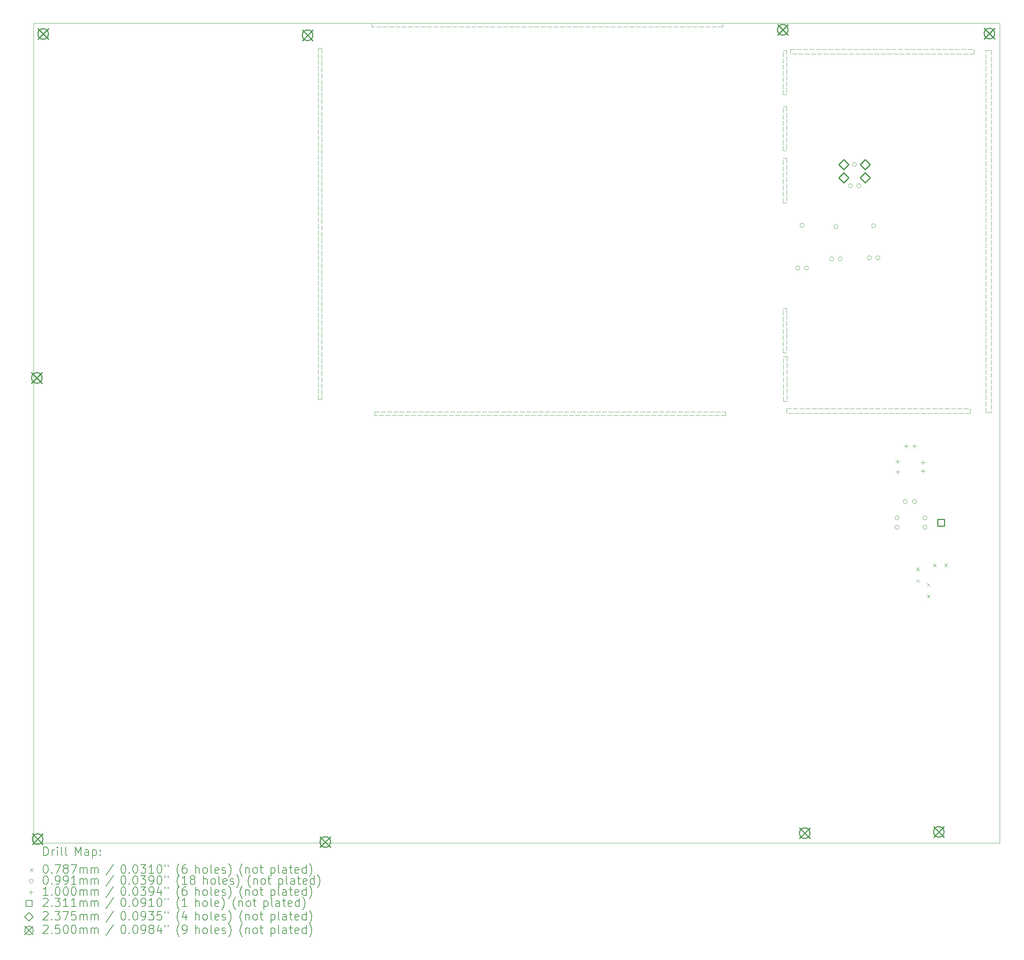
<source format=gbr>
%TF.GenerationSoftware,KiCad,Pcbnew,(7.0.0)*%
%TF.CreationDate,2023-03-18T13:27:11-04:00*%
%TF.ProjectId,FPGAs-Ard_RPi_BB,46504741-732d-4417-9264-5f5250695f42,rev?*%
%TF.SameCoordinates,Original*%
%TF.FileFunction,Drillmap*%
%TF.FilePolarity,Positive*%
%FSLAX45Y45*%
G04 Gerber Fmt 4.5, Leading zero omitted, Abs format (unit mm)*
G04 Created by KiCad (PCBNEW (7.0.0)) date 2023-03-18 13:27:11*
%MOMM*%
%LPD*%
G01*
G04 APERTURE LIST*
%ADD10C,0.100000*%
%ADD11C,0.200000*%
%ADD12C,0.078740*%
%ADD13C,0.099060*%
%ADD14C,0.099999*%
%ADD15C,0.231140*%
%ADD16C,0.237490*%
%ADD17C,0.250000*%
G04 APERTURE END LIST*
D10*
X35465000Y-2225000D02*
X35550000Y-2225000D01*
X35550000Y-2225000D02*
X35550000Y-2335000D01*
X35550000Y-2375000D02*
X35550000Y-2485000D01*
X35550000Y-2525000D02*
X35550000Y-2635000D01*
X35550000Y-2675000D02*
X35550000Y-2785000D01*
X35550000Y-2825000D02*
X35550000Y-2935000D01*
X35550000Y-2975000D02*
X35550000Y-3085000D01*
X35550000Y-3125000D02*
X35550000Y-3235000D01*
X35550000Y-3275000D02*
X35550000Y-3280000D01*
X35550000Y-3280000D02*
X35465000Y-3280000D01*
X35465000Y-3280000D02*
X35465000Y-3170000D01*
X35465000Y-3130000D02*
X35465000Y-3020000D01*
X35465000Y-2980000D02*
X35465000Y-2870000D01*
X35465000Y-2830000D02*
X35465000Y-2720000D01*
X35465000Y-2680000D02*
X35465000Y-2570000D01*
X35465000Y-2530000D02*
X35465000Y-2420000D01*
X35465000Y-2380000D02*
X35465000Y-2270000D01*
X35465000Y-2230000D02*
X35465000Y-2225000D01*
X24440000Y-2185000D02*
X24525000Y-2185000D01*
X24525000Y-2185000D02*
X24525000Y-2295000D01*
X24525000Y-2335000D02*
X24525000Y-2445000D01*
X24525000Y-2485000D02*
X24525000Y-2595000D01*
X24525000Y-2635000D02*
X24525000Y-2745000D01*
X24525000Y-2785000D02*
X24525000Y-2895000D01*
X24525000Y-2935000D02*
X24525000Y-3045000D01*
X24525000Y-3085000D02*
X24525000Y-3195000D01*
X24525000Y-3235000D02*
X24525000Y-3345000D01*
X24525000Y-3385000D02*
X24525000Y-3495000D01*
X24525000Y-3535000D02*
X24525000Y-3645000D01*
X24525000Y-3685000D02*
X24525000Y-3795000D01*
X24525000Y-3835000D02*
X24525000Y-3945000D01*
X24525000Y-3985000D02*
X24525000Y-4095000D01*
X24525000Y-4135000D02*
X24525000Y-4245000D01*
X24525000Y-4285000D02*
X24525000Y-4395000D01*
X24525000Y-4435000D02*
X24525000Y-4545000D01*
X24525000Y-4585000D02*
X24525000Y-4695000D01*
X24525000Y-4735000D02*
X24525000Y-4845000D01*
X24525000Y-4885000D02*
X24525000Y-4995000D01*
X24525000Y-5035000D02*
X24525000Y-5145000D01*
X24525000Y-5185000D02*
X24525000Y-5295000D01*
X24525000Y-5335000D02*
X24525000Y-5445000D01*
X24525000Y-5485000D02*
X24525000Y-5595000D01*
X24525000Y-5635000D02*
X24525000Y-5745000D01*
X24525000Y-5785000D02*
X24525000Y-5895000D01*
X24525000Y-5935000D02*
X24525000Y-6045000D01*
X24525000Y-6085000D02*
X24525000Y-6195000D01*
X24525000Y-6235000D02*
X24525000Y-6345000D01*
X24525000Y-6385000D02*
X24525000Y-6495000D01*
X24525000Y-6535000D02*
X24525000Y-6645000D01*
X24525000Y-6685000D02*
X24525000Y-6795000D01*
X24525000Y-6835000D02*
X24525000Y-6945000D01*
X24525000Y-6985000D02*
X24525000Y-7095000D01*
X24525000Y-7135000D02*
X24525000Y-7245000D01*
X24525000Y-7285000D02*
X24525000Y-7395000D01*
X24525000Y-7435000D02*
X24525000Y-7545000D01*
X24525000Y-7585000D02*
X24525000Y-7695000D01*
X24525000Y-7735000D02*
X24525000Y-7845000D01*
X24525000Y-7885000D02*
X24525000Y-7995000D01*
X24525000Y-8035000D02*
X24525000Y-8145000D01*
X24525000Y-8185000D02*
X24525000Y-8295000D01*
X24525000Y-8335000D02*
X24525000Y-8445000D01*
X24525000Y-8485000D02*
X24525000Y-8595000D01*
X24525000Y-8635000D02*
X24525000Y-8745000D01*
X24525000Y-8785000D02*
X24525000Y-8895000D01*
X24525000Y-8935000D02*
X24525000Y-9045000D01*
X24525000Y-9085000D02*
X24525000Y-9195000D01*
X24525000Y-9235000D02*
X24525000Y-9345000D01*
X24525000Y-9385000D02*
X24525000Y-9495000D01*
X24525000Y-9535000D02*
X24525000Y-9645000D01*
X24525000Y-9685000D02*
X24525000Y-9795000D01*
X24525000Y-9835000D02*
X24525000Y-9945000D01*
X24525000Y-9985000D02*
X24525000Y-10095000D01*
X24525000Y-10135000D02*
X24525000Y-10245000D01*
X24525000Y-10285000D02*
X24525000Y-10395000D01*
X24525000Y-10435000D02*
X24525000Y-10510000D01*
X24525000Y-10510000D02*
X24440000Y-10510000D01*
X24440000Y-10510000D02*
X24440000Y-10400000D01*
X24440000Y-10360000D02*
X24440000Y-10250000D01*
X24440000Y-10210000D02*
X24440000Y-10100000D01*
X24440000Y-10060000D02*
X24440000Y-9950000D01*
X24440000Y-9910000D02*
X24440000Y-9800000D01*
X24440000Y-9760000D02*
X24440000Y-9650000D01*
X24440000Y-9610000D02*
X24440000Y-9500000D01*
X24440000Y-9460000D02*
X24440000Y-9350000D01*
X24440000Y-9310000D02*
X24440000Y-9200000D01*
X24440000Y-9160000D02*
X24440000Y-9050000D01*
X24440000Y-9010000D02*
X24440000Y-8900000D01*
X24440000Y-8860000D02*
X24440000Y-8750000D01*
X24440000Y-8710000D02*
X24440000Y-8600000D01*
X24440000Y-8560000D02*
X24440000Y-8450000D01*
X24440000Y-8410000D02*
X24440000Y-8300000D01*
X24440000Y-8260000D02*
X24440000Y-8150000D01*
X24440000Y-8110000D02*
X24440000Y-8000000D01*
X24440000Y-7960000D02*
X24440000Y-7850000D01*
X24440000Y-7810000D02*
X24440000Y-7700000D01*
X24440000Y-7660000D02*
X24440000Y-7550000D01*
X24440000Y-7510000D02*
X24440000Y-7400000D01*
X24440000Y-7360000D02*
X24440000Y-7250000D01*
X24440000Y-7210000D02*
X24440000Y-7100000D01*
X24440000Y-7060000D02*
X24440000Y-6950000D01*
X24440000Y-6910000D02*
X24440000Y-6800000D01*
X24440000Y-6760000D02*
X24440000Y-6650000D01*
X24440000Y-6610000D02*
X24440000Y-6500000D01*
X24440000Y-6460000D02*
X24440000Y-6350000D01*
X24440000Y-6310000D02*
X24440000Y-6200000D01*
X24440000Y-6160000D02*
X24440000Y-6050000D01*
X24440000Y-6010000D02*
X24440000Y-5900000D01*
X24440000Y-5860000D02*
X24440000Y-5750000D01*
X24440000Y-5710000D02*
X24440000Y-5600000D01*
X24440000Y-5560000D02*
X24440000Y-5450000D01*
X24440000Y-5410000D02*
X24440000Y-5300000D01*
X24440000Y-5260000D02*
X24440000Y-5150000D01*
X24440000Y-5110000D02*
X24440000Y-5000000D01*
X24440000Y-4960000D02*
X24440000Y-4850000D01*
X24440000Y-4810000D02*
X24440000Y-4700000D01*
X24440000Y-4660000D02*
X24440000Y-4550000D01*
X24440000Y-4510000D02*
X24440000Y-4400000D01*
X24440000Y-4360000D02*
X24440000Y-4250000D01*
X24440000Y-4210000D02*
X24440000Y-4100000D01*
X24440000Y-4060000D02*
X24440000Y-3950000D01*
X24440000Y-3910000D02*
X24440000Y-3800000D01*
X24440000Y-3760000D02*
X24440000Y-3650000D01*
X24440000Y-3610000D02*
X24440000Y-3500000D01*
X24440000Y-3460000D02*
X24440000Y-3350000D01*
X24440000Y-3310000D02*
X24440000Y-3200000D01*
X24440000Y-3160000D02*
X24440000Y-3050000D01*
X24440000Y-3010000D02*
X24440000Y-2900000D01*
X24440000Y-2860000D02*
X24440000Y-2750000D01*
X24440000Y-2710000D02*
X24440000Y-2600000D01*
X24440000Y-2560000D02*
X24440000Y-2450000D01*
X24440000Y-2410000D02*
X24440000Y-2300000D01*
X24440000Y-2260000D02*
X24440000Y-2185000D01*
X35465000Y-3555000D02*
X35550000Y-3555000D01*
X35550000Y-3555000D02*
X35550000Y-3665000D01*
X35550000Y-3705000D02*
X35550000Y-3815000D01*
X35550000Y-3855000D02*
X35550000Y-3965000D01*
X35550000Y-4005000D02*
X35550000Y-4115000D01*
X35550000Y-4155000D02*
X35550000Y-4265000D01*
X35550000Y-4305000D02*
X35550000Y-4415000D01*
X35550000Y-4455000D02*
X35550000Y-4565000D01*
X35550000Y-4605000D02*
X35550000Y-4610000D01*
X35550000Y-4610000D02*
X35465000Y-4610000D01*
X35465000Y-4610000D02*
X35465000Y-4500000D01*
X35465000Y-4460000D02*
X35465000Y-4350000D01*
X35465000Y-4310000D02*
X35465000Y-4200000D01*
X35465000Y-4160000D02*
X35465000Y-4050000D01*
X35465000Y-4010000D02*
X35465000Y-3900000D01*
X35465000Y-3860000D02*
X35465000Y-3750000D01*
X35465000Y-3710000D02*
X35465000Y-3600000D01*
X35465000Y-3560000D02*
X35465000Y-3555000D01*
X25710000Y-1580000D02*
X25820000Y-1580000D01*
X25860000Y-1580000D02*
X25970000Y-1580000D01*
X26010000Y-1580000D02*
X26120000Y-1580000D01*
X26160000Y-1580000D02*
X26270000Y-1580000D01*
X26310000Y-1580000D02*
X26420000Y-1580000D01*
X26460000Y-1580000D02*
X26570000Y-1580000D01*
X26610000Y-1580000D02*
X26720000Y-1580000D01*
X26760000Y-1580000D02*
X26870000Y-1580000D01*
X26910000Y-1580000D02*
X27020000Y-1580000D01*
X27060000Y-1580000D02*
X27170000Y-1580000D01*
X27210000Y-1580000D02*
X27320000Y-1580000D01*
X27360000Y-1580000D02*
X27470000Y-1580000D01*
X27510000Y-1580000D02*
X27620000Y-1580000D01*
X27660000Y-1580000D02*
X27770000Y-1580000D01*
X27810000Y-1580000D02*
X27920000Y-1580000D01*
X27960000Y-1580000D02*
X28070000Y-1580000D01*
X28110000Y-1580000D02*
X28220000Y-1580000D01*
X28260000Y-1580000D02*
X28370000Y-1580000D01*
X28410000Y-1580000D02*
X28520000Y-1580000D01*
X28560000Y-1580000D02*
X28670000Y-1580000D01*
X28710000Y-1580000D02*
X28820000Y-1580000D01*
X28860000Y-1580000D02*
X28970000Y-1580000D01*
X29010000Y-1580000D02*
X29120000Y-1580000D01*
X29160000Y-1580000D02*
X29270000Y-1580000D01*
X29310000Y-1580000D02*
X29420000Y-1580000D01*
X29460000Y-1580000D02*
X29570000Y-1580000D01*
X29610000Y-1580000D02*
X29720000Y-1580000D01*
X29760000Y-1580000D02*
X29870000Y-1580000D01*
X29910000Y-1580000D02*
X30020000Y-1580000D01*
X30060000Y-1580000D02*
X30170000Y-1580000D01*
X30210000Y-1580000D02*
X30320000Y-1580000D01*
X30360000Y-1580000D02*
X30470000Y-1580000D01*
X30510000Y-1580000D02*
X30620000Y-1580000D01*
X30660000Y-1580000D02*
X30770000Y-1580000D01*
X30810000Y-1580000D02*
X30920000Y-1580000D01*
X30960000Y-1580000D02*
X31070000Y-1580000D01*
X31110000Y-1580000D02*
X31220000Y-1580000D01*
X31260000Y-1580000D02*
X31370000Y-1580000D01*
X31410000Y-1580000D02*
X31520000Y-1580000D01*
X31560000Y-1580000D02*
X31670000Y-1580000D01*
X31710000Y-1580000D02*
X31820000Y-1580000D01*
X31860000Y-1580000D02*
X31970000Y-1580000D01*
X32010000Y-1580000D02*
X32120000Y-1580000D01*
X32160000Y-1580000D02*
X32270000Y-1580000D01*
X32310000Y-1580000D02*
X32420000Y-1580000D01*
X32460000Y-1580000D02*
X32570000Y-1580000D01*
X32610000Y-1580000D02*
X32720000Y-1580000D01*
X32760000Y-1580000D02*
X32870000Y-1580000D01*
X32910000Y-1580000D02*
X33020000Y-1580000D01*
X33060000Y-1580000D02*
X33170000Y-1580000D01*
X33210000Y-1580000D02*
X33320000Y-1580000D01*
X33360000Y-1580000D02*
X33470000Y-1580000D01*
X33510000Y-1580000D02*
X33620000Y-1580000D01*
X33660000Y-1580000D02*
X33770000Y-1580000D01*
X33810000Y-1580000D02*
X33920000Y-1580000D01*
X33960000Y-1580000D02*
X34035000Y-1580000D01*
X34035000Y-1580000D02*
X34035000Y-1665000D01*
X34035000Y-1665000D02*
X33925000Y-1665000D01*
X33885000Y-1665000D02*
X33775000Y-1665000D01*
X33735000Y-1665000D02*
X33625000Y-1665000D01*
X33585000Y-1665000D02*
X33475000Y-1665000D01*
X33435000Y-1665000D02*
X33325000Y-1665000D01*
X33285000Y-1665000D02*
X33175000Y-1665000D01*
X33135000Y-1665000D02*
X33025000Y-1665000D01*
X32985000Y-1665000D02*
X32875000Y-1665000D01*
X32835000Y-1665000D02*
X32725000Y-1665000D01*
X32685000Y-1665000D02*
X32575000Y-1665000D01*
X32535000Y-1665000D02*
X32425000Y-1665000D01*
X32385000Y-1665000D02*
X32275000Y-1665000D01*
X32235000Y-1665000D02*
X32125000Y-1665000D01*
X32085000Y-1665000D02*
X31975000Y-1665000D01*
X31935000Y-1665000D02*
X31825000Y-1665000D01*
X31785000Y-1665000D02*
X31675000Y-1665000D01*
X31635000Y-1665000D02*
X31525000Y-1665000D01*
X31485000Y-1665000D02*
X31375000Y-1665000D01*
X31335000Y-1665000D02*
X31225000Y-1665000D01*
X31185000Y-1665000D02*
X31075000Y-1665000D01*
X31035000Y-1665000D02*
X30925000Y-1665000D01*
X30885000Y-1665000D02*
X30775000Y-1665000D01*
X30735000Y-1665000D02*
X30625000Y-1665000D01*
X30585000Y-1665000D02*
X30475000Y-1665000D01*
X30435000Y-1665000D02*
X30325000Y-1665000D01*
X30285000Y-1665000D02*
X30175000Y-1665000D01*
X30135000Y-1665000D02*
X30025000Y-1665000D01*
X29985000Y-1665000D02*
X29875000Y-1665000D01*
X29835000Y-1665000D02*
X29725000Y-1665000D01*
X29685000Y-1665000D02*
X29575000Y-1665000D01*
X29535000Y-1665000D02*
X29425000Y-1665000D01*
X29385000Y-1665000D02*
X29275000Y-1665000D01*
X29235000Y-1665000D02*
X29125000Y-1665000D01*
X29085000Y-1665000D02*
X28975000Y-1665000D01*
X28935000Y-1665000D02*
X28825000Y-1665000D01*
X28785000Y-1665000D02*
X28675000Y-1665000D01*
X28635000Y-1665000D02*
X28525000Y-1665000D01*
X28485000Y-1665000D02*
X28375000Y-1665000D01*
X28335000Y-1665000D02*
X28225000Y-1665000D01*
X28185000Y-1665000D02*
X28075000Y-1665000D01*
X28035000Y-1665000D02*
X27925000Y-1665000D01*
X27885000Y-1665000D02*
X27775000Y-1665000D01*
X27735000Y-1665000D02*
X27625000Y-1665000D01*
X27585000Y-1665000D02*
X27475000Y-1665000D01*
X27435000Y-1665000D02*
X27325000Y-1665000D01*
X27285000Y-1665000D02*
X27175000Y-1665000D01*
X27135000Y-1665000D02*
X27025000Y-1665000D01*
X26985000Y-1665000D02*
X26875000Y-1665000D01*
X26835000Y-1665000D02*
X26725000Y-1665000D01*
X26685000Y-1665000D02*
X26575000Y-1665000D01*
X26535000Y-1665000D02*
X26425000Y-1665000D01*
X26385000Y-1665000D02*
X26275000Y-1665000D01*
X26235000Y-1665000D02*
X26125000Y-1665000D01*
X26085000Y-1665000D02*
X25975000Y-1665000D01*
X25935000Y-1665000D02*
X25825000Y-1665000D01*
X25785000Y-1665000D02*
X25710000Y-1665000D01*
X25710000Y-1665000D02*
X25710000Y-1580000D01*
X40270000Y-2230000D02*
X40380000Y-2230000D01*
X40400000Y-2230000D02*
X40400000Y-2340000D01*
X40400000Y-2380000D02*
X40400000Y-2490000D01*
X40400000Y-2530000D02*
X40400000Y-2640000D01*
X40400000Y-2680000D02*
X40400000Y-2790000D01*
X40400000Y-2830000D02*
X40400000Y-2940000D01*
X40400000Y-2980000D02*
X40400000Y-3090000D01*
X40400000Y-3130000D02*
X40400000Y-3240000D01*
X40400000Y-3280000D02*
X40400000Y-3390000D01*
X40400000Y-3430000D02*
X40400000Y-3540000D01*
X40400000Y-3580000D02*
X40400000Y-3690000D01*
X40400000Y-3730000D02*
X40400000Y-3840000D01*
X40400000Y-3880000D02*
X40400000Y-3990000D01*
X40400000Y-4030000D02*
X40400000Y-4140000D01*
X40400000Y-4180000D02*
X40400000Y-4290000D01*
X40400000Y-4330000D02*
X40400000Y-4440000D01*
X40400000Y-4480000D02*
X40400000Y-4590000D01*
X40400000Y-4630000D02*
X40400000Y-4740000D01*
X40400000Y-4780000D02*
X40400000Y-4890000D01*
X40400000Y-4930000D02*
X40400000Y-5040000D01*
X40400000Y-5080000D02*
X40400000Y-5190000D01*
X40400000Y-5230000D02*
X40400000Y-5340000D01*
X40400000Y-5380000D02*
X40400000Y-5490000D01*
X40400000Y-5530000D02*
X40400000Y-5640000D01*
X40400000Y-5680000D02*
X40400000Y-5790000D01*
X40400000Y-5830000D02*
X40400000Y-5940000D01*
X40400000Y-5980000D02*
X40400000Y-6090000D01*
X40400000Y-6130000D02*
X40400000Y-6240000D01*
X40400000Y-6280000D02*
X40400000Y-6390000D01*
X40400000Y-6430000D02*
X40400000Y-6540000D01*
X40400000Y-6580000D02*
X40400000Y-6690000D01*
X40400000Y-6730000D02*
X40400000Y-6840000D01*
X40400000Y-6880000D02*
X40400000Y-6990000D01*
X40400000Y-7030000D02*
X40400000Y-7140000D01*
X40400000Y-7180000D02*
X40400000Y-7290000D01*
X40400000Y-7330000D02*
X40400000Y-7440000D01*
X40400000Y-7480000D02*
X40400000Y-7590000D01*
X40400000Y-7630000D02*
X40400000Y-7740000D01*
X40400000Y-7780000D02*
X40400000Y-7890000D01*
X40400000Y-7930000D02*
X40400000Y-8040000D01*
X40400000Y-8080000D02*
X40400000Y-8190000D01*
X40400000Y-8230000D02*
X40400000Y-8340000D01*
X40400000Y-8380000D02*
X40400000Y-8490000D01*
X40400000Y-8530000D02*
X40400000Y-8640000D01*
X40400000Y-8680000D02*
X40400000Y-8790000D01*
X40400000Y-8830000D02*
X40400000Y-8940000D01*
X40400000Y-8980000D02*
X40400000Y-9090000D01*
X40400000Y-9130000D02*
X40400000Y-9240000D01*
X40400000Y-9280000D02*
X40400000Y-9390000D01*
X40400000Y-9430000D02*
X40400000Y-9540000D01*
X40400000Y-9580000D02*
X40400000Y-9690000D01*
X40400000Y-9730000D02*
X40400000Y-9840000D01*
X40400000Y-9880000D02*
X40400000Y-9990000D01*
X40400000Y-10030000D02*
X40400000Y-10140000D01*
X40400000Y-10180000D02*
X40400000Y-10290000D01*
X40400000Y-10330000D02*
X40400000Y-10440000D01*
X40400000Y-10480000D02*
X40400000Y-10590000D01*
X40400000Y-10630000D02*
X40400000Y-10740000D01*
X40400000Y-10780000D02*
X40400000Y-10820000D01*
X40400000Y-10820000D02*
X40290000Y-10820000D01*
X40270000Y-10820000D02*
X40270000Y-10710000D01*
X40270000Y-10670000D02*
X40270000Y-10560000D01*
X40270000Y-10520000D02*
X40270000Y-10410000D01*
X40270000Y-10370000D02*
X40270000Y-10260000D01*
X40270000Y-10220000D02*
X40270000Y-10110000D01*
X40270000Y-10070000D02*
X40270000Y-9960000D01*
X40270000Y-9920000D02*
X40270000Y-9810000D01*
X40270000Y-9770000D02*
X40270000Y-9660000D01*
X40270000Y-9620000D02*
X40270000Y-9510000D01*
X40270000Y-9470000D02*
X40270000Y-9360000D01*
X40270000Y-9320000D02*
X40270000Y-9210000D01*
X40270000Y-9170000D02*
X40270000Y-9060000D01*
X40270000Y-9020000D02*
X40270000Y-8910000D01*
X40270000Y-8870000D02*
X40270000Y-8760000D01*
X40270000Y-8720000D02*
X40270000Y-8610000D01*
X40270000Y-8570000D02*
X40270000Y-8460000D01*
X40270000Y-8420000D02*
X40270000Y-8310000D01*
X40270000Y-8270000D02*
X40270000Y-8160000D01*
X40270000Y-8120000D02*
X40270000Y-8010000D01*
X40270000Y-7970000D02*
X40270000Y-7860000D01*
X40270000Y-7820000D02*
X40270000Y-7710000D01*
X40270000Y-7670000D02*
X40270000Y-7560000D01*
X40270000Y-7520000D02*
X40270000Y-7410000D01*
X40270000Y-7370000D02*
X40270000Y-7260000D01*
X40270000Y-7220000D02*
X40270000Y-7110000D01*
X40270000Y-7070000D02*
X40270000Y-6960000D01*
X40270000Y-6920000D02*
X40270000Y-6810000D01*
X40270000Y-6770000D02*
X40270000Y-6660000D01*
X40270000Y-6620000D02*
X40270000Y-6510000D01*
X40270000Y-6470000D02*
X40270000Y-6360000D01*
X40270000Y-6320000D02*
X40270000Y-6210000D01*
X40270000Y-6170000D02*
X40270000Y-6060000D01*
X40270000Y-6020000D02*
X40270000Y-5910000D01*
X40270000Y-5870000D02*
X40270000Y-5760000D01*
X40270000Y-5720000D02*
X40270000Y-5610000D01*
X40270000Y-5570000D02*
X40270000Y-5460000D01*
X40270000Y-5420000D02*
X40270000Y-5310000D01*
X40270000Y-5270000D02*
X40270000Y-5160000D01*
X40270000Y-5120000D02*
X40270000Y-5010000D01*
X40270000Y-4970000D02*
X40270000Y-4860000D01*
X40270000Y-4820000D02*
X40270000Y-4710000D01*
X40270000Y-4670000D02*
X40270000Y-4560000D01*
X40270000Y-4520000D02*
X40270000Y-4410000D01*
X40270000Y-4370000D02*
X40270000Y-4260000D01*
X40270000Y-4220000D02*
X40270000Y-4110000D01*
X40270000Y-4070000D02*
X40270000Y-3960000D01*
X40270000Y-3920000D02*
X40270000Y-3810000D01*
X40270000Y-3770000D02*
X40270000Y-3660000D01*
X40270000Y-3620000D02*
X40270000Y-3510000D01*
X40270000Y-3470000D02*
X40270000Y-3360000D01*
X40270000Y-3320000D02*
X40270000Y-3210000D01*
X40270000Y-3170000D02*
X40270000Y-3060000D01*
X40270000Y-3020000D02*
X40270000Y-2910000D01*
X40270000Y-2870000D02*
X40270000Y-2760000D01*
X40270000Y-2720000D02*
X40270000Y-2610000D01*
X40270000Y-2570000D02*
X40270000Y-2460000D01*
X40270000Y-2420000D02*
X40270000Y-2310000D01*
X40270000Y-2270000D02*
X40270000Y-2230000D01*
X17690000Y-1580000D02*
X40600000Y-1580000D01*
X40600000Y-1580000D02*
X40600000Y-21030000D01*
X40600000Y-21030000D02*
X17690000Y-21030000D01*
X17690000Y-21030000D02*
X17690000Y-1580000D01*
X35475000Y-9495000D02*
X35560000Y-9495000D01*
X35560000Y-9495000D02*
X35560000Y-9605000D01*
X35560000Y-9645000D02*
X35560000Y-9755000D01*
X35560000Y-9795000D02*
X35560000Y-9905000D01*
X35560000Y-9945000D02*
X35560000Y-10055000D01*
X35560000Y-10095000D02*
X35560000Y-10205000D01*
X35560000Y-10245000D02*
X35560000Y-10355000D01*
X35560000Y-10395000D02*
X35560000Y-10505000D01*
X35560000Y-10545000D02*
X35560000Y-10550000D01*
X35560000Y-10550000D02*
X35475000Y-10550000D01*
X35475000Y-10550000D02*
X35475000Y-10440000D01*
X35475000Y-10400000D02*
X35475000Y-10290000D01*
X35475000Y-10250000D02*
X35475000Y-10140000D01*
X35475000Y-10100000D02*
X35475000Y-9990000D01*
X35475000Y-9950000D02*
X35475000Y-9840000D01*
X35475000Y-9800000D02*
X35475000Y-9690000D01*
X35475000Y-9650000D02*
X35475000Y-9540000D01*
X35475000Y-9500000D02*
X35475000Y-9495000D01*
X35550000Y-10730000D02*
X35660000Y-10730000D01*
X35700000Y-10730000D02*
X35810000Y-10730000D01*
X35850000Y-10730000D02*
X35960000Y-10730000D01*
X36000000Y-10730000D02*
X36110000Y-10730000D01*
X36150000Y-10730000D02*
X36260000Y-10730000D01*
X36300000Y-10730000D02*
X36410000Y-10730000D01*
X36450000Y-10730000D02*
X36560000Y-10730000D01*
X36600000Y-10730000D02*
X36710000Y-10730000D01*
X36750000Y-10730000D02*
X36860000Y-10730000D01*
X36900000Y-10730000D02*
X37010000Y-10730000D01*
X37050000Y-10730000D02*
X37160000Y-10730000D01*
X37200000Y-10730000D02*
X37310000Y-10730000D01*
X37350000Y-10730000D02*
X37460000Y-10730000D01*
X37500000Y-10730000D02*
X37610000Y-10730000D01*
X37650000Y-10730000D02*
X37760000Y-10730000D01*
X37800000Y-10730000D02*
X37910000Y-10730000D01*
X37950000Y-10730000D02*
X38060000Y-10730000D01*
X38100000Y-10730000D02*
X38210000Y-10730000D01*
X38250000Y-10730000D02*
X38360000Y-10730000D01*
X38400000Y-10730000D02*
X38510000Y-10730000D01*
X38550000Y-10730000D02*
X38660000Y-10730000D01*
X38700000Y-10730000D02*
X38810000Y-10730000D01*
X38850000Y-10730000D02*
X38960000Y-10730000D01*
X39000000Y-10730000D02*
X39110000Y-10730000D01*
X39150000Y-10730000D02*
X39260000Y-10730000D01*
X39300000Y-10730000D02*
X39410000Y-10730000D01*
X39450000Y-10730000D02*
X39560000Y-10730000D01*
X39600000Y-10730000D02*
X39710000Y-10730000D01*
X39750000Y-10730000D02*
X39860000Y-10730000D01*
X39900000Y-10730000D02*
X39900000Y-10730000D01*
X39900000Y-10730000D02*
X39900000Y-10840000D01*
X39900000Y-10840000D02*
X39790000Y-10840000D01*
X39750000Y-10840000D02*
X39640000Y-10840000D01*
X39600000Y-10840000D02*
X39490000Y-10840000D01*
X39450000Y-10840000D02*
X39340000Y-10840000D01*
X39300000Y-10840000D02*
X39190000Y-10840000D01*
X39150000Y-10840000D02*
X39040000Y-10840000D01*
X39000000Y-10840000D02*
X38890000Y-10840000D01*
X38850000Y-10840000D02*
X38740000Y-10840000D01*
X38700000Y-10840000D02*
X38590000Y-10840000D01*
X38550000Y-10840000D02*
X38440000Y-10840000D01*
X38400000Y-10840000D02*
X38290000Y-10840000D01*
X38250000Y-10840000D02*
X38140000Y-10840000D01*
X38100000Y-10840000D02*
X37990000Y-10840000D01*
X37950000Y-10840000D02*
X37840000Y-10840000D01*
X37800000Y-10840000D02*
X37690000Y-10840000D01*
X37650000Y-10840000D02*
X37540000Y-10840000D01*
X37500000Y-10840000D02*
X37390000Y-10840000D01*
X37350000Y-10840000D02*
X37240000Y-10840000D01*
X37200000Y-10840000D02*
X37090000Y-10840000D01*
X37050000Y-10840000D02*
X36940000Y-10840000D01*
X36900000Y-10840000D02*
X36790000Y-10840000D01*
X36750000Y-10840000D02*
X36640000Y-10840000D01*
X36600000Y-10840000D02*
X36490000Y-10840000D01*
X36450000Y-10840000D02*
X36340000Y-10840000D01*
X36300000Y-10840000D02*
X36190000Y-10840000D01*
X36150000Y-10840000D02*
X36040000Y-10840000D01*
X36000000Y-10840000D02*
X35890000Y-10840000D01*
X35850000Y-10840000D02*
X35740000Y-10840000D01*
X35700000Y-10840000D02*
X35590000Y-10840000D01*
X35550000Y-10840000D02*
X35550000Y-10840000D01*
X35550000Y-10840000D02*
X35550000Y-10730000D01*
X35465000Y-4785000D02*
X35550000Y-4785000D01*
X35550000Y-4785000D02*
X35550000Y-4895000D01*
X35550000Y-4935000D02*
X35550000Y-5045000D01*
X35550000Y-5085000D02*
X35550000Y-5195000D01*
X35550000Y-5235000D02*
X35550000Y-5345000D01*
X35550000Y-5385000D02*
X35550000Y-5495000D01*
X35550000Y-5535000D02*
X35550000Y-5645000D01*
X35550000Y-5685000D02*
X35550000Y-5795000D01*
X35550000Y-5835000D02*
X35550000Y-5840000D01*
X35550000Y-5840000D02*
X35465000Y-5840000D01*
X35465000Y-5840000D02*
X35465000Y-5730000D01*
X35465000Y-5690000D02*
X35465000Y-5580000D01*
X35465000Y-5540000D02*
X35465000Y-5430000D01*
X35465000Y-5390000D02*
X35465000Y-5280000D01*
X35465000Y-5240000D02*
X35465000Y-5130000D01*
X35465000Y-5090000D02*
X35465000Y-4980000D01*
X35465000Y-4940000D02*
X35465000Y-4830000D01*
X35465000Y-4790000D02*
X35465000Y-4785000D01*
X25775000Y-10805000D02*
X25885000Y-10805000D01*
X25925000Y-10805000D02*
X26035000Y-10805000D01*
X26075000Y-10805000D02*
X26185000Y-10805000D01*
X26225000Y-10805000D02*
X26335000Y-10805000D01*
X26375000Y-10805000D02*
X26485000Y-10805000D01*
X26525000Y-10805000D02*
X26635000Y-10805000D01*
X26675000Y-10805000D02*
X26785000Y-10805000D01*
X26825000Y-10805000D02*
X26935000Y-10805000D01*
X26975000Y-10805000D02*
X27085000Y-10805000D01*
X27125000Y-10805000D02*
X27235000Y-10805000D01*
X27275000Y-10805000D02*
X27385000Y-10805000D01*
X27425000Y-10805000D02*
X27535000Y-10805000D01*
X27575000Y-10805000D02*
X27685000Y-10805000D01*
X27725000Y-10805000D02*
X27835000Y-10805000D01*
X27875000Y-10805000D02*
X27985000Y-10805000D01*
X28025000Y-10805000D02*
X28135000Y-10805000D01*
X28175000Y-10805000D02*
X28285000Y-10805000D01*
X28325000Y-10805000D02*
X28435000Y-10805000D01*
X28475000Y-10805000D02*
X28585000Y-10805000D01*
X28625000Y-10805000D02*
X28735000Y-10805000D01*
X28775000Y-10805000D02*
X28885000Y-10805000D01*
X28925000Y-10805000D02*
X29035000Y-10805000D01*
X29075000Y-10805000D02*
X29185000Y-10805000D01*
X29225000Y-10805000D02*
X29335000Y-10805000D01*
X29375000Y-10805000D02*
X29485000Y-10805000D01*
X29525000Y-10805000D02*
X29635000Y-10805000D01*
X29675000Y-10805000D02*
X29785000Y-10805000D01*
X29825000Y-10805000D02*
X29935000Y-10805000D01*
X29975000Y-10805000D02*
X30085000Y-10805000D01*
X30125000Y-10805000D02*
X30235000Y-10805000D01*
X30275000Y-10805000D02*
X30385000Y-10805000D01*
X30425000Y-10805000D02*
X30535000Y-10805000D01*
X30575000Y-10805000D02*
X30685000Y-10805000D01*
X30725000Y-10805000D02*
X30835000Y-10805000D01*
X30875000Y-10805000D02*
X30985000Y-10805000D01*
X31025000Y-10805000D02*
X31135000Y-10805000D01*
X31175000Y-10805000D02*
X31285000Y-10805000D01*
X31325000Y-10805000D02*
X31435000Y-10805000D01*
X31475000Y-10805000D02*
X31585000Y-10805000D01*
X31625000Y-10805000D02*
X31735000Y-10805000D01*
X31775000Y-10805000D02*
X31885000Y-10805000D01*
X31925000Y-10805000D02*
X32035000Y-10805000D01*
X32075000Y-10805000D02*
X32185000Y-10805000D01*
X32225000Y-10805000D02*
X32335000Y-10805000D01*
X32375000Y-10805000D02*
X32485000Y-10805000D01*
X32525000Y-10805000D02*
X32635000Y-10805000D01*
X32675000Y-10805000D02*
X32785000Y-10805000D01*
X32825000Y-10805000D02*
X32935000Y-10805000D01*
X32975000Y-10805000D02*
X33085000Y-10805000D01*
X33125000Y-10805000D02*
X33235000Y-10805000D01*
X33275000Y-10805000D02*
X33385000Y-10805000D01*
X33425000Y-10805000D02*
X33535000Y-10805000D01*
X33575000Y-10805000D02*
X33685000Y-10805000D01*
X33725000Y-10805000D02*
X33835000Y-10805000D01*
X33875000Y-10805000D02*
X33985000Y-10805000D01*
X34025000Y-10805000D02*
X34100000Y-10805000D01*
X34100000Y-10805000D02*
X34100000Y-10890000D01*
X34100000Y-10890000D02*
X33990000Y-10890000D01*
X33950000Y-10890000D02*
X33840000Y-10890000D01*
X33800000Y-10890000D02*
X33690000Y-10890000D01*
X33650000Y-10890000D02*
X33540000Y-10890000D01*
X33500000Y-10890000D02*
X33390000Y-10890000D01*
X33350000Y-10890000D02*
X33240000Y-10890000D01*
X33200000Y-10890000D02*
X33090000Y-10890000D01*
X33050000Y-10890000D02*
X32940000Y-10890000D01*
X32900000Y-10890000D02*
X32790000Y-10890000D01*
X32750000Y-10890000D02*
X32640000Y-10890000D01*
X32600000Y-10890000D02*
X32490000Y-10890000D01*
X32450000Y-10890000D02*
X32340000Y-10890000D01*
X32300000Y-10890000D02*
X32190000Y-10890000D01*
X32150000Y-10890000D02*
X32040000Y-10890000D01*
X32000000Y-10890000D02*
X31890000Y-10890000D01*
X31850000Y-10890000D02*
X31740000Y-10890000D01*
X31700000Y-10890000D02*
X31590000Y-10890000D01*
X31550000Y-10890000D02*
X31440000Y-10890000D01*
X31400000Y-10890000D02*
X31290000Y-10890000D01*
X31250000Y-10890000D02*
X31140000Y-10890000D01*
X31100000Y-10890000D02*
X30990000Y-10890000D01*
X30950000Y-10890000D02*
X30840000Y-10890000D01*
X30800000Y-10890000D02*
X30690000Y-10890000D01*
X30650000Y-10890000D02*
X30540000Y-10890000D01*
X30500000Y-10890000D02*
X30390000Y-10890000D01*
X30350000Y-10890000D02*
X30240000Y-10890000D01*
X30200000Y-10890000D02*
X30090000Y-10890000D01*
X30050000Y-10890000D02*
X29940000Y-10890000D01*
X29900000Y-10890000D02*
X29790000Y-10890000D01*
X29750000Y-10890000D02*
X29640000Y-10890000D01*
X29600000Y-10890000D02*
X29490000Y-10890000D01*
X29450000Y-10890000D02*
X29340000Y-10890000D01*
X29300000Y-10890000D02*
X29190000Y-10890000D01*
X29150000Y-10890000D02*
X29040000Y-10890000D01*
X29000000Y-10890000D02*
X28890000Y-10890000D01*
X28850000Y-10890000D02*
X28740000Y-10890000D01*
X28700000Y-10890000D02*
X28590000Y-10890000D01*
X28550000Y-10890000D02*
X28440000Y-10890000D01*
X28400000Y-10890000D02*
X28290000Y-10890000D01*
X28250000Y-10890000D02*
X28140000Y-10890000D01*
X28100000Y-10890000D02*
X27990000Y-10890000D01*
X27950000Y-10890000D02*
X27840000Y-10890000D01*
X27800000Y-10890000D02*
X27690000Y-10890000D01*
X27650000Y-10890000D02*
X27540000Y-10890000D01*
X27500000Y-10890000D02*
X27390000Y-10890000D01*
X27350000Y-10890000D02*
X27240000Y-10890000D01*
X27200000Y-10890000D02*
X27090000Y-10890000D01*
X27050000Y-10890000D02*
X26940000Y-10890000D01*
X26900000Y-10890000D02*
X26790000Y-10890000D01*
X26750000Y-10890000D02*
X26640000Y-10890000D01*
X26600000Y-10890000D02*
X26490000Y-10890000D01*
X26450000Y-10890000D02*
X26340000Y-10890000D01*
X26300000Y-10890000D02*
X26190000Y-10890000D01*
X26150000Y-10890000D02*
X26040000Y-10890000D01*
X26000000Y-10890000D02*
X25890000Y-10890000D01*
X25850000Y-10890000D02*
X25775000Y-10890000D01*
X25775000Y-10890000D02*
X25775000Y-10805000D01*
X35465000Y-8345000D02*
X35550000Y-8345000D01*
X35550000Y-8345000D02*
X35550000Y-8455000D01*
X35550000Y-8495000D02*
X35550000Y-8605000D01*
X35550000Y-8645000D02*
X35550000Y-8755000D01*
X35550000Y-8795000D02*
X35550000Y-8905000D01*
X35550000Y-8945000D02*
X35550000Y-9055000D01*
X35550000Y-9095000D02*
X35550000Y-9205000D01*
X35550000Y-9245000D02*
X35550000Y-9355000D01*
X35550000Y-9395000D02*
X35550000Y-9400000D01*
X35550000Y-9400000D02*
X35465000Y-9400000D01*
X35465000Y-9400000D02*
X35465000Y-9290000D01*
X35465000Y-9250000D02*
X35465000Y-9140000D01*
X35465000Y-9100000D02*
X35465000Y-8990000D01*
X35465000Y-8950000D02*
X35465000Y-8840000D01*
X35465000Y-8800000D02*
X35465000Y-8690000D01*
X35465000Y-8650000D02*
X35465000Y-8540000D01*
X35465000Y-8500000D02*
X35465000Y-8390000D01*
X35465000Y-8350000D02*
X35465000Y-8345000D01*
X35640000Y-2200000D02*
X35750000Y-2200000D01*
X35790000Y-2200000D02*
X35900000Y-2200000D01*
X35940000Y-2200000D02*
X36050000Y-2200000D01*
X36090000Y-2200000D02*
X36200000Y-2200000D01*
X36240000Y-2200000D02*
X36350000Y-2200000D01*
X36390000Y-2200000D02*
X36500000Y-2200000D01*
X36540000Y-2200000D02*
X36650000Y-2200000D01*
X36690000Y-2200000D02*
X36800000Y-2200000D01*
X36840000Y-2200000D02*
X36950000Y-2200000D01*
X36990000Y-2200000D02*
X37100000Y-2200000D01*
X37140000Y-2200000D02*
X37250000Y-2200000D01*
X37290000Y-2200000D02*
X37400000Y-2200000D01*
X37440000Y-2200000D02*
X37550000Y-2200000D01*
X37590000Y-2200000D02*
X37700000Y-2200000D01*
X37740000Y-2200000D02*
X37850000Y-2200000D01*
X37890000Y-2200000D02*
X38000000Y-2200000D01*
X38040000Y-2200000D02*
X38150000Y-2200000D01*
X38190000Y-2200000D02*
X38300000Y-2200000D01*
X38340000Y-2200000D02*
X38450000Y-2200000D01*
X38490000Y-2200000D02*
X38600000Y-2200000D01*
X38640000Y-2200000D02*
X38750000Y-2200000D01*
X38790000Y-2200000D02*
X38900000Y-2200000D01*
X38940000Y-2200000D02*
X39050000Y-2200000D01*
X39090000Y-2200000D02*
X39200000Y-2200000D01*
X39240000Y-2200000D02*
X39350000Y-2200000D01*
X39390000Y-2200000D02*
X39500000Y-2200000D01*
X39540000Y-2200000D02*
X39650000Y-2200000D01*
X39690000Y-2200000D02*
X39800000Y-2200000D01*
X39840000Y-2200000D02*
X39950000Y-2200000D01*
X39990000Y-2200000D02*
X39990000Y-2200000D01*
X39990000Y-2200000D02*
X39990000Y-2310000D01*
X39990000Y-2310000D02*
X39880000Y-2310000D01*
X39840000Y-2310000D02*
X39730000Y-2310000D01*
X39690000Y-2310000D02*
X39580000Y-2310000D01*
X39540000Y-2310000D02*
X39430000Y-2310000D01*
X39390000Y-2310000D02*
X39280000Y-2310000D01*
X39240000Y-2310000D02*
X39130000Y-2310000D01*
X39090000Y-2310000D02*
X38980000Y-2310000D01*
X38940000Y-2310000D02*
X38830000Y-2310000D01*
X38790000Y-2310000D02*
X38680000Y-2310000D01*
X38640000Y-2310000D02*
X38530000Y-2310000D01*
X38490000Y-2310000D02*
X38380000Y-2310000D01*
X38340000Y-2310000D02*
X38230000Y-2310000D01*
X38190000Y-2310000D02*
X38080000Y-2310000D01*
X38040000Y-2310000D02*
X37930000Y-2310000D01*
X37890000Y-2310000D02*
X37780000Y-2310000D01*
X37740000Y-2310000D02*
X37630000Y-2310000D01*
X37590000Y-2310000D02*
X37480000Y-2310000D01*
X37440000Y-2310000D02*
X37330000Y-2310000D01*
X37290000Y-2310000D02*
X37180000Y-2310000D01*
X37140000Y-2310000D02*
X37030000Y-2310000D01*
X36990000Y-2310000D02*
X36880000Y-2310000D01*
X36840000Y-2310000D02*
X36730000Y-2310000D01*
X36690000Y-2310000D02*
X36580000Y-2310000D01*
X36540000Y-2310000D02*
X36430000Y-2310000D01*
X36390000Y-2310000D02*
X36280000Y-2310000D01*
X36240000Y-2310000D02*
X36130000Y-2310000D01*
X36090000Y-2310000D02*
X35980000Y-2310000D01*
X35940000Y-2310000D02*
X35830000Y-2310000D01*
X35790000Y-2310000D02*
X35680000Y-2310000D01*
X35640000Y-2310000D02*
X35640000Y-2310000D01*
X35640000Y-2310000D02*
X35640000Y-2200000D01*
D11*
D12*
X38623130Y-14499740D02*
X38701870Y-14578480D01*
X38701870Y-14499740D02*
X38623130Y-14578480D01*
X38623130Y-14771520D02*
X38701870Y-14850260D01*
X38701870Y-14771520D02*
X38623130Y-14850260D01*
X38873130Y-14869740D02*
X38951870Y-14948480D01*
X38951870Y-14869740D02*
X38873130Y-14948480D01*
X38873130Y-15141520D02*
X38951870Y-15220260D01*
X38951870Y-15141520D02*
X38873130Y-15220260D01*
X39017239Y-14405630D02*
X39095979Y-14484370D01*
X39095979Y-14405630D02*
X39017239Y-14484370D01*
X39289019Y-14405630D02*
X39367759Y-14484370D01*
X39367759Y-14405630D02*
X39289019Y-14484370D01*
D13*
X35865230Y-7393000D02*
G75*
G03*
X35865230Y-7393000I-49530J0D01*
G01*
X35966830Y-6377700D02*
G75*
G03*
X35966830Y-6377700I-49530J0D01*
G01*
X36068430Y-7393000D02*
G75*
G03*
X36068430Y-7393000I-49530J0D01*
G01*
X36665230Y-7173000D02*
G75*
G03*
X36665230Y-7173000I-49530J0D01*
G01*
X36766830Y-6411700D02*
G75*
G03*
X36766830Y-6411700I-49530J0D01*
G01*
X36868430Y-7173000D02*
G75*
G03*
X36868430Y-7173000I-49530J0D01*
G01*
X37108330Y-5441000D02*
G75*
G03*
X37108330Y-5441000I-49530J0D01*
G01*
X37209930Y-4933000D02*
G75*
G03*
X37209930Y-4933000I-49530J0D01*
G01*
X37311530Y-5441000D02*
G75*
G03*
X37311530Y-5441000I-49530J0D01*
G01*
X37560330Y-7150000D02*
G75*
G03*
X37560330Y-7150000I-49530J0D01*
G01*
X37661930Y-6388700D02*
G75*
G03*
X37661930Y-6388700I-49530J0D01*
G01*
X37763530Y-7150000D02*
G75*
G03*
X37763530Y-7150000I-49530J0D01*
G01*
X38217919Y-13320000D02*
G75*
G03*
X38217919Y-13320000I-49530J0D01*
G01*
X38217919Y-13540980D02*
G75*
G03*
X38217919Y-13540980I-49530J0D01*
G01*
X38412429Y-12930491D02*
G75*
G03*
X38412429Y-12930491I-49530J0D01*
G01*
X38633409Y-12930491D02*
G75*
G03*
X38633409Y-12930491I-49530J0D01*
G01*
X38877919Y-13320000D02*
G75*
G03*
X38877919Y-13320000I-49530J0D01*
G01*
X38877919Y-13540980D02*
G75*
G03*
X38877919Y-13540980I-49530J0D01*
G01*
D14*
X38183879Y-11930485D02*
X38183879Y-12030485D01*
X38133879Y-11980485D02*
X38233879Y-11980485D01*
X38183879Y-12180497D02*
X38183879Y-12280497D01*
X38133879Y-12230497D02*
X38233879Y-12230497D01*
X38383879Y-11565491D02*
X38383879Y-11665491D01*
X38333879Y-11615491D02*
X38433879Y-11615491D01*
X38583879Y-11565491D02*
X38583879Y-11665491D01*
X38533879Y-11615491D02*
X38633879Y-11615491D01*
X38783879Y-11955491D02*
X38783879Y-12055491D01*
X38733879Y-12005491D02*
X38833879Y-12005491D01*
X38783879Y-12155491D02*
X38783879Y-12255491D01*
X38733879Y-12205491D02*
X38833879Y-12205491D01*
D15*
X39290109Y-13512211D02*
X39290109Y-13348769D01*
X39126666Y-13348769D01*
X39126666Y-13512211D01*
X39290109Y-13512211D01*
D16*
X36904800Y-5055045D02*
X37023545Y-4936300D01*
X36904800Y-4817555D01*
X36786055Y-4936300D01*
X36904800Y-5055045D01*
X36904800Y-5372545D02*
X37023545Y-5253800D01*
X36904800Y-5135055D01*
X36786055Y-5253800D01*
X36904800Y-5372545D01*
X37412800Y-5055045D02*
X37531545Y-4936300D01*
X37412800Y-4817555D01*
X37294055Y-4936300D01*
X37412800Y-5055045D01*
X37412800Y-5372545D02*
X37531545Y-5253800D01*
X37412800Y-5135055D01*
X37294055Y-5253800D01*
X37412800Y-5372545D01*
D17*
X17645000Y-9875000D02*
X17895000Y-10125000D01*
X17895000Y-9875000D02*
X17645000Y-10125000D01*
X17895000Y-10000000D02*
G75*
G03*
X17895000Y-10000000I-125000J0D01*
G01*
X17665000Y-20815000D02*
X17915000Y-21065000D01*
X17915000Y-20815000D02*
X17665000Y-21065000D01*
X17915000Y-20940000D02*
G75*
G03*
X17915000Y-20940000I-125000J0D01*
G01*
X17795000Y-1715000D02*
X18045000Y-1965000D01*
X18045000Y-1715000D02*
X17795000Y-1965000D01*
X18045000Y-1840000D02*
G75*
G03*
X18045000Y-1840000I-125000J0D01*
G01*
X24065000Y-1745000D02*
X24315000Y-1995000D01*
X24315000Y-1745000D02*
X24065000Y-1995000D01*
X24315000Y-1870000D02*
G75*
G03*
X24315000Y-1870000I-125000J0D01*
G01*
X24485000Y-20885000D02*
X24735000Y-21135000D01*
X24735000Y-20885000D02*
X24485000Y-21135000D01*
X24735000Y-21010000D02*
G75*
G03*
X24735000Y-21010000I-125000J0D01*
G01*
X35335000Y-1615000D02*
X35585000Y-1865000D01*
X35585000Y-1615000D02*
X35335000Y-1865000D01*
X35585000Y-1740000D02*
G75*
G03*
X35585000Y-1740000I-125000J0D01*
G01*
X35855000Y-20675000D02*
X36105000Y-20925000D01*
X36105000Y-20675000D02*
X35855000Y-20925000D01*
X36105000Y-20800000D02*
G75*
G03*
X36105000Y-20800000I-125000J0D01*
G01*
X39035000Y-20645000D02*
X39285000Y-20895000D01*
X39285000Y-20645000D02*
X39035000Y-20895000D01*
X39285000Y-20770000D02*
G75*
G03*
X39285000Y-20770000I-125000J0D01*
G01*
X40235000Y-1705000D02*
X40485000Y-1955000D01*
X40485000Y-1705000D02*
X40235000Y-1955000D01*
X40485000Y-1830000D02*
G75*
G03*
X40485000Y-1830000I-125000J0D01*
G01*
D11*
X17932619Y-21328476D02*
X17932619Y-21128476D01*
X17932619Y-21128476D02*
X17980238Y-21128476D01*
X17980238Y-21128476D02*
X18008810Y-21138000D01*
X18008810Y-21138000D02*
X18027857Y-21157048D01*
X18027857Y-21157048D02*
X18037381Y-21176095D01*
X18037381Y-21176095D02*
X18046905Y-21214190D01*
X18046905Y-21214190D02*
X18046905Y-21242762D01*
X18046905Y-21242762D02*
X18037381Y-21280857D01*
X18037381Y-21280857D02*
X18027857Y-21299905D01*
X18027857Y-21299905D02*
X18008810Y-21318952D01*
X18008810Y-21318952D02*
X17980238Y-21328476D01*
X17980238Y-21328476D02*
X17932619Y-21328476D01*
X18132619Y-21328476D02*
X18132619Y-21195143D01*
X18132619Y-21233238D02*
X18142143Y-21214190D01*
X18142143Y-21214190D02*
X18151667Y-21204667D01*
X18151667Y-21204667D02*
X18170714Y-21195143D01*
X18170714Y-21195143D02*
X18189762Y-21195143D01*
X18256429Y-21328476D02*
X18256429Y-21195143D01*
X18256429Y-21128476D02*
X18246905Y-21138000D01*
X18246905Y-21138000D02*
X18256429Y-21147524D01*
X18256429Y-21147524D02*
X18265952Y-21138000D01*
X18265952Y-21138000D02*
X18256429Y-21128476D01*
X18256429Y-21128476D02*
X18256429Y-21147524D01*
X18380238Y-21328476D02*
X18361190Y-21318952D01*
X18361190Y-21318952D02*
X18351667Y-21299905D01*
X18351667Y-21299905D02*
X18351667Y-21128476D01*
X18485000Y-21328476D02*
X18465952Y-21318952D01*
X18465952Y-21318952D02*
X18456429Y-21299905D01*
X18456429Y-21299905D02*
X18456429Y-21128476D01*
X18681190Y-21328476D02*
X18681190Y-21128476D01*
X18681190Y-21128476D02*
X18747857Y-21271333D01*
X18747857Y-21271333D02*
X18814524Y-21128476D01*
X18814524Y-21128476D02*
X18814524Y-21328476D01*
X18995476Y-21328476D02*
X18995476Y-21223714D01*
X18995476Y-21223714D02*
X18985952Y-21204667D01*
X18985952Y-21204667D02*
X18966905Y-21195143D01*
X18966905Y-21195143D02*
X18928809Y-21195143D01*
X18928809Y-21195143D02*
X18909762Y-21204667D01*
X18995476Y-21318952D02*
X18976429Y-21328476D01*
X18976429Y-21328476D02*
X18928809Y-21328476D01*
X18928809Y-21328476D02*
X18909762Y-21318952D01*
X18909762Y-21318952D02*
X18900238Y-21299905D01*
X18900238Y-21299905D02*
X18900238Y-21280857D01*
X18900238Y-21280857D02*
X18909762Y-21261810D01*
X18909762Y-21261810D02*
X18928809Y-21252286D01*
X18928809Y-21252286D02*
X18976429Y-21252286D01*
X18976429Y-21252286D02*
X18995476Y-21242762D01*
X19090714Y-21195143D02*
X19090714Y-21395143D01*
X19090714Y-21204667D02*
X19109762Y-21195143D01*
X19109762Y-21195143D02*
X19147857Y-21195143D01*
X19147857Y-21195143D02*
X19166905Y-21204667D01*
X19166905Y-21204667D02*
X19176429Y-21214190D01*
X19176429Y-21214190D02*
X19185952Y-21233238D01*
X19185952Y-21233238D02*
X19185952Y-21290381D01*
X19185952Y-21290381D02*
X19176429Y-21309429D01*
X19176429Y-21309429D02*
X19166905Y-21318952D01*
X19166905Y-21318952D02*
X19147857Y-21328476D01*
X19147857Y-21328476D02*
X19109762Y-21328476D01*
X19109762Y-21328476D02*
X19090714Y-21318952D01*
X19271667Y-21309429D02*
X19281190Y-21318952D01*
X19281190Y-21318952D02*
X19271667Y-21328476D01*
X19271667Y-21328476D02*
X19262143Y-21318952D01*
X19262143Y-21318952D02*
X19271667Y-21309429D01*
X19271667Y-21309429D02*
X19271667Y-21328476D01*
X19271667Y-21204667D02*
X19281190Y-21214190D01*
X19281190Y-21214190D02*
X19271667Y-21223714D01*
X19271667Y-21223714D02*
X19262143Y-21214190D01*
X19262143Y-21214190D02*
X19271667Y-21204667D01*
X19271667Y-21204667D02*
X19271667Y-21223714D01*
D12*
X17606260Y-21635630D02*
X17685000Y-21714370D01*
X17685000Y-21635630D02*
X17606260Y-21714370D01*
D11*
X17970714Y-21548476D02*
X17989762Y-21548476D01*
X17989762Y-21548476D02*
X18008810Y-21558000D01*
X18008810Y-21558000D02*
X18018333Y-21567524D01*
X18018333Y-21567524D02*
X18027857Y-21586571D01*
X18027857Y-21586571D02*
X18037381Y-21624667D01*
X18037381Y-21624667D02*
X18037381Y-21672286D01*
X18037381Y-21672286D02*
X18027857Y-21710381D01*
X18027857Y-21710381D02*
X18018333Y-21729429D01*
X18018333Y-21729429D02*
X18008810Y-21738952D01*
X18008810Y-21738952D02*
X17989762Y-21748476D01*
X17989762Y-21748476D02*
X17970714Y-21748476D01*
X17970714Y-21748476D02*
X17951667Y-21738952D01*
X17951667Y-21738952D02*
X17942143Y-21729429D01*
X17942143Y-21729429D02*
X17932619Y-21710381D01*
X17932619Y-21710381D02*
X17923095Y-21672286D01*
X17923095Y-21672286D02*
X17923095Y-21624667D01*
X17923095Y-21624667D02*
X17932619Y-21586571D01*
X17932619Y-21586571D02*
X17942143Y-21567524D01*
X17942143Y-21567524D02*
X17951667Y-21558000D01*
X17951667Y-21558000D02*
X17970714Y-21548476D01*
X18123095Y-21729429D02*
X18132619Y-21738952D01*
X18132619Y-21738952D02*
X18123095Y-21748476D01*
X18123095Y-21748476D02*
X18113571Y-21738952D01*
X18113571Y-21738952D02*
X18123095Y-21729429D01*
X18123095Y-21729429D02*
X18123095Y-21748476D01*
X18199286Y-21548476D02*
X18332619Y-21548476D01*
X18332619Y-21548476D02*
X18246905Y-21748476D01*
X18437381Y-21634190D02*
X18418333Y-21624667D01*
X18418333Y-21624667D02*
X18408810Y-21615143D01*
X18408810Y-21615143D02*
X18399286Y-21596095D01*
X18399286Y-21596095D02*
X18399286Y-21586571D01*
X18399286Y-21586571D02*
X18408810Y-21567524D01*
X18408810Y-21567524D02*
X18418333Y-21558000D01*
X18418333Y-21558000D02*
X18437381Y-21548476D01*
X18437381Y-21548476D02*
X18475476Y-21548476D01*
X18475476Y-21548476D02*
X18494524Y-21558000D01*
X18494524Y-21558000D02*
X18504048Y-21567524D01*
X18504048Y-21567524D02*
X18513571Y-21586571D01*
X18513571Y-21586571D02*
X18513571Y-21596095D01*
X18513571Y-21596095D02*
X18504048Y-21615143D01*
X18504048Y-21615143D02*
X18494524Y-21624667D01*
X18494524Y-21624667D02*
X18475476Y-21634190D01*
X18475476Y-21634190D02*
X18437381Y-21634190D01*
X18437381Y-21634190D02*
X18418333Y-21643714D01*
X18418333Y-21643714D02*
X18408810Y-21653238D01*
X18408810Y-21653238D02*
X18399286Y-21672286D01*
X18399286Y-21672286D02*
X18399286Y-21710381D01*
X18399286Y-21710381D02*
X18408810Y-21729429D01*
X18408810Y-21729429D02*
X18418333Y-21738952D01*
X18418333Y-21738952D02*
X18437381Y-21748476D01*
X18437381Y-21748476D02*
X18475476Y-21748476D01*
X18475476Y-21748476D02*
X18494524Y-21738952D01*
X18494524Y-21738952D02*
X18504048Y-21729429D01*
X18504048Y-21729429D02*
X18513571Y-21710381D01*
X18513571Y-21710381D02*
X18513571Y-21672286D01*
X18513571Y-21672286D02*
X18504048Y-21653238D01*
X18504048Y-21653238D02*
X18494524Y-21643714D01*
X18494524Y-21643714D02*
X18475476Y-21634190D01*
X18580238Y-21548476D02*
X18713571Y-21548476D01*
X18713571Y-21548476D02*
X18627857Y-21748476D01*
X18789762Y-21748476D02*
X18789762Y-21615143D01*
X18789762Y-21634190D02*
X18799286Y-21624667D01*
X18799286Y-21624667D02*
X18818333Y-21615143D01*
X18818333Y-21615143D02*
X18846905Y-21615143D01*
X18846905Y-21615143D02*
X18865952Y-21624667D01*
X18865952Y-21624667D02*
X18875476Y-21643714D01*
X18875476Y-21643714D02*
X18875476Y-21748476D01*
X18875476Y-21643714D02*
X18885000Y-21624667D01*
X18885000Y-21624667D02*
X18904048Y-21615143D01*
X18904048Y-21615143D02*
X18932619Y-21615143D01*
X18932619Y-21615143D02*
X18951667Y-21624667D01*
X18951667Y-21624667D02*
X18961191Y-21643714D01*
X18961191Y-21643714D02*
X18961191Y-21748476D01*
X19056429Y-21748476D02*
X19056429Y-21615143D01*
X19056429Y-21634190D02*
X19065952Y-21624667D01*
X19065952Y-21624667D02*
X19085000Y-21615143D01*
X19085000Y-21615143D02*
X19113572Y-21615143D01*
X19113572Y-21615143D02*
X19132619Y-21624667D01*
X19132619Y-21624667D02*
X19142143Y-21643714D01*
X19142143Y-21643714D02*
X19142143Y-21748476D01*
X19142143Y-21643714D02*
X19151667Y-21624667D01*
X19151667Y-21624667D02*
X19170714Y-21615143D01*
X19170714Y-21615143D02*
X19199286Y-21615143D01*
X19199286Y-21615143D02*
X19218333Y-21624667D01*
X19218333Y-21624667D02*
X19227857Y-21643714D01*
X19227857Y-21643714D02*
X19227857Y-21748476D01*
X19585952Y-21538952D02*
X19414524Y-21796095D01*
X19810714Y-21548476D02*
X19829762Y-21548476D01*
X19829762Y-21548476D02*
X19848810Y-21558000D01*
X19848810Y-21558000D02*
X19858333Y-21567524D01*
X19858333Y-21567524D02*
X19867857Y-21586571D01*
X19867857Y-21586571D02*
X19877381Y-21624667D01*
X19877381Y-21624667D02*
X19877381Y-21672286D01*
X19877381Y-21672286D02*
X19867857Y-21710381D01*
X19867857Y-21710381D02*
X19858333Y-21729429D01*
X19858333Y-21729429D02*
X19848810Y-21738952D01*
X19848810Y-21738952D02*
X19829762Y-21748476D01*
X19829762Y-21748476D02*
X19810714Y-21748476D01*
X19810714Y-21748476D02*
X19791667Y-21738952D01*
X19791667Y-21738952D02*
X19782143Y-21729429D01*
X19782143Y-21729429D02*
X19772619Y-21710381D01*
X19772619Y-21710381D02*
X19763095Y-21672286D01*
X19763095Y-21672286D02*
X19763095Y-21624667D01*
X19763095Y-21624667D02*
X19772619Y-21586571D01*
X19772619Y-21586571D02*
X19782143Y-21567524D01*
X19782143Y-21567524D02*
X19791667Y-21558000D01*
X19791667Y-21558000D02*
X19810714Y-21548476D01*
X19963095Y-21729429D02*
X19972619Y-21738952D01*
X19972619Y-21738952D02*
X19963095Y-21748476D01*
X19963095Y-21748476D02*
X19953572Y-21738952D01*
X19953572Y-21738952D02*
X19963095Y-21729429D01*
X19963095Y-21729429D02*
X19963095Y-21748476D01*
X20096429Y-21548476D02*
X20115476Y-21548476D01*
X20115476Y-21548476D02*
X20134524Y-21558000D01*
X20134524Y-21558000D02*
X20144048Y-21567524D01*
X20144048Y-21567524D02*
X20153572Y-21586571D01*
X20153572Y-21586571D02*
X20163095Y-21624667D01*
X20163095Y-21624667D02*
X20163095Y-21672286D01*
X20163095Y-21672286D02*
X20153572Y-21710381D01*
X20153572Y-21710381D02*
X20144048Y-21729429D01*
X20144048Y-21729429D02*
X20134524Y-21738952D01*
X20134524Y-21738952D02*
X20115476Y-21748476D01*
X20115476Y-21748476D02*
X20096429Y-21748476D01*
X20096429Y-21748476D02*
X20077381Y-21738952D01*
X20077381Y-21738952D02*
X20067857Y-21729429D01*
X20067857Y-21729429D02*
X20058333Y-21710381D01*
X20058333Y-21710381D02*
X20048810Y-21672286D01*
X20048810Y-21672286D02*
X20048810Y-21624667D01*
X20048810Y-21624667D02*
X20058333Y-21586571D01*
X20058333Y-21586571D02*
X20067857Y-21567524D01*
X20067857Y-21567524D02*
X20077381Y-21558000D01*
X20077381Y-21558000D02*
X20096429Y-21548476D01*
X20229762Y-21548476D02*
X20353572Y-21548476D01*
X20353572Y-21548476D02*
X20286905Y-21624667D01*
X20286905Y-21624667D02*
X20315476Y-21624667D01*
X20315476Y-21624667D02*
X20334524Y-21634190D01*
X20334524Y-21634190D02*
X20344048Y-21643714D01*
X20344048Y-21643714D02*
X20353572Y-21662762D01*
X20353572Y-21662762D02*
X20353572Y-21710381D01*
X20353572Y-21710381D02*
X20344048Y-21729429D01*
X20344048Y-21729429D02*
X20334524Y-21738952D01*
X20334524Y-21738952D02*
X20315476Y-21748476D01*
X20315476Y-21748476D02*
X20258333Y-21748476D01*
X20258333Y-21748476D02*
X20239286Y-21738952D01*
X20239286Y-21738952D02*
X20229762Y-21729429D01*
X20544048Y-21748476D02*
X20429762Y-21748476D01*
X20486905Y-21748476D02*
X20486905Y-21548476D01*
X20486905Y-21548476D02*
X20467857Y-21577048D01*
X20467857Y-21577048D02*
X20448810Y-21596095D01*
X20448810Y-21596095D02*
X20429762Y-21605619D01*
X20667857Y-21548476D02*
X20686905Y-21548476D01*
X20686905Y-21548476D02*
X20705953Y-21558000D01*
X20705953Y-21558000D02*
X20715476Y-21567524D01*
X20715476Y-21567524D02*
X20725000Y-21586571D01*
X20725000Y-21586571D02*
X20734524Y-21624667D01*
X20734524Y-21624667D02*
X20734524Y-21672286D01*
X20734524Y-21672286D02*
X20725000Y-21710381D01*
X20725000Y-21710381D02*
X20715476Y-21729429D01*
X20715476Y-21729429D02*
X20705953Y-21738952D01*
X20705953Y-21738952D02*
X20686905Y-21748476D01*
X20686905Y-21748476D02*
X20667857Y-21748476D01*
X20667857Y-21748476D02*
X20648810Y-21738952D01*
X20648810Y-21738952D02*
X20639286Y-21729429D01*
X20639286Y-21729429D02*
X20629762Y-21710381D01*
X20629762Y-21710381D02*
X20620238Y-21672286D01*
X20620238Y-21672286D02*
X20620238Y-21624667D01*
X20620238Y-21624667D02*
X20629762Y-21586571D01*
X20629762Y-21586571D02*
X20639286Y-21567524D01*
X20639286Y-21567524D02*
X20648810Y-21558000D01*
X20648810Y-21558000D02*
X20667857Y-21548476D01*
X20810714Y-21548476D02*
X20810714Y-21586571D01*
X20886905Y-21548476D02*
X20886905Y-21586571D01*
X21149762Y-21824667D02*
X21140238Y-21815143D01*
X21140238Y-21815143D02*
X21121191Y-21786571D01*
X21121191Y-21786571D02*
X21111667Y-21767524D01*
X21111667Y-21767524D02*
X21102143Y-21738952D01*
X21102143Y-21738952D02*
X21092619Y-21691333D01*
X21092619Y-21691333D02*
X21092619Y-21653238D01*
X21092619Y-21653238D02*
X21102143Y-21605619D01*
X21102143Y-21605619D02*
X21111667Y-21577048D01*
X21111667Y-21577048D02*
X21121191Y-21558000D01*
X21121191Y-21558000D02*
X21140238Y-21529429D01*
X21140238Y-21529429D02*
X21149762Y-21519905D01*
X21311667Y-21548476D02*
X21273572Y-21548476D01*
X21273572Y-21548476D02*
X21254524Y-21558000D01*
X21254524Y-21558000D02*
X21245000Y-21567524D01*
X21245000Y-21567524D02*
X21225953Y-21596095D01*
X21225953Y-21596095D02*
X21216429Y-21634190D01*
X21216429Y-21634190D02*
X21216429Y-21710381D01*
X21216429Y-21710381D02*
X21225953Y-21729429D01*
X21225953Y-21729429D02*
X21235476Y-21738952D01*
X21235476Y-21738952D02*
X21254524Y-21748476D01*
X21254524Y-21748476D02*
X21292619Y-21748476D01*
X21292619Y-21748476D02*
X21311667Y-21738952D01*
X21311667Y-21738952D02*
X21321191Y-21729429D01*
X21321191Y-21729429D02*
X21330714Y-21710381D01*
X21330714Y-21710381D02*
X21330714Y-21662762D01*
X21330714Y-21662762D02*
X21321191Y-21643714D01*
X21321191Y-21643714D02*
X21311667Y-21634190D01*
X21311667Y-21634190D02*
X21292619Y-21624667D01*
X21292619Y-21624667D02*
X21254524Y-21624667D01*
X21254524Y-21624667D02*
X21235476Y-21634190D01*
X21235476Y-21634190D02*
X21225953Y-21643714D01*
X21225953Y-21643714D02*
X21216429Y-21662762D01*
X21536429Y-21748476D02*
X21536429Y-21548476D01*
X21622143Y-21748476D02*
X21622143Y-21643714D01*
X21622143Y-21643714D02*
X21612619Y-21624667D01*
X21612619Y-21624667D02*
X21593572Y-21615143D01*
X21593572Y-21615143D02*
X21565000Y-21615143D01*
X21565000Y-21615143D02*
X21545953Y-21624667D01*
X21545953Y-21624667D02*
X21536429Y-21634190D01*
X21745953Y-21748476D02*
X21726905Y-21738952D01*
X21726905Y-21738952D02*
X21717381Y-21729429D01*
X21717381Y-21729429D02*
X21707857Y-21710381D01*
X21707857Y-21710381D02*
X21707857Y-21653238D01*
X21707857Y-21653238D02*
X21717381Y-21634190D01*
X21717381Y-21634190D02*
X21726905Y-21624667D01*
X21726905Y-21624667D02*
X21745953Y-21615143D01*
X21745953Y-21615143D02*
X21774524Y-21615143D01*
X21774524Y-21615143D02*
X21793572Y-21624667D01*
X21793572Y-21624667D02*
X21803095Y-21634190D01*
X21803095Y-21634190D02*
X21812619Y-21653238D01*
X21812619Y-21653238D02*
X21812619Y-21710381D01*
X21812619Y-21710381D02*
X21803095Y-21729429D01*
X21803095Y-21729429D02*
X21793572Y-21738952D01*
X21793572Y-21738952D02*
X21774524Y-21748476D01*
X21774524Y-21748476D02*
X21745953Y-21748476D01*
X21926905Y-21748476D02*
X21907857Y-21738952D01*
X21907857Y-21738952D02*
X21898334Y-21719905D01*
X21898334Y-21719905D02*
X21898334Y-21548476D01*
X22079286Y-21738952D02*
X22060238Y-21748476D01*
X22060238Y-21748476D02*
X22022143Y-21748476D01*
X22022143Y-21748476D02*
X22003095Y-21738952D01*
X22003095Y-21738952D02*
X21993572Y-21719905D01*
X21993572Y-21719905D02*
X21993572Y-21643714D01*
X21993572Y-21643714D02*
X22003095Y-21624667D01*
X22003095Y-21624667D02*
X22022143Y-21615143D01*
X22022143Y-21615143D02*
X22060238Y-21615143D01*
X22060238Y-21615143D02*
X22079286Y-21624667D01*
X22079286Y-21624667D02*
X22088810Y-21643714D01*
X22088810Y-21643714D02*
X22088810Y-21662762D01*
X22088810Y-21662762D02*
X21993572Y-21681810D01*
X22165000Y-21738952D02*
X22184048Y-21748476D01*
X22184048Y-21748476D02*
X22222143Y-21748476D01*
X22222143Y-21748476D02*
X22241191Y-21738952D01*
X22241191Y-21738952D02*
X22250715Y-21719905D01*
X22250715Y-21719905D02*
X22250715Y-21710381D01*
X22250715Y-21710381D02*
X22241191Y-21691333D01*
X22241191Y-21691333D02*
X22222143Y-21681810D01*
X22222143Y-21681810D02*
X22193572Y-21681810D01*
X22193572Y-21681810D02*
X22174524Y-21672286D01*
X22174524Y-21672286D02*
X22165000Y-21653238D01*
X22165000Y-21653238D02*
X22165000Y-21643714D01*
X22165000Y-21643714D02*
X22174524Y-21624667D01*
X22174524Y-21624667D02*
X22193572Y-21615143D01*
X22193572Y-21615143D02*
X22222143Y-21615143D01*
X22222143Y-21615143D02*
X22241191Y-21624667D01*
X22317381Y-21824667D02*
X22326905Y-21815143D01*
X22326905Y-21815143D02*
X22345953Y-21786571D01*
X22345953Y-21786571D02*
X22355476Y-21767524D01*
X22355476Y-21767524D02*
X22365000Y-21738952D01*
X22365000Y-21738952D02*
X22374524Y-21691333D01*
X22374524Y-21691333D02*
X22374524Y-21653238D01*
X22374524Y-21653238D02*
X22365000Y-21605619D01*
X22365000Y-21605619D02*
X22355476Y-21577048D01*
X22355476Y-21577048D02*
X22345953Y-21558000D01*
X22345953Y-21558000D02*
X22326905Y-21529429D01*
X22326905Y-21529429D02*
X22317381Y-21519905D01*
X22646905Y-21824667D02*
X22637381Y-21815143D01*
X22637381Y-21815143D02*
X22618333Y-21786571D01*
X22618333Y-21786571D02*
X22608810Y-21767524D01*
X22608810Y-21767524D02*
X22599286Y-21738952D01*
X22599286Y-21738952D02*
X22589762Y-21691333D01*
X22589762Y-21691333D02*
X22589762Y-21653238D01*
X22589762Y-21653238D02*
X22599286Y-21605619D01*
X22599286Y-21605619D02*
X22608810Y-21577048D01*
X22608810Y-21577048D02*
X22618333Y-21558000D01*
X22618333Y-21558000D02*
X22637381Y-21529429D01*
X22637381Y-21529429D02*
X22646905Y-21519905D01*
X22723095Y-21615143D02*
X22723095Y-21748476D01*
X22723095Y-21634190D02*
X22732619Y-21624667D01*
X22732619Y-21624667D02*
X22751667Y-21615143D01*
X22751667Y-21615143D02*
X22780238Y-21615143D01*
X22780238Y-21615143D02*
X22799286Y-21624667D01*
X22799286Y-21624667D02*
X22808810Y-21643714D01*
X22808810Y-21643714D02*
X22808810Y-21748476D01*
X22932619Y-21748476D02*
X22913572Y-21738952D01*
X22913572Y-21738952D02*
X22904048Y-21729429D01*
X22904048Y-21729429D02*
X22894524Y-21710381D01*
X22894524Y-21710381D02*
X22894524Y-21653238D01*
X22894524Y-21653238D02*
X22904048Y-21634190D01*
X22904048Y-21634190D02*
X22913572Y-21624667D01*
X22913572Y-21624667D02*
X22932619Y-21615143D01*
X22932619Y-21615143D02*
X22961191Y-21615143D01*
X22961191Y-21615143D02*
X22980238Y-21624667D01*
X22980238Y-21624667D02*
X22989762Y-21634190D01*
X22989762Y-21634190D02*
X22999286Y-21653238D01*
X22999286Y-21653238D02*
X22999286Y-21710381D01*
X22999286Y-21710381D02*
X22989762Y-21729429D01*
X22989762Y-21729429D02*
X22980238Y-21738952D01*
X22980238Y-21738952D02*
X22961191Y-21748476D01*
X22961191Y-21748476D02*
X22932619Y-21748476D01*
X23056429Y-21615143D02*
X23132619Y-21615143D01*
X23085000Y-21548476D02*
X23085000Y-21719905D01*
X23085000Y-21719905D02*
X23094524Y-21738952D01*
X23094524Y-21738952D02*
X23113572Y-21748476D01*
X23113572Y-21748476D02*
X23132619Y-21748476D01*
X23319286Y-21615143D02*
X23319286Y-21815143D01*
X23319286Y-21624667D02*
X23338333Y-21615143D01*
X23338333Y-21615143D02*
X23376429Y-21615143D01*
X23376429Y-21615143D02*
X23395476Y-21624667D01*
X23395476Y-21624667D02*
X23405000Y-21634190D01*
X23405000Y-21634190D02*
X23414524Y-21653238D01*
X23414524Y-21653238D02*
X23414524Y-21710381D01*
X23414524Y-21710381D02*
X23405000Y-21729429D01*
X23405000Y-21729429D02*
X23395476Y-21738952D01*
X23395476Y-21738952D02*
X23376429Y-21748476D01*
X23376429Y-21748476D02*
X23338333Y-21748476D01*
X23338333Y-21748476D02*
X23319286Y-21738952D01*
X23528810Y-21748476D02*
X23509762Y-21738952D01*
X23509762Y-21738952D02*
X23500238Y-21719905D01*
X23500238Y-21719905D02*
X23500238Y-21548476D01*
X23690714Y-21748476D02*
X23690714Y-21643714D01*
X23690714Y-21643714D02*
X23681191Y-21624667D01*
X23681191Y-21624667D02*
X23662143Y-21615143D01*
X23662143Y-21615143D02*
X23624048Y-21615143D01*
X23624048Y-21615143D02*
X23605000Y-21624667D01*
X23690714Y-21738952D02*
X23671667Y-21748476D01*
X23671667Y-21748476D02*
X23624048Y-21748476D01*
X23624048Y-21748476D02*
X23605000Y-21738952D01*
X23605000Y-21738952D02*
X23595476Y-21719905D01*
X23595476Y-21719905D02*
X23595476Y-21700857D01*
X23595476Y-21700857D02*
X23605000Y-21681810D01*
X23605000Y-21681810D02*
X23624048Y-21672286D01*
X23624048Y-21672286D02*
X23671667Y-21672286D01*
X23671667Y-21672286D02*
X23690714Y-21662762D01*
X23757381Y-21615143D02*
X23833572Y-21615143D01*
X23785953Y-21548476D02*
X23785953Y-21719905D01*
X23785953Y-21719905D02*
X23795476Y-21738952D01*
X23795476Y-21738952D02*
X23814524Y-21748476D01*
X23814524Y-21748476D02*
X23833572Y-21748476D01*
X23976429Y-21738952D02*
X23957381Y-21748476D01*
X23957381Y-21748476D02*
X23919286Y-21748476D01*
X23919286Y-21748476D02*
X23900238Y-21738952D01*
X23900238Y-21738952D02*
X23890714Y-21719905D01*
X23890714Y-21719905D02*
X23890714Y-21643714D01*
X23890714Y-21643714D02*
X23900238Y-21624667D01*
X23900238Y-21624667D02*
X23919286Y-21615143D01*
X23919286Y-21615143D02*
X23957381Y-21615143D01*
X23957381Y-21615143D02*
X23976429Y-21624667D01*
X23976429Y-21624667D02*
X23985953Y-21643714D01*
X23985953Y-21643714D02*
X23985953Y-21662762D01*
X23985953Y-21662762D02*
X23890714Y-21681810D01*
X24157381Y-21748476D02*
X24157381Y-21548476D01*
X24157381Y-21738952D02*
X24138334Y-21748476D01*
X24138334Y-21748476D02*
X24100238Y-21748476D01*
X24100238Y-21748476D02*
X24081191Y-21738952D01*
X24081191Y-21738952D02*
X24071667Y-21729429D01*
X24071667Y-21729429D02*
X24062143Y-21710381D01*
X24062143Y-21710381D02*
X24062143Y-21653238D01*
X24062143Y-21653238D02*
X24071667Y-21634190D01*
X24071667Y-21634190D02*
X24081191Y-21624667D01*
X24081191Y-21624667D02*
X24100238Y-21615143D01*
X24100238Y-21615143D02*
X24138334Y-21615143D01*
X24138334Y-21615143D02*
X24157381Y-21624667D01*
X24233572Y-21824667D02*
X24243095Y-21815143D01*
X24243095Y-21815143D02*
X24262143Y-21786571D01*
X24262143Y-21786571D02*
X24271667Y-21767524D01*
X24271667Y-21767524D02*
X24281191Y-21738952D01*
X24281191Y-21738952D02*
X24290714Y-21691333D01*
X24290714Y-21691333D02*
X24290714Y-21653238D01*
X24290714Y-21653238D02*
X24281191Y-21605619D01*
X24281191Y-21605619D02*
X24271667Y-21577048D01*
X24271667Y-21577048D02*
X24262143Y-21558000D01*
X24262143Y-21558000D02*
X24243095Y-21529429D01*
X24243095Y-21529429D02*
X24233572Y-21519905D01*
D13*
X17685000Y-21939000D02*
G75*
G03*
X17685000Y-21939000I-49530J0D01*
G01*
D11*
X17970714Y-21812476D02*
X17989762Y-21812476D01*
X17989762Y-21812476D02*
X18008810Y-21822000D01*
X18008810Y-21822000D02*
X18018333Y-21831524D01*
X18018333Y-21831524D02*
X18027857Y-21850571D01*
X18027857Y-21850571D02*
X18037381Y-21888667D01*
X18037381Y-21888667D02*
X18037381Y-21936286D01*
X18037381Y-21936286D02*
X18027857Y-21974381D01*
X18027857Y-21974381D02*
X18018333Y-21993429D01*
X18018333Y-21993429D02*
X18008810Y-22002952D01*
X18008810Y-22002952D02*
X17989762Y-22012476D01*
X17989762Y-22012476D02*
X17970714Y-22012476D01*
X17970714Y-22012476D02*
X17951667Y-22002952D01*
X17951667Y-22002952D02*
X17942143Y-21993429D01*
X17942143Y-21993429D02*
X17932619Y-21974381D01*
X17932619Y-21974381D02*
X17923095Y-21936286D01*
X17923095Y-21936286D02*
X17923095Y-21888667D01*
X17923095Y-21888667D02*
X17932619Y-21850571D01*
X17932619Y-21850571D02*
X17942143Y-21831524D01*
X17942143Y-21831524D02*
X17951667Y-21822000D01*
X17951667Y-21822000D02*
X17970714Y-21812476D01*
X18123095Y-21993429D02*
X18132619Y-22002952D01*
X18132619Y-22002952D02*
X18123095Y-22012476D01*
X18123095Y-22012476D02*
X18113571Y-22002952D01*
X18113571Y-22002952D02*
X18123095Y-21993429D01*
X18123095Y-21993429D02*
X18123095Y-22012476D01*
X18227857Y-22012476D02*
X18265952Y-22012476D01*
X18265952Y-22012476D02*
X18285000Y-22002952D01*
X18285000Y-22002952D02*
X18294524Y-21993429D01*
X18294524Y-21993429D02*
X18313571Y-21964857D01*
X18313571Y-21964857D02*
X18323095Y-21926762D01*
X18323095Y-21926762D02*
X18323095Y-21850571D01*
X18323095Y-21850571D02*
X18313571Y-21831524D01*
X18313571Y-21831524D02*
X18304048Y-21822000D01*
X18304048Y-21822000D02*
X18285000Y-21812476D01*
X18285000Y-21812476D02*
X18246905Y-21812476D01*
X18246905Y-21812476D02*
X18227857Y-21822000D01*
X18227857Y-21822000D02*
X18218333Y-21831524D01*
X18218333Y-21831524D02*
X18208810Y-21850571D01*
X18208810Y-21850571D02*
X18208810Y-21898190D01*
X18208810Y-21898190D02*
X18218333Y-21917238D01*
X18218333Y-21917238D02*
X18227857Y-21926762D01*
X18227857Y-21926762D02*
X18246905Y-21936286D01*
X18246905Y-21936286D02*
X18285000Y-21936286D01*
X18285000Y-21936286D02*
X18304048Y-21926762D01*
X18304048Y-21926762D02*
X18313571Y-21917238D01*
X18313571Y-21917238D02*
X18323095Y-21898190D01*
X18418333Y-22012476D02*
X18456429Y-22012476D01*
X18456429Y-22012476D02*
X18475476Y-22002952D01*
X18475476Y-22002952D02*
X18485000Y-21993429D01*
X18485000Y-21993429D02*
X18504048Y-21964857D01*
X18504048Y-21964857D02*
X18513571Y-21926762D01*
X18513571Y-21926762D02*
X18513571Y-21850571D01*
X18513571Y-21850571D02*
X18504048Y-21831524D01*
X18504048Y-21831524D02*
X18494524Y-21822000D01*
X18494524Y-21822000D02*
X18475476Y-21812476D01*
X18475476Y-21812476D02*
X18437381Y-21812476D01*
X18437381Y-21812476D02*
X18418333Y-21822000D01*
X18418333Y-21822000D02*
X18408810Y-21831524D01*
X18408810Y-21831524D02*
X18399286Y-21850571D01*
X18399286Y-21850571D02*
X18399286Y-21898190D01*
X18399286Y-21898190D02*
X18408810Y-21917238D01*
X18408810Y-21917238D02*
X18418333Y-21926762D01*
X18418333Y-21926762D02*
X18437381Y-21936286D01*
X18437381Y-21936286D02*
X18475476Y-21936286D01*
X18475476Y-21936286D02*
X18494524Y-21926762D01*
X18494524Y-21926762D02*
X18504048Y-21917238D01*
X18504048Y-21917238D02*
X18513571Y-21898190D01*
X18704048Y-22012476D02*
X18589762Y-22012476D01*
X18646905Y-22012476D02*
X18646905Y-21812476D01*
X18646905Y-21812476D02*
X18627857Y-21841048D01*
X18627857Y-21841048D02*
X18608810Y-21860095D01*
X18608810Y-21860095D02*
X18589762Y-21869619D01*
X18789762Y-22012476D02*
X18789762Y-21879143D01*
X18789762Y-21898190D02*
X18799286Y-21888667D01*
X18799286Y-21888667D02*
X18818333Y-21879143D01*
X18818333Y-21879143D02*
X18846905Y-21879143D01*
X18846905Y-21879143D02*
X18865952Y-21888667D01*
X18865952Y-21888667D02*
X18875476Y-21907714D01*
X18875476Y-21907714D02*
X18875476Y-22012476D01*
X18875476Y-21907714D02*
X18885000Y-21888667D01*
X18885000Y-21888667D02*
X18904048Y-21879143D01*
X18904048Y-21879143D02*
X18932619Y-21879143D01*
X18932619Y-21879143D02*
X18951667Y-21888667D01*
X18951667Y-21888667D02*
X18961191Y-21907714D01*
X18961191Y-21907714D02*
X18961191Y-22012476D01*
X19056429Y-22012476D02*
X19056429Y-21879143D01*
X19056429Y-21898190D02*
X19065952Y-21888667D01*
X19065952Y-21888667D02*
X19085000Y-21879143D01*
X19085000Y-21879143D02*
X19113572Y-21879143D01*
X19113572Y-21879143D02*
X19132619Y-21888667D01*
X19132619Y-21888667D02*
X19142143Y-21907714D01*
X19142143Y-21907714D02*
X19142143Y-22012476D01*
X19142143Y-21907714D02*
X19151667Y-21888667D01*
X19151667Y-21888667D02*
X19170714Y-21879143D01*
X19170714Y-21879143D02*
X19199286Y-21879143D01*
X19199286Y-21879143D02*
X19218333Y-21888667D01*
X19218333Y-21888667D02*
X19227857Y-21907714D01*
X19227857Y-21907714D02*
X19227857Y-22012476D01*
X19585952Y-21802952D02*
X19414524Y-22060095D01*
X19810714Y-21812476D02*
X19829762Y-21812476D01*
X19829762Y-21812476D02*
X19848810Y-21822000D01*
X19848810Y-21822000D02*
X19858333Y-21831524D01*
X19858333Y-21831524D02*
X19867857Y-21850571D01*
X19867857Y-21850571D02*
X19877381Y-21888667D01*
X19877381Y-21888667D02*
X19877381Y-21936286D01*
X19877381Y-21936286D02*
X19867857Y-21974381D01*
X19867857Y-21974381D02*
X19858333Y-21993429D01*
X19858333Y-21993429D02*
X19848810Y-22002952D01*
X19848810Y-22002952D02*
X19829762Y-22012476D01*
X19829762Y-22012476D02*
X19810714Y-22012476D01*
X19810714Y-22012476D02*
X19791667Y-22002952D01*
X19791667Y-22002952D02*
X19782143Y-21993429D01*
X19782143Y-21993429D02*
X19772619Y-21974381D01*
X19772619Y-21974381D02*
X19763095Y-21936286D01*
X19763095Y-21936286D02*
X19763095Y-21888667D01*
X19763095Y-21888667D02*
X19772619Y-21850571D01*
X19772619Y-21850571D02*
X19782143Y-21831524D01*
X19782143Y-21831524D02*
X19791667Y-21822000D01*
X19791667Y-21822000D02*
X19810714Y-21812476D01*
X19963095Y-21993429D02*
X19972619Y-22002952D01*
X19972619Y-22002952D02*
X19963095Y-22012476D01*
X19963095Y-22012476D02*
X19953572Y-22002952D01*
X19953572Y-22002952D02*
X19963095Y-21993429D01*
X19963095Y-21993429D02*
X19963095Y-22012476D01*
X20096429Y-21812476D02*
X20115476Y-21812476D01*
X20115476Y-21812476D02*
X20134524Y-21822000D01*
X20134524Y-21822000D02*
X20144048Y-21831524D01*
X20144048Y-21831524D02*
X20153572Y-21850571D01*
X20153572Y-21850571D02*
X20163095Y-21888667D01*
X20163095Y-21888667D02*
X20163095Y-21936286D01*
X20163095Y-21936286D02*
X20153572Y-21974381D01*
X20153572Y-21974381D02*
X20144048Y-21993429D01*
X20144048Y-21993429D02*
X20134524Y-22002952D01*
X20134524Y-22002952D02*
X20115476Y-22012476D01*
X20115476Y-22012476D02*
X20096429Y-22012476D01*
X20096429Y-22012476D02*
X20077381Y-22002952D01*
X20077381Y-22002952D02*
X20067857Y-21993429D01*
X20067857Y-21993429D02*
X20058333Y-21974381D01*
X20058333Y-21974381D02*
X20048810Y-21936286D01*
X20048810Y-21936286D02*
X20048810Y-21888667D01*
X20048810Y-21888667D02*
X20058333Y-21850571D01*
X20058333Y-21850571D02*
X20067857Y-21831524D01*
X20067857Y-21831524D02*
X20077381Y-21822000D01*
X20077381Y-21822000D02*
X20096429Y-21812476D01*
X20229762Y-21812476D02*
X20353572Y-21812476D01*
X20353572Y-21812476D02*
X20286905Y-21888667D01*
X20286905Y-21888667D02*
X20315476Y-21888667D01*
X20315476Y-21888667D02*
X20334524Y-21898190D01*
X20334524Y-21898190D02*
X20344048Y-21907714D01*
X20344048Y-21907714D02*
X20353572Y-21926762D01*
X20353572Y-21926762D02*
X20353572Y-21974381D01*
X20353572Y-21974381D02*
X20344048Y-21993429D01*
X20344048Y-21993429D02*
X20334524Y-22002952D01*
X20334524Y-22002952D02*
X20315476Y-22012476D01*
X20315476Y-22012476D02*
X20258333Y-22012476D01*
X20258333Y-22012476D02*
X20239286Y-22002952D01*
X20239286Y-22002952D02*
X20229762Y-21993429D01*
X20448810Y-22012476D02*
X20486905Y-22012476D01*
X20486905Y-22012476D02*
X20505953Y-22002952D01*
X20505953Y-22002952D02*
X20515476Y-21993429D01*
X20515476Y-21993429D02*
X20534524Y-21964857D01*
X20534524Y-21964857D02*
X20544048Y-21926762D01*
X20544048Y-21926762D02*
X20544048Y-21850571D01*
X20544048Y-21850571D02*
X20534524Y-21831524D01*
X20534524Y-21831524D02*
X20525000Y-21822000D01*
X20525000Y-21822000D02*
X20505953Y-21812476D01*
X20505953Y-21812476D02*
X20467857Y-21812476D01*
X20467857Y-21812476D02*
X20448810Y-21822000D01*
X20448810Y-21822000D02*
X20439286Y-21831524D01*
X20439286Y-21831524D02*
X20429762Y-21850571D01*
X20429762Y-21850571D02*
X20429762Y-21898190D01*
X20429762Y-21898190D02*
X20439286Y-21917238D01*
X20439286Y-21917238D02*
X20448810Y-21926762D01*
X20448810Y-21926762D02*
X20467857Y-21936286D01*
X20467857Y-21936286D02*
X20505953Y-21936286D01*
X20505953Y-21936286D02*
X20525000Y-21926762D01*
X20525000Y-21926762D02*
X20534524Y-21917238D01*
X20534524Y-21917238D02*
X20544048Y-21898190D01*
X20667857Y-21812476D02*
X20686905Y-21812476D01*
X20686905Y-21812476D02*
X20705953Y-21822000D01*
X20705953Y-21822000D02*
X20715476Y-21831524D01*
X20715476Y-21831524D02*
X20725000Y-21850571D01*
X20725000Y-21850571D02*
X20734524Y-21888667D01*
X20734524Y-21888667D02*
X20734524Y-21936286D01*
X20734524Y-21936286D02*
X20725000Y-21974381D01*
X20725000Y-21974381D02*
X20715476Y-21993429D01*
X20715476Y-21993429D02*
X20705953Y-22002952D01*
X20705953Y-22002952D02*
X20686905Y-22012476D01*
X20686905Y-22012476D02*
X20667857Y-22012476D01*
X20667857Y-22012476D02*
X20648810Y-22002952D01*
X20648810Y-22002952D02*
X20639286Y-21993429D01*
X20639286Y-21993429D02*
X20629762Y-21974381D01*
X20629762Y-21974381D02*
X20620238Y-21936286D01*
X20620238Y-21936286D02*
X20620238Y-21888667D01*
X20620238Y-21888667D02*
X20629762Y-21850571D01*
X20629762Y-21850571D02*
X20639286Y-21831524D01*
X20639286Y-21831524D02*
X20648810Y-21822000D01*
X20648810Y-21822000D02*
X20667857Y-21812476D01*
X20810714Y-21812476D02*
X20810714Y-21850571D01*
X20886905Y-21812476D02*
X20886905Y-21850571D01*
X21149762Y-22088667D02*
X21140238Y-22079143D01*
X21140238Y-22079143D02*
X21121191Y-22050571D01*
X21121191Y-22050571D02*
X21111667Y-22031524D01*
X21111667Y-22031524D02*
X21102143Y-22002952D01*
X21102143Y-22002952D02*
X21092619Y-21955333D01*
X21092619Y-21955333D02*
X21092619Y-21917238D01*
X21092619Y-21917238D02*
X21102143Y-21869619D01*
X21102143Y-21869619D02*
X21111667Y-21841048D01*
X21111667Y-21841048D02*
X21121191Y-21822000D01*
X21121191Y-21822000D02*
X21140238Y-21793429D01*
X21140238Y-21793429D02*
X21149762Y-21783905D01*
X21330714Y-22012476D02*
X21216429Y-22012476D01*
X21273572Y-22012476D02*
X21273572Y-21812476D01*
X21273572Y-21812476D02*
X21254524Y-21841048D01*
X21254524Y-21841048D02*
X21235476Y-21860095D01*
X21235476Y-21860095D02*
X21216429Y-21869619D01*
X21445000Y-21898190D02*
X21425953Y-21888667D01*
X21425953Y-21888667D02*
X21416429Y-21879143D01*
X21416429Y-21879143D02*
X21406905Y-21860095D01*
X21406905Y-21860095D02*
X21406905Y-21850571D01*
X21406905Y-21850571D02*
X21416429Y-21831524D01*
X21416429Y-21831524D02*
X21425953Y-21822000D01*
X21425953Y-21822000D02*
X21445000Y-21812476D01*
X21445000Y-21812476D02*
X21483095Y-21812476D01*
X21483095Y-21812476D02*
X21502143Y-21822000D01*
X21502143Y-21822000D02*
X21511667Y-21831524D01*
X21511667Y-21831524D02*
X21521191Y-21850571D01*
X21521191Y-21850571D02*
X21521191Y-21860095D01*
X21521191Y-21860095D02*
X21511667Y-21879143D01*
X21511667Y-21879143D02*
X21502143Y-21888667D01*
X21502143Y-21888667D02*
X21483095Y-21898190D01*
X21483095Y-21898190D02*
X21445000Y-21898190D01*
X21445000Y-21898190D02*
X21425953Y-21907714D01*
X21425953Y-21907714D02*
X21416429Y-21917238D01*
X21416429Y-21917238D02*
X21406905Y-21936286D01*
X21406905Y-21936286D02*
X21406905Y-21974381D01*
X21406905Y-21974381D02*
X21416429Y-21993429D01*
X21416429Y-21993429D02*
X21425953Y-22002952D01*
X21425953Y-22002952D02*
X21445000Y-22012476D01*
X21445000Y-22012476D02*
X21483095Y-22012476D01*
X21483095Y-22012476D02*
X21502143Y-22002952D01*
X21502143Y-22002952D02*
X21511667Y-21993429D01*
X21511667Y-21993429D02*
X21521191Y-21974381D01*
X21521191Y-21974381D02*
X21521191Y-21936286D01*
X21521191Y-21936286D02*
X21511667Y-21917238D01*
X21511667Y-21917238D02*
X21502143Y-21907714D01*
X21502143Y-21907714D02*
X21483095Y-21898190D01*
X21726905Y-22012476D02*
X21726905Y-21812476D01*
X21812619Y-22012476D02*
X21812619Y-21907714D01*
X21812619Y-21907714D02*
X21803095Y-21888667D01*
X21803095Y-21888667D02*
X21784048Y-21879143D01*
X21784048Y-21879143D02*
X21755476Y-21879143D01*
X21755476Y-21879143D02*
X21736429Y-21888667D01*
X21736429Y-21888667D02*
X21726905Y-21898190D01*
X21936429Y-22012476D02*
X21917381Y-22002952D01*
X21917381Y-22002952D02*
X21907857Y-21993429D01*
X21907857Y-21993429D02*
X21898334Y-21974381D01*
X21898334Y-21974381D02*
X21898334Y-21917238D01*
X21898334Y-21917238D02*
X21907857Y-21898190D01*
X21907857Y-21898190D02*
X21917381Y-21888667D01*
X21917381Y-21888667D02*
X21936429Y-21879143D01*
X21936429Y-21879143D02*
X21965000Y-21879143D01*
X21965000Y-21879143D02*
X21984048Y-21888667D01*
X21984048Y-21888667D02*
X21993572Y-21898190D01*
X21993572Y-21898190D02*
X22003095Y-21917238D01*
X22003095Y-21917238D02*
X22003095Y-21974381D01*
X22003095Y-21974381D02*
X21993572Y-21993429D01*
X21993572Y-21993429D02*
X21984048Y-22002952D01*
X21984048Y-22002952D02*
X21965000Y-22012476D01*
X21965000Y-22012476D02*
X21936429Y-22012476D01*
X22117381Y-22012476D02*
X22098334Y-22002952D01*
X22098334Y-22002952D02*
X22088810Y-21983905D01*
X22088810Y-21983905D02*
X22088810Y-21812476D01*
X22269762Y-22002952D02*
X22250715Y-22012476D01*
X22250715Y-22012476D02*
X22212619Y-22012476D01*
X22212619Y-22012476D02*
X22193572Y-22002952D01*
X22193572Y-22002952D02*
X22184048Y-21983905D01*
X22184048Y-21983905D02*
X22184048Y-21907714D01*
X22184048Y-21907714D02*
X22193572Y-21888667D01*
X22193572Y-21888667D02*
X22212619Y-21879143D01*
X22212619Y-21879143D02*
X22250715Y-21879143D01*
X22250715Y-21879143D02*
X22269762Y-21888667D01*
X22269762Y-21888667D02*
X22279286Y-21907714D01*
X22279286Y-21907714D02*
X22279286Y-21926762D01*
X22279286Y-21926762D02*
X22184048Y-21945810D01*
X22355476Y-22002952D02*
X22374524Y-22012476D01*
X22374524Y-22012476D02*
X22412619Y-22012476D01*
X22412619Y-22012476D02*
X22431667Y-22002952D01*
X22431667Y-22002952D02*
X22441191Y-21983905D01*
X22441191Y-21983905D02*
X22441191Y-21974381D01*
X22441191Y-21974381D02*
X22431667Y-21955333D01*
X22431667Y-21955333D02*
X22412619Y-21945810D01*
X22412619Y-21945810D02*
X22384048Y-21945810D01*
X22384048Y-21945810D02*
X22365000Y-21936286D01*
X22365000Y-21936286D02*
X22355476Y-21917238D01*
X22355476Y-21917238D02*
X22355476Y-21907714D01*
X22355476Y-21907714D02*
X22365000Y-21888667D01*
X22365000Y-21888667D02*
X22384048Y-21879143D01*
X22384048Y-21879143D02*
X22412619Y-21879143D01*
X22412619Y-21879143D02*
X22431667Y-21888667D01*
X22507857Y-22088667D02*
X22517381Y-22079143D01*
X22517381Y-22079143D02*
X22536429Y-22050571D01*
X22536429Y-22050571D02*
X22545953Y-22031524D01*
X22545953Y-22031524D02*
X22555476Y-22002952D01*
X22555476Y-22002952D02*
X22565000Y-21955333D01*
X22565000Y-21955333D02*
X22565000Y-21917238D01*
X22565000Y-21917238D02*
X22555476Y-21869619D01*
X22555476Y-21869619D02*
X22545953Y-21841048D01*
X22545953Y-21841048D02*
X22536429Y-21822000D01*
X22536429Y-21822000D02*
X22517381Y-21793429D01*
X22517381Y-21793429D02*
X22507857Y-21783905D01*
X22837381Y-22088667D02*
X22827857Y-22079143D01*
X22827857Y-22079143D02*
X22808810Y-22050571D01*
X22808810Y-22050571D02*
X22799286Y-22031524D01*
X22799286Y-22031524D02*
X22789762Y-22002952D01*
X22789762Y-22002952D02*
X22780238Y-21955333D01*
X22780238Y-21955333D02*
X22780238Y-21917238D01*
X22780238Y-21917238D02*
X22789762Y-21869619D01*
X22789762Y-21869619D02*
X22799286Y-21841048D01*
X22799286Y-21841048D02*
X22808810Y-21822000D01*
X22808810Y-21822000D02*
X22827857Y-21793429D01*
X22827857Y-21793429D02*
X22837381Y-21783905D01*
X22913572Y-21879143D02*
X22913572Y-22012476D01*
X22913572Y-21898190D02*
X22923095Y-21888667D01*
X22923095Y-21888667D02*
X22942143Y-21879143D01*
X22942143Y-21879143D02*
X22970714Y-21879143D01*
X22970714Y-21879143D02*
X22989762Y-21888667D01*
X22989762Y-21888667D02*
X22999286Y-21907714D01*
X22999286Y-21907714D02*
X22999286Y-22012476D01*
X23123095Y-22012476D02*
X23104048Y-22002952D01*
X23104048Y-22002952D02*
X23094524Y-21993429D01*
X23094524Y-21993429D02*
X23085000Y-21974381D01*
X23085000Y-21974381D02*
X23085000Y-21917238D01*
X23085000Y-21917238D02*
X23094524Y-21898190D01*
X23094524Y-21898190D02*
X23104048Y-21888667D01*
X23104048Y-21888667D02*
X23123095Y-21879143D01*
X23123095Y-21879143D02*
X23151667Y-21879143D01*
X23151667Y-21879143D02*
X23170714Y-21888667D01*
X23170714Y-21888667D02*
X23180238Y-21898190D01*
X23180238Y-21898190D02*
X23189762Y-21917238D01*
X23189762Y-21917238D02*
X23189762Y-21974381D01*
X23189762Y-21974381D02*
X23180238Y-21993429D01*
X23180238Y-21993429D02*
X23170714Y-22002952D01*
X23170714Y-22002952D02*
X23151667Y-22012476D01*
X23151667Y-22012476D02*
X23123095Y-22012476D01*
X23246905Y-21879143D02*
X23323095Y-21879143D01*
X23275476Y-21812476D02*
X23275476Y-21983905D01*
X23275476Y-21983905D02*
X23285000Y-22002952D01*
X23285000Y-22002952D02*
X23304048Y-22012476D01*
X23304048Y-22012476D02*
X23323095Y-22012476D01*
X23509762Y-21879143D02*
X23509762Y-22079143D01*
X23509762Y-21888667D02*
X23528810Y-21879143D01*
X23528810Y-21879143D02*
X23566905Y-21879143D01*
X23566905Y-21879143D02*
X23585953Y-21888667D01*
X23585953Y-21888667D02*
X23595476Y-21898190D01*
X23595476Y-21898190D02*
X23605000Y-21917238D01*
X23605000Y-21917238D02*
X23605000Y-21974381D01*
X23605000Y-21974381D02*
X23595476Y-21993429D01*
X23595476Y-21993429D02*
X23585953Y-22002952D01*
X23585953Y-22002952D02*
X23566905Y-22012476D01*
X23566905Y-22012476D02*
X23528810Y-22012476D01*
X23528810Y-22012476D02*
X23509762Y-22002952D01*
X23719286Y-22012476D02*
X23700238Y-22002952D01*
X23700238Y-22002952D02*
X23690714Y-21983905D01*
X23690714Y-21983905D02*
X23690714Y-21812476D01*
X23881191Y-22012476D02*
X23881191Y-21907714D01*
X23881191Y-21907714D02*
X23871667Y-21888667D01*
X23871667Y-21888667D02*
X23852619Y-21879143D01*
X23852619Y-21879143D02*
X23814524Y-21879143D01*
X23814524Y-21879143D02*
X23795476Y-21888667D01*
X23881191Y-22002952D02*
X23862143Y-22012476D01*
X23862143Y-22012476D02*
X23814524Y-22012476D01*
X23814524Y-22012476D02*
X23795476Y-22002952D01*
X23795476Y-22002952D02*
X23785953Y-21983905D01*
X23785953Y-21983905D02*
X23785953Y-21964857D01*
X23785953Y-21964857D02*
X23795476Y-21945810D01*
X23795476Y-21945810D02*
X23814524Y-21936286D01*
X23814524Y-21936286D02*
X23862143Y-21936286D01*
X23862143Y-21936286D02*
X23881191Y-21926762D01*
X23947857Y-21879143D02*
X24024048Y-21879143D01*
X23976429Y-21812476D02*
X23976429Y-21983905D01*
X23976429Y-21983905D02*
X23985953Y-22002952D01*
X23985953Y-22002952D02*
X24005000Y-22012476D01*
X24005000Y-22012476D02*
X24024048Y-22012476D01*
X24166905Y-22002952D02*
X24147857Y-22012476D01*
X24147857Y-22012476D02*
X24109762Y-22012476D01*
X24109762Y-22012476D02*
X24090714Y-22002952D01*
X24090714Y-22002952D02*
X24081191Y-21983905D01*
X24081191Y-21983905D02*
X24081191Y-21907714D01*
X24081191Y-21907714D02*
X24090714Y-21888667D01*
X24090714Y-21888667D02*
X24109762Y-21879143D01*
X24109762Y-21879143D02*
X24147857Y-21879143D01*
X24147857Y-21879143D02*
X24166905Y-21888667D01*
X24166905Y-21888667D02*
X24176429Y-21907714D01*
X24176429Y-21907714D02*
X24176429Y-21926762D01*
X24176429Y-21926762D02*
X24081191Y-21945810D01*
X24347857Y-22012476D02*
X24347857Y-21812476D01*
X24347857Y-22002952D02*
X24328810Y-22012476D01*
X24328810Y-22012476D02*
X24290714Y-22012476D01*
X24290714Y-22012476D02*
X24271667Y-22002952D01*
X24271667Y-22002952D02*
X24262143Y-21993429D01*
X24262143Y-21993429D02*
X24252619Y-21974381D01*
X24252619Y-21974381D02*
X24252619Y-21917238D01*
X24252619Y-21917238D02*
X24262143Y-21898190D01*
X24262143Y-21898190D02*
X24271667Y-21888667D01*
X24271667Y-21888667D02*
X24290714Y-21879143D01*
X24290714Y-21879143D02*
X24328810Y-21879143D01*
X24328810Y-21879143D02*
X24347857Y-21888667D01*
X24424048Y-22088667D02*
X24433572Y-22079143D01*
X24433572Y-22079143D02*
X24452619Y-22050571D01*
X24452619Y-22050571D02*
X24462143Y-22031524D01*
X24462143Y-22031524D02*
X24471667Y-22002952D01*
X24471667Y-22002952D02*
X24481191Y-21955333D01*
X24481191Y-21955333D02*
X24481191Y-21917238D01*
X24481191Y-21917238D02*
X24471667Y-21869619D01*
X24471667Y-21869619D02*
X24462143Y-21841048D01*
X24462143Y-21841048D02*
X24452619Y-21822000D01*
X24452619Y-21822000D02*
X24433572Y-21793429D01*
X24433572Y-21793429D02*
X24424048Y-21783905D01*
D14*
X17635000Y-22153000D02*
X17635000Y-22253000D01*
X17585000Y-22203000D02*
X17685000Y-22203000D01*
D11*
X18037381Y-22276476D02*
X17923095Y-22276476D01*
X17980238Y-22276476D02*
X17980238Y-22076476D01*
X17980238Y-22076476D02*
X17961190Y-22105048D01*
X17961190Y-22105048D02*
X17942143Y-22124095D01*
X17942143Y-22124095D02*
X17923095Y-22133619D01*
X18123095Y-22257429D02*
X18132619Y-22266952D01*
X18132619Y-22266952D02*
X18123095Y-22276476D01*
X18123095Y-22276476D02*
X18113571Y-22266952D01*
X18113571Y-22266952D02*
X18123095Y-22257429D01*
X18123095Y-22257429D02*
X18123095Y-22276476D01*
X18256429Y-22076476D02*
X18275476Y-22076476D01*
X18275476Y-22076476D02*
X18294524Y-22086000D01*
X18294524Y-22086000D02*
X18304048Y-22095524D01*
X18304048Y-22095524D02*
X18313571Y-22114571D01*
X18313571Y-22114571D02*
X18323095Y-22152667D01*
X18323095Y-22152667D02*
X18323095Y-22200286D01*
X18323095Y-22200286D02*
X18313571Y-22238381D01*
X18313571Y-22238381D02*
X18304048Y-22257429D01*
X18304048Y-22257429D02*
X18294524Y-22266952D01*
X18294524Y-22266952D02*
X18275476Y-22276476D01*
X18275476Y-22276476D02*
X18256429Y-22276476D01*
X18256429Y-22276476D02*
X18237381Y-22266952D01*
X18237381Y-22266952D02*
X18227857Y-22257429D01*
X18227857Y-22257429D02*
X18218333Y-22238381D01*
X18218333Y-22238381D02*
X18208810Y-22200286D01*
X18208810Y-22200286D02*
X18208810Y-22152667D01*
X18208810Y-22152667D02*
X18218333Y-22114571D01*
X18218333Y-22114571D02*
X18227857Y-22095524D01*
X18227857Y-22095524D02*
X18237381Y-22086000D01*
X18237381Y-22086000D02*
X18256429Y-22076476D01*
X18446905Y-22076476D02*
X18465952Y-22076476D01*
X18465952Y-22076476D02*
X18485000Y-22086000D01*
X18485000Y-22086000D02*
X18494524Y-22095524D01*
X18494524Y-22095524D02*
X18504048Y-22114571D01*
X18504048Y-22114571D02*
X18513571Y-22152667D01*
X18513571Y-22152667D02*
X18513571Y-22200286D01*
X18513571Y-22200286D02*
X18504048Y-22238381D01*
X18504048Y-22238381D02*
X18494524Y-22257429D01*
X18494524Y-22257429D02*
X18485000Y-22266952D01*
X18485000Y-22266952D02*
X18465952Y-22276476D01*
X18465952Y-22276476D02*
X18446905Y-22276476D01*
X18446905Y-22276476D02*
X18427857Y-22266952D01*
X18427857Y-22266952D02*
X18418333Y-22257429D01*
X18418333Y-22257429D02*
X18408810Y-22238381D01*
X18408810Y-22238381D02*
X18399286Y-22200286D01*
X18399286Y-22200286D02*
X18399286Y-22152667D01*
X18399286Y-22152667D02*
X18408810Y-22114571D01*
X18408810Y-22114571D02*
X18418333Y-22095524D01*
X18418333Y-22095524D02*
X18427857Y-22086000D01*
X18427857Y-22086000D02*
X18446905Y-22076476D01*
X18637381Y-22076476D02*
X18656429Y-22076476D01*
X18656429Y-22076476D02*
X18675476Y-22086000D01*
X18675476Y-22086000D02*
X18685000Y-22095524D01*
X18685000Y-22095524D02*
X18694524Y-22114571D01*
X18694524Y-22114571D02*
X18704048Y-22152667D01*
X18704048Y-22152667D02*
X18704048Y-22200286D01*
X18704048Y-22200286D02*
X18694524Y-22238381D01*
X18694524Y-22238381D02*
X18685000Y-22257429D01*
X18685000Y-22257429D02*
X18675476Y-22266952D01*
X18675476Y-22266952D02*
X18656429Y-22276476D01*
X18656429Y-22276476D02*
X18637381Y-22276476D01*
X18637381Y-22276476D02*
X18618333Y-22266952D01*
X18618333Y-22266952D02*
X18608810Y-22257429D01*
X18608810Y-22257429D02*
X18599286Y-22238381D01*
X18599286Y-22238381D02*
X18589762Y-22200286D01*
X18589762Y-22200286D02*
X18589762Y-22152667D01*
X18589762Y-22152667D02*
X18599286Y-22114571D01*
X18599286Y-22114571D02*
X18608810Y-22095524D01*
X18608810Y-22095524D02*
X18618333Y-22086000D01*
X18618333Y-22086000D02*
X18637381Y-22076476D01*
X18789762Y-22276476D02*
X18789762Y-22143143D01*
X18789762Y-22162190D02*
X18799286Y-22152667D01*
X18799286Y-22152667D02*
X18818333Y-22143143D01*
X18818333Y-22143143D02*
X18846905Y-22143143D01*
X18846905Y-22143143D02*
X18865952Y-22152667D01*
X18865952Y-22152667D02*
X18875476Y-22171714D01*
X18875476Y-22171714D02*
X18875476Y-22276476D01*
X18875476Y-22171714D02*
X18885000Y-22152667D01*
X18885000Y-22152667D02*
X18904048Y-22143143D01*
X18904048Y-22143143D02*
X18932619Y-22143143D01*
X18932619Y-22143143D02*
X18951667Y-22152667D01*
X18951667Y-22152667D02*
X18961191Y-22171714D01*
X18961191Y-22171714D02*
X18961191Y-22276476D01*
X19056429Y-22276476D02*
X19056429Y-22143143D01*
X19056429Y-22162190D02*
X19065952Y-22152667D01*
X19065952Y-22152667D02*
X19085000Y-22143143D01*
X19085000Y-22143143D02*
X19113572Y-22143143D01*
X19113572Y-22143143D02*
X19132619Y-22152667D01*
X19132619Y-22152667D02*
X19142143Y-22171714D01*
X19142143Y-22171714D02*
X19142143Y-22276476D01*
X19142143Y-22171714D02*
X19151667Y-22152667D01*
X19151667Y-22152667D02*
X19170714Y-22143143D01*
X19170714Y-22143143D02*
X19199286Y-22143143D01*
X19199286Y-22143143D02*
X19218333Y-22152667D01*
X19218333Y-22152667D02*
X19227857Y-22171714D01*
X19227857Y-22171714D02*
X19227857Y-22276476D01*
X19585952Y-22066952D02*
X19414524Y-22324095D01*
X19810714Y-22076476D02*
X19829762Y-22076476D01*
X19829762Y-22076476D02*
X19848810Y-22086000D01*
X19848810Y-22086000D02*
X19858333Y-22095524D01*
X19858333Y-22095524D02*
X19867857Y-22114571D01*
X19867857Y-22114571D02*
X19877381Y-22152667D01*
X19877381Y-22152667D02*
X19877381Y-22200286D01*
X19877381Y-22200286D02*
X19867857Y-22238381D01*
X19867857Y-22238381D02*
X19858333Y-22257429D01*
X19858333Y-22257429D02*
X19848810Y-22266952D01*
X19848810Y-22266952D02*
X19829762Y-22276476D01*
X19829762Y-22276476D02*
X19810714Y-22276476D01*
X19810714Y-22276476D02*
X19791667Y-22266952D01*
X19791667Y-22266952D02*
X19782143Y-22257429D01*
X19782143Y-22257429D02*
X19772619Y-22238381D01*
X19772619Y-22238381D02*
X19763095Y-22200286D01*
X19763095Y-22200286D02*
X19763095Y-22152667D01*
X19763095Y-22152667D02*
X19772619Y-22114571D01*
X19772619Y-22114571D02*
X19782143Y-22095524D01*
X19782143Y-22095524D02*
X19791667Y-22086000D01*
X19791667Y-22086000D02*
X19810714Y-22076476D01*
X19963095Y-22257429D02*
X19972619Y-22266952D01*
X19972619Y-22266952D02*
X19963095Y-22276476D01*
X19963095Y-22276476D02*
X19953572Y-22266952D01*
X19953572Y-22266952D02*
X19963095Y-22257429D01*
X19963095Y-22257429D02*
X19963095Y-22276476D01*
X20096429Y-22076476D02*
X20115476Y-22076476D01*
X20115476Y-22076476D02*
X20134524Y-22086000D01*
X20134524Y-22086000D02*
X20144048Y-22095524D01*
X20144048Y-22095524D02*
X20153572Y-22114571D01*
X20153572Y-22114571D02*
X20163095Y-22152667D01*
X20163095Y-22152667D02*
X20163095Y-22200286D01*
X20163095Y-22200286D02*
X20153572Y-22238381D01*
X20153572Y-22238381D02*
X20144048Y-22257429D01*
X20144048Y-22257429D02*
X20134524Y-22266952D01*
X20134524Y-22266952D02*
X20115476Y-22276476D01*
X20115476Y-22276476D02*
X20096429Y-22276476D01*
X20096429Y-22276476D02*
X20077381Y-22266952D01*
X20077381Y-22266952D02*
X20067857Y-22257429D01*
X20067857Y-22257429D02*
X20058333Y-22238381D01*
X20058333Y-22238381D02*
X20048810Y-22200286D01*
X20048810Y-22200286D02*
X20048810Y-22152667D01*
X20048810Y-22152667D02*
X20058333Y-22114571D01*
X20058333Y-22114571D02*
X20067857Y-22095524D01*
X20067857Y-22095524D02*
X20077381Y-22086000D01*
X20077381Y-22086000D02*
X20096429Y-22076476D01*
X20229762Y-22076476D02*
X20353572Y-22076476D01*
X20353572Y-22076476D02*
X20286905Y-22152667D01*
X20286905Y-22152667D02*
X20315476Y-22152667D01*
X20315476Y-22152667D02*
X20334524Y-22162190D01*
X20334524Y-22162190D02*
X20344048Y-22171714D01*
X20344048Y-22171714D02*
X20353572Y-22190762D01*
X20353572Y-22190762D02*
X20353572Y-22238381D01*
X20353572Y-22238381D02*
X20344048Y-22257429D01*
X20344048Y-22257429D02*
X20334524Y-22266952D01*
X20334524Y-22266952D02*
X20315476Y-22276476D01*
X20315476Y-22276476D02*
X20258333Y-22276476D01*
X20258333Y-22276476D02*
X20239286Y-22266952D01*
X20239286Y-22266952D02*
X20229762Y-22257429D01*
X20448810Y-22276476D02*
X20486905Y-22276476D01*
X20486905Y-22276476D02*
X20505953Y-22266952D01*
X20505953Y-22266952D02*
X20515476Y-22257429D01*
X20515476Y-22257429D02*
X20534524Y-22228857D01*
X20534524Y-22228857D02*
X20544048Y-22190762D01*
X20544048Y-22190762D02*
X20544048Y-22114571D01*
X20544048Y-22114571D02*
X20534524Y-22095524D01*
X20534524Y-22095524D02*
X20525000Y-22086000D01*
X20525000Y-22086000D02*
X20505953Y-22076476D01*
X20505953Y-22076476D02*
X20467857Y-22076476D01*
X20467857Y-22076476D02*
X20448810Y-22086000D01*
X20448810Y-22086000D02*
X20439286Y-22095524D01*
X20439286Y-22095524D02*
X20429762Y-22114571D01*
X20429762Y-22114571D02*
X20429762Y-22162190D01*
X20429762Y-22162190D02*
X20439286Y-22181238D01*
X20439286Y-22181238D02*
X20448810Y-22190762D01*
X20448810Y-22190762D02*
X20467857Y-22200286D01*
X20467857Y-22200286D02*
X20505953Y-22200286D01*
X20505953Y-22200286D02*
X20525000Y-22190762D01*
X20525000Y-22190762D02*
X20534524Y-22181238D01*
X20534524Y-22181238D02*
X20544048Y-22162190D01*
X20715476Y-22143143D02*
X20715476Y-22276476D01*
X20667857Y-22066952D02*
X20620238Y-22209810D01*
X20620238Y-22209810D02*
X20744048Y-22209810D01*
X20810714Y-22076476D02*
X20810714Y-22114571D01*
X20886905Y-22076476D02*
X20886905Y-22114571D01*
X21149762Y-22352667D02*
X21140238Y-22343143D01*
X21140238Y-22343143D02*
X21121191Y-22314571D01*
X21121191Y-22314571D02*
X21111667Y-22295524D01*
X21111667Y-22295524D02*
X21102143Y-22266952D01*
X21102143Y-22266952D02*
X21092619Y-22219333D01*
X21092619Y-22219333D02*
X21092619Y-22181238D01*
X21092619Y-22181238D02*
X21102143Y-22133619D01*
X21102143Y-22133619D02*
X21111667Y-22105048D01*
X21111667Y-22105048D02*
X21121191Y-22086000D01*
X21121191Y-22086000D02*
X21140238Y-22057429D01*
X21140238Y-22057429D02*
X21149762Y-22047905D01*
X21311667Y-22076476D02*
X21273572Y-22076476D01*
X21273572Y-22076476D02*
X21254524Y-22086000D01*
X21254524Y-22086000D02*
X21245000Y-22095524D01*
X21245000Y-22095524D02*
X21225953Y-22124095D01*
X21225953Y-22124095D02*
X21216429Y-22162190D01*
X21216429Y-22162190D02*
X21216429Y-22238381D01*
X21216429Y-22238381D02*
X21225953Y-22257429D01*
X21225953Y-22257429D02*
X21235476Y-22266952D01*
X21235476Y-22266952D02*
X21254524Y-22276476D01*
X21254524Y-22276476D02*
X21292619Y-22276476D01*
X21292619Y-22276476D02*
X21311667Y-22266952D01*
X21311667Y-22266952D02*
X21321191Y-22257429D01*
X21321191Y-22257429D02*
X21330714Y-22238381D01*
X21330714Y-22238381D02*
X21330714Y-22190762D01*
X21330714Y-22190762D02*
X21321191Y-22171714D01*
X21321191Y-22171714D02*
X21311667Y-22162190D01*
X21311667Y-22162190D02*
X21292619Y-22152667D01*
X21292619Y-22152667D02*
X21254524Y-22152667D01*
X21254524Y-22152667D02*
X21235476Y-22162190D01*
X21235476Y-22162190D02*
X21225953Y-22171714D01*
X21225953Y-22171714D02*
X21216429Y-22190762D01*
X21536429Y-22276476D02*
X21536429Y-22076476D01*
X21622143Y-22276476D02*
X21622143Y-22171714D01*
X21622143Y-22171714D02*
X21612619Y-22152667D01*
X21612619Y-22152667D02*
X21593572Y-22143143D01*
X21593572Y-22143143D02*
X21565000Y-22143143D01*
X21565000Y-22143143D02*
X21545953Y-22152667D01*
X21545953Y-22152667D02*
X21536429Y-22162190D01*
X21745953Y-22276476D02*
X21726905Y-22266952D01*
X21726905Y-22266952D02*
X21717381Y-22257429D01*
X21717381Y-22257429D02*
X21707857Y-22238381D01*
X21707857Y-22238381D02*
X21707857Y-22181238D01*
X21707857Y-22181238D02*
X21717381Y-22162190D01*
X21717381Y-22162190D02*
X21726905Y-22152667D01*
X21726905Y-22152667D02*
X21745953Y-22143143D01*
X21745953Y-22143143D02*
X21774524Y-22143143D01*
X21774524Y-22143143D02*
X21793572Y-22152667D01*
X21793572Y-22152667D02*
X21803095Y-22162190D01*
X21803095Y-22162190D02*
X21812619Y-22181238D01*
X21812619Y-22181238D02*
X21812619Y-22238381D01*
X21812619Y-22238381D02*
X21803095Y-22257429D01*
X21803095Y-22257429D02*
X21793572Y-22266952D01*
X21793572Y-22266952D02*
X21774524Y-22276476D01*
X21774524Y-22276476D02*
X21745953Y-22276476D01*
X21926905Y-22276476D02*
X21907857Y-22266952D01*
X21907857Y-22266952D02*
X21898334Y-22247905D01*
X21898334Y-22247905D02*
X21898334Y-22076476D01*
X22079286Y-22266952D02*
X22060238Y-22276476D01*
X22060238Y-22276476D02*
X22022143Y-22276476D01*
X22022143Y-22276476D02*
X22003095Y-22266952D01*
X22003095Y-22266952D02*
X21993572Y-22247905D01*
X21993572Y-22247905D02*
X21993572Y-22171714D01*
X21993572Y-22171714D02*
X22003095Y-22152667D01*
X22003095Y-22152667D02*
X22022143Y-22143143D01*
X22022143Y-22143143D02*
X22060238Y-22143143D01*
X22060238Y-22143143D02*
X22079286Y-22152667D01*
X22079286Y-22152667D02*
X22088810Y-22171714D01*
X22088810Y-22171714D02*
X22088810Y-22190762D01*
X22088810Y-22190762D02*
X21993572Y-22209810D01*
X22165000Y-22266952D02*
X22184048Y-22276476D01*
X22184048Y-22276476D02*
X22222143Y-22276476D01*
X22222143Y-22276476D02*
X22241191Y-22266952D01*
X22241191Y-22266952D02*
X22250715Y-22247905D01*
X22250715Y-22247905D02*
X22250715Y-22238381D01*
X22250715Y-22238381D02*
X22241191Y-22219333D01*
X22241191Y-22219333D02*
X22222143Y-22209810D01*
X22222143Y-22209810D02*
X22193572Y-22209810D01*
X22193572Y-22209810D02*
X22174524Y-22200286D01*
X22174524Y-22200286D02*
X22165000Y-22181238D01*
X22165000Y-22181238D02*
X22165000Y-22171714D01*
X22165000Y-22171714D02*
X22174524Y-22152667D01*
X22174524Y-22152667D02*
X22193572Y-22143143D01*
X22193572Y-22143143D02*
X22222143Y-22143143D01*
X22222143Y-22143143D02*
X22241191Y-22152667D01*
X22317381Y-22352667D02*
X22326905Y-22343143D01*
X22326905Y-22343143D02*
X22345953Y-22314571D01*
X22345953Y-22314571D02*
X22355476Y-22295524D01*
X22355476Y-22295524D02*
X22365000Y-22266952D01*
X22365000Y-22266952D02*
X22374524Y-22219333D01*
X22374524Y-22219333D02*
X22374524Y-22181238D01*
X22374524Y-22181238D02*
X22365000Y-22133619D01*
X22365000Y-22133619D02*
X22355476Y-22105048D01*
X22355476Y-22105048D02*
X22345953Y-22086000D01*
X22345953Y-22086000D02*
X22326905Y-22057429D01*
X22326905Y-22057429D02*
X22317381Y-22047905D01*
X22646905Y-22352667D02*
X22637381Y-22343143D01*
X22637381Y-22343143D02*
X22618333Y-22314571D01*
X22618333Y-22314571D02*
X22608810Y-22295524D01*
X22608810Y-22295524D02*
X22599286Y-22266952D01*
X22599286Y-22266952D02*
X22589762Y-22219333D01*
X22589762Y-22219333D02*
X22589762Y-22181238D01*
X22589762Y-22181238D02*
X22599286Y-22133619D01*
X22599286Y-22133619D02*
X22608810Y-22105048D01*
X22608810Y-22105048D02*
X22618333Y-22086000D01*
X22618333Y-22086000D02*
X22637381Y-22057429D01*
X22637381Y-22057429D02*
X22646905Y-22047905D01*
X22723095Y-22143143D02*
X22723095Y-22276476D01*
X22723095Y-22162190D02*
X22732619Y-22152667D01*
X22732619Y-22152667D02*
X22751667Y-22143143D01*
X22751667Y-22143143D02*
X22780238Y-22143143D01*
X22780238Y-22143143D02*
X22799286Y-22152667D01*
X22799286Y-22152667D02*
X22808810Y-22171714D01*
X22808810Y-22171714D02*
X22808810Y-22276476D01*
X22932619Y-22276476D02*
X22913572Y-22266952D01*
X22913572Y-22266952D02*
X22904048Y-22257429D01*
X22904048Y-22257429D02*
X22894524Y-22238381D01*
X22894524Y-22238381D02*
X22894524Y-22181238D01*
X22894524Y-22181238D02*
X22904048Y-22162190D01*
X22904048Y-22162190D02*
X22913572Y-22152667D01*
X22913572Y-22152667D02*
X22932619Y-22143143D01*
X22932619Y-22143143D02*
X22961191Y-22143143D01*
X22961191Y-22143143D02*
X22980238Y-22152667D01*
X22980238Y-22152667D02*
X22989762Y-22162190D01*
X22989762Y-22162190D02*
X22999286Y-22181238D01*
X22999286Y-22181238D02*
X22999286Y-22238381D01*
X22999286Y-22238381D02*
X22989762Y-22257429D01*
X22989762Y-22257429D02*
X22980238Y-22266952D01*
X22980238Y-22266952D02*
X22961191Y-22276476D01*
X22961191Y-22276476D02*
X22932619Y-22276476D01*
X23056429Y-22143143D02*
X23132619Y-22143143D01*
X23085000Y-22076476D02*
X23085000Y-22247905D01*
X23085000Y-22247905D02*
X23094524Y-22266952D01*
X23094524Y-22266952D02*
X23113572Y-22276476D01*
X23113572Y-22276476D02*
X23132619Y-22276476D01*
X23319286Y-22143143D02*
X23319286Y-22343143D01*
X23319286Y-22152667D02*
X23338333Y-22143143D01*
X23338333Y-22143143D02*
X23376429Y-22143143D01*
X23376429Y-22143143D02*
X23395476Y-22152667D01*
X23395476Y-22152667D02*
X23405000Y-22162190D01*
X23405000Y-22162190D02*
X23414524Y-22181238D01*
X23414524Y-22181238D02*
X23414524Y-22238381D01*
X23414524Y-22238381D02*
X23405000Y-22257429D01*
X23405000Y-22257429D02*
X23395476Y-22266952D01*
X23395476Y-22266952D02*
X23376429Y-22276476D01*
X23376429Y-22276476D02*
X23338333Y-22276476D01*
X23338333Y-22276476D02*
X23319286Y-22266952D01*
X23528810Y-22276476D02*
X23509762Y-22266952D01*
X23509762Y-22266952D02*
X23500238Y-22247905D01*
X23500238Y-22247905D02*
X23500238Y-22076476D01*
X23690714Y-22276476D02*
X23690714Y-22171714D01*
X23690714Y-22171714D02*
X23681191Y-22152667D01*
X23681191Y-22152667D02*
X23662143Y-22143143D01*
X23662143Y-22143143D02*
X23624048Y-22143143D01*
X23624048Y-22143143D02*
X23605000Y-22152667D01*
X23690714Y-22266952D02*
X23671667Y-22276476D01*
X23671667Y-22276476D02*
X23624048Y-22276476D01*
X23624048Y-22276476D02*
X23605000Y-22266952D01*
X23605000Y-22266952D02*
X23595476Y-22247905D01*
X23595476Y-22247905D02*
X23595476Y-22228857D01*
X23595476Y-22228857D02*
X23605000Y-22209810D01*
X23605000Y-22209810D02*
X23624048Y-22200286D01*
X23624048Y-22200286D02*
X23671667Y-22200286D01*
X23671667Y-22200286D02*
X23690714Y-22190762D01*
X23757381Y-22143143D02*
X23833572Y-22143143D01*
X23785953Y-22076476D02*
X23785953Y-22247905D01*
X23785953Y-22247905D02*
X23795476Y-22266952D01*
X23795476Y-22266952D02*
X23814524Y-22276476D01*
X23814524Y-22276476D02*
X23833572Y-22276476D01*
X23976429Y-22266952D02*
X23957381Y-22276476D01*
X23957381Y-22276476D02*
X23919286Y-22276476D01*
X23919286Y-22276476D02*
X23900238Y-22266952D01*
X23900238Y-22266952D02*
X23890714Y-22247905D01*
X23890714Y-22247905D02*
X23890714Y-22171714D01*
X23890714Y-22171714D02*
X23900238Y-22152667D01*
X23900238Y-22152667D02*
X23919286Y-22143143D01*
X23919286Y-22143143D02*
X23957381Y-22143143D01*
X23957381Y-22143143D02*
X23976429Y-22152667D01*
X23976429Y-22152667D02*
X23985953Y-22171714D01*
X23985953Y-22171714D02*
X23985953Y-22190762D01*
X23985953Y-22190762D02*
X23890714Y-22209810D01*
X24157381Y-22276476D02*
X24157381Y-22076476D01*
X24157381Y-22266952D02*
X24138334Y-22276476D01*
X24138334Y-22276476D02*
X24100238Y-22276476D01*
X24100238Y-22276476D02*
X24081191Y-22266952D01*
X24081191Y-22266952D02*
X24071667Y-22257429D01*
X24071667Y-22257429D02*
X24062143Y-22238381D01*
X24062143Y-22238381D02*
X24062143Y-22181238D01*
X24062143Y-22181238D02*
X24071667Y-22162190D01*
X24071667Y-22162190D02*
X24081191Y-22152667D01*
X24081191Y-22152667D02*
X24100238Y-22143143D01*
X24100238Y-22143143D02*
X24138334Y-22143143D01*
X24138334Y-22143143D02*
X24157381Y-22152667D01*
X24233572Y-22352667D02*
X24243095Y-22343143D01*
X24243095Y-22343143D02*
X24262143Y-22314571D01*
X24262143Y-22314571D02*
X24271667Y-22295524D01*
X24271667Y-22295524D02*
X24281191Y-22266952D01*
X24281191Y-22266952D02*
X24290714Y-22219333D01*
X24290714Y-22219333D02*
X24290714Y-22181238D01*
X24290714Y-22181238D02*
X24281191Y-22133619D01*
X24281191Y-22133619D02*
X24271667Y-22105048D01*
X24271667Y-22105048D02*
X24262143Y-22086000D01*
X24262143Y-22086000D02*
X24243095Y-22057429D01*
X24243095Y-22057429D02*
X24233572Y-22047905D01*
X17655711Y-22537711D02*
X17655711Y-22396289D01*
X17514289Y-22396289D01*
X17514289Y-22537711D01*
X17655711Y-22537711D01*
X17923095Y-22359524D02*
X17932619Y-22350000D01*
X17932619Y-22350000D02*
X17951667Y-22340476D01*
X17951667Y-22340476D02*
X17999286Y-22340476D01*
X17999286Y-22340476D02*
X18018333Y-22350000D01*
X18018333Y-22350000D02*
X18027857Y-22359524D01*
X18027857Y-22359524D02*
X18037381Y-22378571D01*
X18037381Y-22378571D02*
X18037381Y-22397619D01*
X18037381Y-22397619D02*
X18027857Y-22426190D01*
X18027857Y-22426190D02*
X17913571Y-22540476D01*
X17913571Y-22540476D02*
X18037381Y-22540476D01*
X18123095Y-22521428D02*
X18132619Y-22530952D01*
X18132619Y-22530952D02*
X18123095Y-22540476D01*
X18123095Y-22540476D02*
X18113571Y-22530952D01*
X18113571Y-22530952D02*
X18123095Y-22521428D01*
X18123095Y-22521428D02*
X18123095Y-22540476D01*
X18199286Y-22340476D02*
X18323095Y-22340476D01*
X18323095Y-22340476D02*
X18256429Y-22416667D01*
X18256429Y-22416667D02*
X18285000Y-22416667D01*
X18285000Y-22416667D02*
X18304048Y-22426190D01*
X18304048Y-22426190D02*
X18313571Y-22435714D01*
X18313571Y-22435714D02*
X18323095Y-22454762D01*
X18323095Y-22454762D02*
X18323095Y-22502381D01*
X18323095Y-22502381D02*
X18313571Y-22521428D01*
X18313571Y-22521428D02*
X18304048Y-22530952D01*
X18304048Y-22530952D02*
X18285000Y-22540476D01*
X18285000Y-22540476D02*
X18227857Y-22540476D01*
X18227857Y-22540476D02*
X18208810Y-22530952D01*
X18208810Y-22530952D02*
X18199286Y-22521428D01*
X18513571Y-22540476D02*
X18399286Y-22540476D01*
X18456429Y-22540476D02*
X18456429Y-22340476D01*
X18456429Y-22340476D02*
X18437381Y-22369048D01*
X18437381Y-22369048D02*
X18418333Y-22388095D01*
X18418333Y-22388095D02*
X18399286Y-22397619D01*
X18704048Y-22540476D02*
X18589762Y-22540476D01*
X18646905Y-22540476D02*
X18646905Y-22340476D01*
X18646905Y-22340476D02*
X18627857Y-22369048D01*
X18627857Y-22369048D02*
X18608810Y-22388095D01*
X18608810Y-22388095D02*
X18589762Y-22397619D01*
X18789762Y-22540476D02*
X18789762Y-22407143D01*
X18789762Y-22426190D02*
X18799286Y-22416667D01*
X18799286Y-22416667D02*
X18818333Y-22407143D01*
X18818333Y-22407143D02*
X18846905Y-22407143D01*
X18846905Y-22407143D02*
X18865952Y-22416667D01*
X18865952Y-22416667D02*
X18875476Y-22435714D01*
X18875476Y-22435714D02*
X18875476Y-22540476D01*
X18875476Y-22435714D02*
X18885000Y-22416667D01*
X18885000Y-22416667D02*
X18904048Y-22407143D01*
X18904048Y-22407143D02*
X18932619Y-22407143D01*
X18932619Y-22407143D02*
X18951667Y-22416667D01*
X18951667Y-22416667D02*
X18961191Y-22435714D01*
X18961191Y-22435714D02*
X18961191Y-22540476D01*
X19056429Y-22540476D02*
X19056429Y-22407143D01*
X19056429Y-22426190D02*
X19065952Y-22416667D01*
X19065952Y-22416667D02*
X19085000Y-22407143D01*
X19085000Y-22407143D02*
X19113572Y-22407143D01*
X19113572Y-22407143D02*
X19132619Y-22416667D01*
X19132619Y-22416667D02*
X19142143Y-22435714D01*
X19142143Y-22435714D02*
X19142143Y-22540476D01*
X19142143Y-22435714D02*
X19151667Y-22416667D01*
X19151667Y-22416667D02*
X19170714Y-22407143D01*
X19170714Y-22407143D02*
X19199286Y-22407143D01*
X19199286Y-22407143D02*
X19218333Y-22416667D01*
X19218333Y-22416667D02*
X19227857Y-22435714D01*
X19227857Y-22435714D02*
X19227857Y-22540476D01*
X19585952Y-22330952D02*
X19414524Y-22588095D01*
X19810714Y-22340476D02*
X19829762Y-22340476D01*
X19829762Y-22340476D02*
X19848810Y-22350000D01*
X19848810Y-22350000D02*
X19858333Y-22359524D01*
X19858333Y-22359524D02*
X19867857Y-22378571D01*
X19867857Y-22378571D02*
X19877381Y-22416667D01*
X19877381Y-22416667D02*
X19877381Y-22464286D01*
X19877381Y-22464286D02*
X19867857Y-22502381D01*
X19867857Y-22502381D02*
X19858333Y-22521428D01*
X19858333Y-22521428D02*
X19848810Y-22530952D01*
X19848810Y-22530952D02*
X19829762Y-22540476D01*
X19829762Y-22540476D02*
X19810714Y-22540476D01*
X19810714Y-22540476D02*
X19791667Y-22530952D01*
X19791667Y-22530952D02*
X19782143Y-22521428D01*
X19782143Y-22521428D02*
X19772619Y-22502381D01*
X19772619Y-22502381D02*
X19763095Y-22464286D01*
X19763095Y-22464286D02*
X19763095Y-22416667D01*
X19763095Y-22416667D02*
X19772619Y-22378571D01*
X19772619Y-22378571D02*
X19782143Y-22359524D01*
X19782143Y-22359524D02*
X19791667Y-22350000D01*
X19791667Y-22350000D02*
X19810714Y-22340476D01*
X19963095Y-22521428D02*
X19972619Y-22530952D01*
X19972619Y-22530952D02*
X19963095Y-22540476D01*
X19963095Y-22540476D02*
X19953572Y-22530952D01*
X19953572Y-22530952D02*
X19963095Y-22521428D01*
X19963095Y-22521428D02*
X19963095Y-22540476D01*
X20096429Y-22340476D02*
X20115476Y-22340476D01*
X20115476Y-22340476D02*
X20134524Y-22350000D01*
X20134524Y-22350000D02*
X20144048Y-22359524D01*
X20144048Y-22359524D02*
X20153572Y-22378571D01*
X20153572Y-22378571D02*
X20163095Y-22416667D01*
X20163095Y-22416667D02*
X20163095Y-22464286D01*
X20163095Y-22464286D02*
X20153572Y-22502381D01*
X20153572Y-22502381D02*
X20144048Y-22521428D01*
X20144048Y-22521428D02*
X20134524Y-22530952D01*
X20134524Y-22530952D02*
X20115476Y-22540476D01*
X20115476Y-22540476D02*
X20096429Y-22540476D01*
X20096429Y-22540476D02*
X20077381Y-22530952D01*
X20077381Y-22530952D02*
X20067857Y-22521428D01*
X20067857Y-22521428D02*
X20058333Y-22502381D01*
X20058333Y-22502381D02*
X20048810Y-22464286D01*
X20048810Y-22464286D02*
X20048810Y-22416667D01*
X20048810Y-22416667D02*
X20058333Y-22378571D01*
X20058333Y-22378571D02*
X20067857Y-22359524D01*
X20067857Y-22359524D02*
X20077381Y-22350000D01*
X20077381Y-22350000D02*
X20096429Y-22340476D01*
X20258333Y-22540476D02*
X20296429Y-22540476D01*
X20296429Y-22540476D02*
X20315476Y-22530952D01*
X20315476Y-22530952D02*
X20325000Y-22521428D01*
X20325000Y-22521428D02*
X20344048Y-22492857D01*
X20344048Y-22492857D02*
X20353572Y-22454762D01*
X20353572Y-22454762D02*
X20353572Y-22378571D01*
X20353572Y-22378571D02*
X20344048Y-22359524D01*
X20344048Y-22359524D02*
X20334524Y-22350000D01*
X20334524Y-22350000D02*
X20315476Y-22340476D01*
X20315476Y-22340476D02*
X20277381Y-22340476D01*
X20277381Y-22340476D02*
X20258333Y-22350000D01*
X20258333Y-22350000D02*
X20248810Y-22359524D01*
X20248810Y-22359524D02*
X20239286Y-22378571D01*
X20239286Y-22378571D02*
X20239286Y-22426190D01*
X20239286Y-22426190D02*
X20248810Y-22445238D01*
X20248810Y-22445238D02*
X20258333Y-22454762D01*
X20258333Y-22454762D02*
X20277381Y-22464286D01*
X20277381Y-22464286D02*
X20315476Y-22464286D01*
X20315476Y-22464286D02*
X20334524Y-22454762D01*
X20334524Y-22454762D02*
X20344048Y-22445238D01*
X20344048Y-22445238D02*
X20353572Y-22426190D01*
X20544048Y-22540476D02*
X20429762Y-22540476D01*
X20486905Y-22540476D02*
X20486905Y-22340476D01*
X20486905Y-22340476D02*
X20467857Y-22369048D01*
X20467857Y-22369048D02*
X20448810Y-22388095D01*
X20448810Y-22388095D02*
X20429762Y-22397619D01*
X20667857Y-22340476D02*
X20686905Y-22340476D01*
X20686905Y-22340476D02*
X20705953Y-22350000D01*
X20705953Y-22350000D02*
X20715476Y-22359524D01*
X20715476Y-22359524D02*
X20725000Y-22378571D01*
X20725000Y-22378571D02*
X20734524Y-22416667D01*
X20734524Y-22416667D02*
X20734524Y-22464286D01*
X20734524Y-22464286D02*
X20725000Y-22502381D01*
X20725000Y-22502381D02*
X20715476Y-22521428D01*
X20715476Y-22521428D02*
X20705953Y-22530952D01*
X20705953Y-22530952D02*
X20686905Y-22540476D01*
X20686905Y-22540476D02*
X20667857Y-22540476D01*
X20667857Y-22540476D02*
X20648810Y-22530952D01*
X20648810Y-22530952D02*
X20639286Y-22521428D01*
X20639286Y-22521428D02*
X20629762Y-22502381D01*
X20629762Y-22502381D02*
X20620238Y-22464286D01*
X20620238Y-22464286D02*
X20620238Y-22416667D01*
X20620238Y-22416667D02*
X20629762Y-22378571D01*
X20629762Y-22378571D02*
X20639286Y-22359524D01*
X20639286Y-22359524D02*
X20648810Y-22350000D01*
X20648810Y-22350000D02*
X20667857Y-22340476D01*
X20810714Y-22340476D02*
X20810714Y-22378571D01*
X20886905Y-22340476D02*
X20886905Y-22378571D01*
X21149762Y-22616667D02*
X21140238Y-22607143D01*
X21140238Y-22607143D02*
X21121191Y-22578571D01*
X21121191Y-22578571D02*
X21111667Y-22559524D01*
X21111667Y-22559524D02*
X21102143Y-22530952D01*
X21102143Y-22530952D02*
X21092619Y-22483333D01*
X21092619Y-22483333D02*
X21092619Y-22445238D01*
X21092619Y-22445238D02*
X21102143Y-22397619D01*
X21102143Y-22397619D02*
X21111667Y-22369048D01*
X21111667Y-22369048D02*
X21121191Y-22350000D01*
X21121191Y-22350000D02*
X21140238Y-22321429D01*
X21140238Y-22321429D02*
X21149762Y-22311905D01*
X21330714Y-22540476D02*
X21216429Y-22540476D01*
X21273572Y-22540476D02*
X21273572Y-22340476D01*
X21273572Y-22340476D02*
X21254524Y-22369048D01*
X21254524Y-22369048D02*
X21235476Y-22388095D01*
X21235476Y-22388095D02*
X21216429Y-22397619D01*
X21536429Y-22540476D02*
X21536429Y-22340476D01*
X21622143Y-22540476D02*
X21622143Y-22435714D01*
X21622143Y-22435714D02*
X21612619Y-22416667D01*
X21612619Y-22416667D02*
X21593572Y-22407143D01*
X21593572Y-22407143D02*
X21565000Y-22407143D01*
X21565000Y-22407143D02*
X21545953Y-22416667D01*
X21545953Y-22416667D02*
X21536429Y-22426190D01*
X21745953Y-22540476D02*
X21726905Y-22530952D01*
X21726905Y-22530952D02*
X21717381Y-22521428D01*
X21717381Y-22521428D02*
X21707857Y-22502381D01*
X21707857Y-22502381D02*
X21707857Y-22445238D01*
X21707857Y-22445238D02*
X21717381Y-22426190D01*
X21717381Y-22426190D02*
X21726905Y-22416667D01*
X21726905Y-22416667D02*
X21745953Y-22407143D01*
X21745953Y-22407143D02*
X21774524Y-22407143D01*
X21774524Y-22407143D02*
X21793572Y-22416667D01*
X21793572Y-22416667D02*
X21803095Y-22426190D01*
X21803095Y-22426190D02*
X21812619Y-22445238D01*
X21812619Y-22445238D02*
X21812619Y-22502381D01*
X21812619Y-22502381D02*
X21803095Y-22521428D01*
X21803095Y-22521428D02*
X21793572Y-22530952D01*
X21793572Y-22530952D02*
X21774524Y-22540476D01*
X21774524Y-22540476D02*
X21745953Y-22540476D01*
X21926905Y-22540476D02*
X21907857Y-22530952D01*
X21907857Y-22530952D02*
X21898334Y-22511905D01*
X21898334Y-22511905D02*
X21898334Y-22340476D01*
X22079286Y-22530952D02*
X22060238Y-22540476D01*
X22060238Y-22540476D02*
X22022143Y-22540476D01*
X22022143Y-22540476D02*
X22003095Y-22530952D01*
X22003095Y-22530952D02*
X21993572Y-22511905D01*
X21993572Y-22511905D02*
X21993572Y-22435714D01*
X21993572Y-22435714D02*
X22003095Y-22416667D01*
X22003095Y-22416667D02*
X22022143Y-22407143D01*
X22022143Y-22407143D02*
X22060238Y-22407143D01*
X22060238Y-22407143D02*
X22079286Y-22416667D01*
X22079286Y-22416667D02*
X22088810Y-22435714D01*
X22088810Y-22435714D02*
X22088810Y-22454762D01*
X22088810Y-22454762D02*
X21993572Y-22473809D01*
X22155476Y-22616667D02*
X22165000Y-22607143D01*
X22165000Y-22607143D02*
X22184048Y-22578571D01*
X22184048Y-22578571D02*
X22193572Y-22559524D01*
X22193572Y-22559524D02*
X22203095Y-22530952D01*
X22203095Y-22530952D02*
X22212619Y-22483333D01*
X22212619Y-22483333D02*
X22212619Y-22445238D01*
X22212619Y-22445238D02*
X22203095Y-22397619D01*
X22203095Y-22397619D02*
X22193572Y-22369048D01*
X22193572Y-22369048D02*
X22184048Y-22350000D01*
X22184048Y-22350000D02*
X22165000Y-22321429D01*
X22165000Y-22321429D02*
X22155476Y-22311905D01*
X22485000Y-22616667D02*
X22475476Y-22607143D01*
X22475476Y-22607143D02*
X22456429Y-22578571D01*
X22456429Y-22578571D02*
X22446905Y-22559524D01*
X22446905Y-22559524D02*
X22437381Y-22530952D01*
X22437381Y-22530952D02*
X22427857Y-22483333D01*
X22427857Y-22483333D02*
X22427857Y-22445238D01*
X22427857Y-22445238D02*
X22437381Y-22397619D01*
X22437381Y-22397619D02*
X22446905Y-22369048D01*
X22446905Y-22369048D02*
X22456429Y-22350000D01*
X22456429Y-22350000D02*
X22475476Y-22321429D01*
X22475476Y-22321429D02*
X22485000Y-22311905D01*
X22561191Y-22407143D02*
X22561191Y-22540476D01*
X22561191Y-22426190D02*
X22570714Y-22416667D01*
X22570714Y-22416667D02*
X22589762Y-22407143D01*
X22589762Y-22407143D02*
X22618333Y-22407143D01*
X22618333Y-22407143D02*
X22637381Y-22416667D01*
X22637381Y-22416667D02*
X22646905Y-22435714D01*
X22646905Y-22435714D02*
X22646905Y-22540476D01*
X22770714Y-22540476D02*
X22751667Y-22530952D01*
X22751667Y-22530952D02*
X22742143Y-22521428D01*
X22742143Y-22521428D02*
X22732619Y-22502381D01*
X22732619Y-22502381D02*
X22732619Y-22445238D01*
X22732619Y-22445238D02*
X22742143Y-22426190D01*
X22742143Y-22426190D02*
X22751667Y-22416667D01*
X22751667Y-22416667D02*
X22770714Y-22407143D01*
X22770714Y-22407143D02*
X22799286Y-22407143D01*
X22799286Y-22407143D02*
X22818333Y-22416667D01*
X22818333Y-22416667D02*
X22827857Y-22426190D01*
X22827857Y-22426190D02*
X22837381Y-22445238D01*
X22837381Y-22445238D02*
X22837381Y-22502381D01*
X22837381Y-22502381D02*
X22827857Y-22521428D01*
X22827857Y-22521428D02*
X22818333Y-22530952D01*
X22818333Y-22530952D02*
X22799286Y-22540476D01*
X22799286Y-22540476D02*
X22770714Y-22540476D01*
X22894524Y-22407143D02*
X22970714Y-22407143D01*
X22923095Y-22340476D02*
X22923095Y-22511905D01*
X22923095Y-22511905D02*
X22932619Y-22530952D01*
X22932619Y-22530952D02*
X22951667Y-22540476D01*
X22951667Y-22540476D02*
X22970714Y-22540476D01*
X23157381Y-22407143D02*
X23157381Y-22607143D01*
X23157381Y-22416667D02*
X23176429Y-22407143D01*
X23176429Y-22407143D02*
X23214524Y-22407143D01*
X23214524Y-22407143D02*
X23233572Y-22416667D01*
X23233572Y-22416667D02*
X23243095Y-22426190D01*
X23243095Y-22426190D02*
X23252619Y-22445238D01*
X23252619Y-22445238D02*
X23252619Y-22502381D01*
X23252619Y-22502381D02*
X23243095Y-22521428D01*
X23243095Y-22521428D02*
X23233572Y-22530952D01*
X23233572Y-22530952D02*
X23214524Y-22540476D01*
X23214524Y-22540476D02*
X23176429Y-22540476D01*
X23176429Y-22540476D02*
X23157381Y-22530952D01*
X23366905Y-22540476D02*
X23347857Y-22530952D01*
X23347857Y-22530952D02*
X23338333Y-22511905D01*
X23338333Y-22511905D02*
X23338333Y-22340476D01*
X23528810Y-22540476D02*
X23528810Y-22435714D01*
X23528810Y-22435714D02*
X23519286Y-22416667D01*
X23519286Y-22416667D02*
X23500238Y-22407143D01*
X23500238Y-22407143D02*
X23462143Y-22407143D01*
X23462143Y-22407143D02*
X23443095Y-22416667D01*
X23528810Y-22530952D02*
X23509762Y-22540476D01*
X23509762Y-22540476D02*
X23462143Y-22540476D01*
X23462143Y-22540476D02*
X23443095Y-22530952D01*
X23443095Y-22530952D02*
X23433572Y-22511905D01*
X23433572Y-22511905D02*
X23433572Y-22492857D01*
X23433572Y-22492857D02*
X23443095Y-22473809D01*
X23443095Y-22473809D02*
X23462143Y-22464286D01*
X23462143Y-22464286D02*
X23509762Y-22464286D01*
X23509762Y-22464286D02*
X23528810Y-22454762D01*
X23595476Y-22407143D02*
X23671667Y-22407143D01*
X23624048Y-22340476D02*
X23624048Y-22511905D01*
X23624048Y-22511905D02*
X23633572Y-22530952D01*
X23633572Y-22530952D02*
X23652619Y-22540476D01*
X23652619Y-22540476D02*
X23671667Y-22540476D01*
X23814524Y-22530952D02*
X23795476Y-22540476D01*
X23795476Y-22540476D02*
X23757381Y-22540476D01*
X23757381Y-22540476D02*
X23738333Y-22530952D01*
X23738333Y-22530952D02*
X23728810Y-22511905D01*
X23728810Y-22511905D02*
X23728810Y-22435714D01*
X23728810Y-22435714D02*
X23738333Y-22416667D01*
X23738333Y-22416667D02*
X23757381Y-22407143D01*
X23757381Y-22407143D02*
X23795476Y-22407143D01*
X23795476Y-22407143D02*
X23814524Y-22416667D01*
X23814524Y-22416667D02*
X23824048Y-22435714D01*
X23824048Y-22435714D02*
X23824048Y-22454762D01*
X23824048Y-22454762D02*
X23728810Y-22473809D01*
X23995476Y-22540476D02*
X23995476Y-22340476D01*
X23995476Y-22530952D02*
X23976429Y-22540476D01*
X23976429Y-22540476D02*
X23938333Y-22540476D01*
X23938333Y-22540476D02*
X23919286Y-22530952D01*
X23919286Y-22530952D02*
X23909762Y-22521428D01*
X23909762Y-22521428D02*
X23900238Y-22502381D01*
X23900238Y-22502381D02*
X23900238Y-22445238D01*
X23900238Y-22445238D02*
X23909762Y-22426190D01*
X23909762Y-22426190D02*
X23919286Y-22416667D01*
X23919286Y-22416667D02*
X23938333Y-22407143D01*
X23938333Y-22407143D02*
X23976429Y-22407143D01*
X23976429Y-22407143D02*
X23995476Y-22416667D01*
X24071667Y-22616667D02*
X24081191Y-22607143D01*
X24081191Y-22607143D02*
X24100238Y-22578571D01*
X24100238Y-22578571D02*
X24109762Y-22559524D01*
X24109762Y-22559524D02*
X24119286Y-22530952D01*
X24119286Y-22530952D02*
X24128810Y-22483333D01*
X24128810Y-22483333D02*
X24128810Y-22445238D01*
X24128810Y-22445238D02*
X24119286Y-22397619D01*
X24119286Y-22397619D02*
X24109762Y-22369048D01*
X24109762Y-22369048D02*
X24100238Y-22350000D01*
X24100238Y-22350000D02*
X24081191Y-22321429D01*
X24081191Y-22321429D02*
X24071667Y-22311905D01*
X17585000Y-22887000D02*
X17685000Y-22787000D01*
X17585000Y-22687000D01*
X17485000Y-22787000D01*
X17585000Y-22887000D01*
X17923095Y-22679524D02*
X17932619Y-22670000D01*
X17932619Y-22670000D02*
X17951667Y-22660476D01*
X17951667Y-22660476D02*
X17999286Y-22660476D01*
X17999286Y-22660476D02*
X18018333Y-22670000D01*
X18018333Y-22670000D02*
X18027857Y-22679524D01*
X18027857Y-22679524D02*
X18037381Y-22698571D01*
X18037381Y-22698571D02*
X18037381Y-22717619D01*
X18037381Y-22717619D02*
X18027857Y-22746190D01*
X18027857Y-22746190D02*
X17913571Y-22860476D01*
X17913571Y-22860476D02*
X18037381Y-22860476D01*
X18123095Y-22841428D02*
X18132619Y-22850952D01*
X18132619Y-22850952D02*
X18123095Y-22860476D01*
X18123095Y-22860476D02*
X18113571Y-22850952D01*
X18113571Y-22850952D02*
X18123095Y-22841428D01*
X18123095Y-22841428D02*
X18123095Y-22860476D01*
X18199286Y-22660476D02*
X18323095Y-22660476D01*
X18323095Y-22660476D02*
X18256429Y-22736667D01*
X18256429Y-22736667D02*
X18285000Y-22736667D01*
X18285000Y-22736667D02*
X18304048Y-22746190D01*
X18304048Y-22746190D02*
X18313571Y-22755714D01*
X18313571Y-22755714D02*
X18323095Y-22774762D01*
X18323095Y-22774762D02*
X18323095Y-22822381D01*
X18323095Y-22822381D02*
X18313571Y-22841428D01*
X18313571Y-22841428D02*
X18304048Y-22850952D01*
X18304048Y-22850952D02*
X18285000Y-22860476D01*
X18285000Y-22860476D02*
X18227857Y-22860476D01*
X18227857Y-22860476D02*
X18208810Y-22850952D01*
X18208810Y-22850952D02*
X18199286Y-22841428D01*
X18389762Y-22660476D02*
X18523095Y-22660476D01*
X18523095Y-22660476D02*
X18437381Y-22860476D01*
X18694524Y-22660476D02*
X18599286Y-22660476D01*
X18599286Y-22660476D02*
X18589762Y-22755714D01*
X18589762Y-22755714D02*
X18599286Y-22746190D01*
X18599286Y-22746190D02*
X18618333Y-22736667D01*
X18618333Y-22736667D02*
X18665952Y-22736667D01*
X18665952Y-22736667D02*
X18685000Y-22746190D01*
X18685000Y-22746190D02*
X18694524Y-22755714D01*
X18694524Y-22755714D02*
X18704048Y-22774762D01*
X18704048Y-22774762D02*
X18704048Y-22822381D01*
X18704048Y-22822381D02*
X18694524Y-22841428D01*
X18694524Y-22841428D02*
X18685000Y-22850952D01*
X18685000Y-22850952D02*
X18665952Y-22860476D01*
X18665952Y-22860476D02*
X18618333Y-22860476D01*
X18618333Y-22860476D02*
X18599286Y-22850952D01*
X18599286Y-22850952D02*
X18589762Y-22841428D01*
X18789762Y-22860476D02*
X18789762Y-22727143D01*
X18789762Y-22746190D02*
X18799286Y-22736667D01*
X18799286Y-22736667D02*
X18818333Y-22727143D01*
X18818333Y-22727143D02*
X18846905Y-22727143D01*
X18846905Y-22727143D02*
X18865952Y-22736667D01*
X18865952Y-22736667D02*
X18875476Y-22755714D01*
X18875476Y-22755714D02*
X18875476Y-22860476D01*
X18875476Y-22755714D02*
X18885000Y-22736667D01*
X18885000Y-22736667D02*
X18904048Y-22727143D01*
X18904048Y-22727143D02*
X18932619Y-22727143D01*
X18932619Y-22727143D02*
X18951667Y-22736667D01*
X18951667Y-22736667D02*
X18961191Y-22755714D01*
X18961191Y-22755714D02*
X18961191Y-22860476D01*
X19056429Y-22860476D02*
X19056429Y-22727143D01*
X19056429Y-22746190D02*
X19065952Y-22736667D01*
X19065952Y-22736667D02*
X19085000Y-22727143D01*
X19085000Y-22727143D02*
X19113572Y-22727143D01*
X19113572Y-22727143D02*
X19132619Y-22736667D01*
X19132619Y-22736667D02*
X19142143Y-22755714D01*
X19142143Y-22755714D02*
X19142143Y-22860476D01*
X19142143Y-22755714D02*
X19151667Y-22736667D01*
X19151667Y-22736667D02*
X19170714Y-22727143D01*
X19170714Y-22727143D02*
X19199286Y-22727143D01*
X19199286Y-22727143D02*
X19218333Y-22736667D01*
X19218333Y-22736667D02*
X19227857Y-22755714D01*
X19227857Y-22755714D02*
X19227857Y-22860476D01*
X19585952Y-22650952D02*
X19414524Y-22908095D01*
X19810714Y-22660476D02*
X19829762Y-22660476D01*
X19829762Y-22660476D02*
X19848810Y-22670000D01*
X19848810Y-22670000D02*
X19858333Y-22679524D01*
X19858333Y-22679524D02*
X19867857Y-22698571D01*
X19867857Y-22698571D02*
X19877381Y-22736667D01*
X19877381Y-22736667D02*
X19877381Y-22784286D01*
X19877381Y-22784286D02*
X19867857Y-22822381D01*
X19867857Y-22822381D02*
X19858333Y-22841428D01*
X19858333Y-22841428D02*
X19848810Y-22850952D01*
X19848810Y-22850952D02*
X19829762Y-22860476D01*
X19829762Y-22860476D02*
X19810714Y-22860476D01*
X19810714Y-22860476D02*
X19791667Y-22850952D01*
X19791667Y-22850952D02*
X19782143Y-22841428D01*
X19782143Y-22841428D02*
X19772619Y-22822381D01*
X19772619Y-22822381D02*
X19763095Y-22784286D01*
X19763095Y-22784286D02*
X19763095Y-22736667D01*
X19763095Y-22736667D02*
X19772619Y-22698571D01*
X19772619Y-22698571D02*
X19782143Y-22679524D01*
X19782143Y-22679524D02*
X19791667Y-22670000D01*
X19791667Y-22670000D02*
X19810714Y-22660476D01*
X19963095Y-22841428D02*
X19972619Y-22850952D01*
X19972619Y-22850952D02*
X19963095Y-22860476D01*
X19963095Y-22860476D02*
X19953572Y-22850952D01*
X19953572Y-22850952D02*
X19963095Y-22841428D01*
X19963095Y-22841428D02*
X19963095Y-22860476D01*
X20096429Y-22660476D02*
X20115476Y-22660476D01*
X20115476Y-22660476D02*
X20134524Y-22670000D01*
X20134524Y-22670000D02*
X20144048Y-22679524D01*
X20144048Y-22679524D02*
X20153572Y-22698571D01*
X20153572Y-22698571D02*
X20163095Y-22736667D01*
X20163095Y-22736667D02*
X20163095Y-22784286D01*
X20163095Y-22784286D02*
X20153572Y-22822381D01*
X20153572Y-22822381D02*
X20144048Y-22841428D01*
X20144048Y-22841428D02*
X20134524Y-22850952D01*
X20134524Y-22850952D02*
X20115476Y-22860476D01*
X20115476Y-22860476D02*
X20096429Y-22860476D01*
X20096429Y-22860476D02*
X20077381Y-22850952D01*
X20077381Y-22850952D02*
X20067857Y-22841428D01*
X20067857Y-22841428D02*
X20058333Y-22822381D01*
X20058333Y-22822381D02*
X20048810Y-22784286D01*
X20048810Y-22784286D02*
X20048810Y-22736667D01*
X20048810Y-22736667D02*
X20058333Y-22698571D01*
X20058333Y-22698571D02*
X20067857Y-22679524D01*
X20067857Y-22679524D02*
X20077381Y-22670000D01*
X20077381Y-22670000D02*
X20096429Y-22660476D01*
X20258333Y-22860476D02*
X20296429Y-22860476D01*
X20296429Y-22860476D02*
X20315476Y-22850952D01*
X20315476Y-22850952D02*
X20325000Y-22841428D01*
X20325000Y-22841428D02*
X20344048Y-22812857D01*
X20344048Y-22812857D02*
X20353572Y-22774762D01*
X20353572Y-22774762D02*
X20353572Y-22698571D01*
X20353572Y-22698571D02*
X20344048Y-22679524D01*
X20344048Y-22679524D02*
X20334524Y-22670000D01*
X20334524Y-22670000D02*
X20315476Y-22660476D01*
X20315476Y-22660476D02*
X20277381Y-22660476D01*
X20277381Y-22660476D02*
X20258333Y-22670000D01*
X20258333Y-22670000D02*
X20248810Y-22679524D01*
X20248810Y-22679524D02*
X20239286Y-22698571D01*
X20239286Y-22698571D02*
X20239286Y-22746190D01*
X20239286Y-22746190D02*
X20248810Y-22765238D01*
X20248810Y-22765238D02*
X20258333Y-22774762D01*
X20258333Y-22774762D02*
X20277381Y-22784286D01*
X20277381Y-22784286D02*
X20315476Y-22784286D01*
X20315476Y-22784286D02*
X20334524Y-22774762D01*
X20334524Y-22774762D02*
X20344048Y-22765238D01*
X20344048Y-22765238D02*
X20353572Y-22746190D01*
X20420238Y-22660476D02*
X20544048Y-22660476D01*
X20544048Y-22660476D02*
X20477381Y-22736667D01*
X20477381Y-22736667D02*
X20505953Y-22736667D01*
X20505953Y-22736667D02*
X20525000Y-22746190D01*
X20525000Y-22746190D02*
X20534524Y-22755714D01*
X20534524Y-22755714D02*
X20544048Y-22774762D01*
X20544048Y-22774762D02*
X20544048Y-22822381D01*
X20544048Y-22822381D02*
X20534524Y-22841428D01*
X20534524Y-22841428D02*
X20525000Y-22850952D01*
X20525000Y-22850952D02*
X20505953Y-22860476D01*
X20505953Y-22860476D02*
X20448810Y-22860476D01*
X20448810Y-22860476D02*
X20429762Y-22850952D01*
X20429762Y-22850952D02*
X20420238Y-22841428D01*
X20725000Y-22660476D02*
X20629762Y-22660476D01*
X20629762Y-22660476D02*
X20620238Y-22755714D01*
X20620238Y-22755714D02*
X20629762Y-22746190D01*
X20629762Y-22746190D02*
X20648810Y-22736667D01*
X20648810Y-22736667D02*
X20696429Y-22736667D01*
X20696429Y-22736667D02*
X20715476Y-22746190D01*
X20715476Y-22746190D02*
X20725000Y-22755714D01*
X20725000Y-22755714D02*
X20734524Y-22774762D01*
X20734524Y-22774762D02*
X20734524Y-22822381D01*
X20734524Y-22822381D02*
X20725000Y-22841428D01*
X20725000Y-22841428D02*
X20715476Y-22850952D01*
X20715476Y-22850952D02*
X20696429Y-22860476D01*
X20696429Y-22860476D02*
X20648810Y-22860476D01*
X20648810Y-22860476D02*
X20629762Y-22850952D01*
X20629762Y-22850952D02*
X20620238Y-22841428D01*
X20810714Y-22660476D02*
X20810714Y-22698571D01*
X20886905Y-22660476D02*
X20886905Y-22698571D01*
X21149762Y-22936667D02*
X21140238Y-22927143D01*
X21140238Y-22927143D02*
X21121191Y-22898571D01*
X21121191Y-22898571D02*
X21111667Y-22879524D01*
X21111667Y-22879524D02*
X21102143Y-22850952D01*
X21102143Y-22850952D02*
X21092619Y-22803333D01*
X21092619Y-22803333D02*
X21092619Y-22765238D01*
X21092619Y-22765238D02*
X21102143Y-22717619D01*
X21102143Y-22717619D02*
X21111667Y-22689048D01*
X21111667Y-22689048D02*
X21121191Y-22670000D01*
X21121191Y-22670000D02*
X21140238Y-22641428D01*
X21140238Y-22641428D02*
X21149762Y-22631905D01*
X21311667Y-22727143D02*
X21311667Y-22860476D01*
X21264048Y-22650952D02*
X21216429Y-22793809D01*
X21216429Y-22793809D02*
X21340238Y-22793809D01*
X21536429Y-22860476D02*
X21536429Y-22660476D01*
X21622143Y-22860476D02*
X21622143Y-22755714D01*
X21622143Y-22755714D02*
X21612619Y-22736667D01*
X21612619Y-22736667D02*
X21593572Y-22727143D01*
X21593572Y-22727143D02*
X21565000Y-22727143D01*
X21565000Y-22727143D02*
X21545953Y-22736667D01*
X21545953Y-22736667D02*
X21536429Y-22746190D01*
X21745953Y-22860476D02*
X21726905Y-22850952D01*
X21726905Y-22850952D02*
X21717381Y-22841428D01*
X21717381Y-22841428D02*
X21707857Y-22822381D01*
X21707857Y-22822381D02*
X21707857Y-22765238D01*
X21707857Y-22765238D02*
X21717381Y-22746190D01*
X21717381Y-22746190D02*
X21726905Y-22736667D01*
X21726905Y-22736667D02*
X21745953Y-22727143D01*
X21745953Y-22727143D02*
X21774524Y-22727143D01*
X21774524Y-22727143D02*
X21793572Y-22736667D01*
X21793572Y-22736667D02*
X21803095Y-22746190D01*
X21803095Y-22746190D02*
X21812619Y-22765238D01*
X21812619Y-22765238D02*
X21812619Y-22822381D01*
X21812619Y-22822381D02*
X21803095Y-22841428D01*
X21803095Y-22841428D02*
X21793572Y-22850952D01*
X21793572Y-22850952D02*
X21774524Y-22860476D01*
X21774524Y-22860476D02*
X21745953Y-22860476D01*
X21926905Y-22860476D02*
X21907857Y-22850952D01*
X21907857Y-22850952D02*
X21898334Y-22831905D01*
X21898334Y-22831905D02*
X21898334Y-22660476D01*
X22079286Y-22850952D02*
X22060238Y-22860476D01*
X22060238Y-22860476D02*
X22022143Y-22860476D01*
X22022143Y-22860476D02*
X22003095Y-22850952D01*
X22003095Y-22850952D02*
X21993572Y-22831905D01*
X21993572Y-22831905D02*
X21993572Y-22755714D01*
X21993572Y-22755714D02*
X22003095Y-22736667D01*
X22003095Y-22736667D02*
X22022143Y-22727143D01*
X22022143Y-22727143D02*
X22060238Y-22727143D01*
X22060238Y-22727143D02*
X22079286Y-22736667D01*
X22079286Y-22736667D02*
X22088810Y-22755714D01*
X22088810Y-22755714D02*
X22088810Y-22774762D01*
X22088810Y-22774762D02*
X21993572Y-22793809D01*
X22165000Y-22850952D02*
X22184048Y-22860476D01*
X22184048Y-22860476D02*
X22222143Y-22860476D01*
X22222143Y-22860476D02*
X22241191Y-22850952D01*
X22241191Y-22850952D02*
X22250715Y-22831905D01*
X22250715Y-22831905D02*
X22250715Y-22822381D01*
X22250715Y-22822381D02*
X22241191Y-22803333D01*
X22241191Y-22803333D02*
X22222143Y-22793809D01*
X22222143Y-22793809D02*
X22193572Y-22793809D01*
X22193572Y-22793809D02*
X22174524Y-22784286D01*
X22174524Y-22784286D02*
X22165000Y-22765238D01*
X22165000Y-22765238D02*
X22165000Y-22755714D01*
X22165000Y-22755714D02*
X22174524Y-22736667D01*
X22174524Y-22736667D02*
X22193572Y-22727143D01*
X22193572Y-22727143D02*
X22222143Y-22727143D01*
X22222143Y-22727143D02*
X22241191Y-22736667D01*
X22317381Y-22936667D02*
X22326905Y-22927143D01*
X22326905Y-22927143D02*
X22345953Y-22898571D01*
X22345953Y-22898571D02*
X22355476Y-22879524D01*
X22355476Y-22879524D02*
X22365000Y-22850952D01*
X22365000Y-22850952D02*
X22374524Y-22803333D01*
X22374524Y-22803333D02*
X22374524Y-22765238D01*
X22374524Y-22765238D02*
X22365000Y-22717619D01*
X22365000Y-22717619D02*
X22355476Y-22689048D01*
X22355476Y-22689048D02*
X22345953Y-22670000D01*
X22345953Y-22670000D02*
X22326905Y-22641428D01*
X22326905Y-22641428D02*
X22317381Y-22631905D01*
X22646905Y-22936667D02*
X22637381Y-22927143D01*
X22637381Y-22927143D02*
X22618333Y-22898571D01*
X22618333Y-22898571D02*
X22608810Y-22879524D01*
X22608810Y-22879524D02*
X22599286Y-22850952D01*
X22599286Y-22850952D02*
X22589762Y-22803333D01*
X22589762Y-22803333D02*
X22589762Y-22765238D01*
X22589762Y-22765238D02*
X22599286Y-22717619D01*
X22599286Y-22717619D02*
X22608810Y-22689048D01*
X22608810Y-22689048D02*
X22618333Y-22670000D01*
X22618333Y-22670000D02*
X22637381Y-22641428D01*
X22637381Y-22641428D02*
X22646905Y-22631905D01*
X22723095Y-22727143D02*
X22723095Y-22860476D01*
X22723095Y-22746190D02*
X22732619Y-22736667D01*
X22732619Y-22736667D02*
X22751667Y-22727143D01*
X22751667Y-22727143D02*
X22780238Y-22727143D01*
X22780238Y-22727143D02*
X22799286Y-22736667D01*
X22799286Y-22736667D02*
X22808810Y-22755714D01*
X22808810Y-22755714D02*
X22808810Y-22860476D01*
X22932619Y-22860476D02*
X22913572Y-22850952D01*
X22913572Y-22850952D02*
X22904048Y-22841428D01*
X22904048Y-22841428D02*
X22894524Y-22822381D01*
X22894524Y-22822381D02*
X22894524Y-22765238D01*
X22894524Y-22765238D02*
X22904048Y-22746190D01*
X22904048Y-22746190D02*
X22913572Y-22736667D01*
X22913572Y-22736667D02*
X22932619Y-22727143D01*
X22932619Y-22727143D02*
X22961191Y-22727143D01*
X22961191Y-22727143D02*
X22980238Y-22736667D01*
X22980238Y-22736667D02*
X22989762Y-22746190D01*
X22989762Y-22746190D02*
X22999286Y-22765238D01*
X22999286Y-22765238D02*
X22999286Y-22822381D01*
X22999286Y-22822381D02*
X22989762Y-22841428D01*
X22989762Y-22841428D02*
X22980238Y-22850952D01*
X22980238Y-22850952D02*
X22961191Y-22860476D01*
X22961191Y-22860476D02*
X22932619Y-22860476D01*
X23056429Y-22727143D02*
X23132619Y-22727143D01*
X23085000Y-22660476D02*
X23085000Y-22831905D01*
X23085000Y-22831905D02*
X23094524Y-22850952D01*
X23094524Y-22850952D02*
X23113572Y-22860476D01*
X23113572Y-22860476D02*
X23132619Y-22860476D01*
X23319286Y-22727143D02*
X23319286Y-22927143D01*
X23319286Y-22736667D02*
X23338333Y-22727143D01*
X23338333Y-22727143D02*
X23376429Y-22727143D01*
X23376429Y-22727143D02*
X23395476Y-22736667D01*
X23395476Y-22736667D02*
X23405000Y-22746190D01*
X23405000Y-22746190D02*
X23414524Y-22765238D01*
X23414524Y-22765238D02*
X23414524Y-22822381D01*
X23414524Y-22822381D02*
X23405000Y-22841428D01*
X23405000Y-22841428D02*
X23395476Y-22850952D01*
X23395476Y-22850952D02*
X23376429Y-22860476D01*
X23376429Y-22860476D02*
X23338333Y-22860476D01*
X23338333Y-22860476D02*
X23319286Y-22850952D01*
X23528810Y-22860476D02*
X23509762Y-22850952D01*
X23509762Y-22850952D02*
X23500238Y-22831905D01*
X23500238Y-22831905D02*
X23500238Y-22660476D01*
X23690714Y-22860476D02*
X23690714Y-22755714D01*
X23690714Y-22755714D02*
X23681191Y-22736667D01*
X23681191Y-22736667D02*
X23662143Y-22727143D01*
X23662143Y-22727143D02*
X23624048Y-22727143D01*
X23624048Y-22727143D02*
X23605000Y-22736667D01*
X23690714Y-22850952D02*
X23671667Y-22860476D01*
X23671667Y-22860476D02*
X23624048Y-22860476D01*
X23624048Y-22860476D02*
X23605000Y-22850952D01*
X23605000Y-22850952D02*
X23595476Y-22831905D01*
X23595476Y-22831905D02*
X23595476Y-22812857D01*
X23595476Y-22812857D02*
X23605000Y-22793809D01*
X23605000Y-22793809D02*
X23624048Y-22784286D01*
X23624048Y-22784286D02*
X23671667Y-22784286D01*
X23671667Y-22784286D02*
X23690714Y-22774762D01*
X23757381Y-22727143D02*
X23833572Y-22727143D01*
X23785953Y-22660476D02*
X23785953Y-22831905D01*
X23785953Y-22831905D02*
X23795476Y-22850952D01*
X23795476Y-22850952D02*
X23814524Y-22860476D01*
X23814524Y-22860476D02*
X23833572Y-22860476D01*
X23976429Y-22850952D02*
X23957381Y-22860476D01*
X23957381Y-22860476D02*
X23919286Y-22860476D01*
X23919286Y-22860476D02*
X23900238Y-22850952D01*
X23900238Y-22850952D02*
X23890714Y-22831905D01*
X23890714Y-22831905D02*
X23890714Y-22755714D01*
X23890714Y-22755714D02*
X23900238Y-22736667D01*
X23900238Y-22736667D02*
X23919286Y-22727143D01*
X23919286Y-22727143D02*
X23957381Y-22727143D01*
X23957381Y-22727143D02*
X23976429Y-22736667D01*
X23976429Y-22736667D02*
X23985953Y-22755714D01*
X23985953Y-22755714D02*
X23985953Y-22774762D01*
X23985953Y-22774762D02*
X23890714Y-22793809D01*
X24157381Y-22860476D02*
X24157381Y-22660476D01*
X24157381Y-22850952D02*
X24138334Y-22860476D01*
X24138334Y-22860476D02*
X24100238Y-22860476D01*
X24100238Y-22860476D02*
X24081191Y-22850952D01*
X24081191Y-22850952D02*
X24071667Y-22841428D01*
X24071667Y-22841428D02*
X24062143Y-22822381D01*
X24062143Y-22822381D02*
X24062143Y-22765238D01*
X24062143Y-22765238D02*
X24071667Y-22746190D01*
X24071667Y-22746190D02*
X24081191Y-22736667D01*
X24081191Y-22736667D02*
X24100238Y-22727143D01*
X24100238Y-22727143D02*
X24138334Y-22727143D01*
X24138334Y-22727143D02*
X24157381Y-22736667D01*
X24233572Y-22936667D02*
X24243095Y-22927143D01*
X24243095Y-22927143D02*
X24262143Y-22898571D01*
X24262143Y-22898571D02*
X24271667Y-22879524D01*
X24271667Y-22879524D02*
X24281191Y-22850952D01*
X24281191Y-22850952D02*
X24290714Y-22803333D01*
X24290714Y-22803333D02*
X24290714Y-22765238D01*
X24290714Y-22765238D02*
X24281191Y-22717619D01*
X24281191Y-22717619D02*
X24271667Y-22689048D01*
X24271667Y-22689048D02*
X24262143Y-22670000D01*
X24262143Y-22670000D02*
X24243095Y-22641428D01*
X24243095Y-22641428D02*
X24233572Y-22631905D01*
X17485000Y-23007000D02*
X17685000Y-23207000D01*
X17685000Y-23007000D02*
X17485000Y-23207000D01*
X17685000Y-23107000D02*
G75*
G03*
X17685000Y-23107000I-100000J0D01*
G01*
X17923095Y-22999524D02*
X17932619Y-22990000D01*
X17932619Y-22990000D02*
X17951667Y-22980476D01*
X17951667Y-22980476D02*
X17999286Y-22980476D01*
X17999286Y-22980476D02*
X18018333Y-22990000D01*
X18018333Y-22990000D02*
X18027857Y-22999524D01*
X18027857Y-22999524D02*
X18037381Y-23018571D01*
X18037381Y-23018571D02*
X18037381Y-23037619D01*
X18037381Y-23037619D02*
X18027857Y-23066190D01*
X18027857Y-23066190D02*
X17913571Y-23180476D01*
X17913571Y-23180476D02*
X18037381Y-23180476D01*
X18123095Y-23161428D02*
X18132619Y-23170952D01*
X18132619Y-23170952D02*
X18123095Y-23180476D01*
X18123095Y-23180476D02*
X18113571Y-23170952D01*
X18113571Y-23170952D02*
X18123095Y-23161428D01*
X18123095Y-23161428D02*
X18123095Y-23180476D01*
X18313571Y-22980476D02*
X18218333Y-22980476D01*
X18218333Y-22980476D02*
X18208810Y-23075714D01*
X18208810Y-23075714D02*
X18218333Y-23066190D01*
X18218333Y-23066190D02*
X18237381Y-23056667D01*
X18237381Y-23056667D02*
X18285000Y-23056667D01*
X18285000Y-23056667D02*
X18304048Y-23066190D01*
X18304048Y-23066190D02*
X18313571Y-23075714D01*
X18313571Y-23075714D02*
X18323095Y-23094762D01*
X18323095Y-23094762D02*
X18323095Y-23142381D01*
X18323095Y-23142381D02*
X18313571Y-23161428D01*
X18313571Y-23161428D02*
X18304048Y-23170952D01*
X18304048Y-23170952D02*
X18285000Y-23180476D01*
X18285000Y-23180476D02*
X18237381Y-23180476D01*
X18237381Y-23180476D02*
X18218333Y-23170952D01*
X18218333Y-23170952D02*
X18208810Y-23161428D01*
X18446905Y-22980476D02*
X18465952Y-22980476D01*
X18465952Y-22980476D02*
X18485000Y-22990000D01*
X18485000Y-22990000D02*
X18494524Y-22999524D01*
X18494524Y-22999524D02*
X18504048Y-23018571D01*
X18504048Y-23018571D02*
X18513571Y-23056667D01*
X18513571Y-23056667D02*
X18513571Y-23104286D01*
X18513571Y-23104286D02*
X18504048Y-23142381D01*
X18504048Y-23142381D02*
X18494524Y-23161428D01*
X18494524Y-23161428D02*
X18485000Y-23170952D01*
X18485000Y-23170952D02*
X18465952Y-23180476D01*
X18465952Y-23180476D02*
X18446905Y-23180476D01*
X18446905Y-23180476D02*
X18427857Y-23170952D01*
X18427857Y-23170952D02*
X18418333Y-23161428D01*
X18418333Y-23161428D02*
X18408810Y-23142381D01*
X18408810Y-23142381D02*
X18399286Y-23104286D01*
X18399286Y-23104286D02*
X18399286Y-23056667D01*
X18399286Y-23056667D02*
X18408810Y-23018571D01*
X18408810Y-23018571D02*
X18418333Y-22999524D01*
X18418333Y-22999524D02*
X18427857Y-22990000D01*
X18427857Y-22990000D02*
X18446905Y-22980476D01*
X18637381Y-22980476D02*
X18656429Y-22980476D01*
X18656429Y-22980476D02*
X18675476Y-22990000D01*
X18675476Y-22990000D02*
X18685000Y-22999524D01*
X18685000Y-22999524D02*
X18694524Y-23018571D01*
X18694524Y-23018571D02*
X18704048Y-23056667D01*
X18704048Y-23056667D02*
X18704048Y-23104286D01*
X18704048Y-23104286D02*
X18694524Y-23142381D01*
X18694524Y-23142381D02*
X18685000Y-23161428D01*
X18685000Y-23161428D02*
X18675476Y-23170952D01*
X18675476Y-23170952D02*
X18656429Y-23180476D01*
X18656429Y-23180476D02*
X18637381Y-23180476D01*
X18637381Y-23180476D02*
X18618333Y-23170952D01*
X18618333Y-23170952D02*
X18608810Y-23161428D01*
X18608810Y-23161428D02*
X18599286Y-23142381D01*
X18599286Y-23142381D02*
X18589762Y-23104286D01*
X18589762Y-23104286D02*
X18589762Y-23056667D01*
X18589762Y-23056667D02*
X18599286Y-23018571D01*
X18599286Y-23018571D02*
X18608810Y-22999524D01*
X18608810Y-22999524D02*
X18618333Y-22990000D01*
X18618333Y-22990000D02*
X18637381Y-22980476D01*
X18789762Y-23180476D02*
X18789762Y-23047143D01*
X18789762Y-23066190D02*
X18799286Y-23056667D01*
X18799286Y-23056667D02*
X18818333Y-23047143D01*
X18818333Y-23047143D02*
X18846905Y-23047143D01*
X18846905Y-23047143D02*
X18865952Y-23056667D01*
X18865952Y-23056667D02*
X18875476Y-23075714D01*
X18875476Y-23075714D02*
X18875476Y-23180476D01*
X18875476Y-23075714D02*
X18885000Y-23056667D01*
X18885000Y-23056667D02*
X18904048Y-23047143D01*
X18904048Y-23047143D02*
X18932619Y-23047143D01*
X18932619Y-23047143D02*
X18951667Y-23056667D01*
X18951667Y-23056667D02*
X18961191Y-23075714D01*
X18961191Y-23075714D02*
X18961191Y-23180476D01*
X19056429Y-23180476D02*
X19056429Y-23047143D01*
X19056429Y-23066190D02*
X19065952Y-23056667D01*
X19065952Y-23056667D02*
X19085000Y-23047143D01*
X19085000Y-23047143D02*
X19113572Y-23047143D01*
X19113572Y-23047143D02*
X19132619Y-23056667D01*
X19132619Y-23056667D02*
X19142143Y-23075714D01*
X19142143Y-23075714D02*
X19142143Y-23180476D01*
X19142143Y-23075714D02*
X19151667Y-23056667D01*
X19151667Y-23056667D02*
X19170714Y-23047143D01*
X19170714Y-23047143D02*
X19199286Y-23047143D01*
X19199286Y-23047143D02*
X19218333Y-23056667D01*
X19218333Y-23056667D02*
X19227857Y-23075714D01*
X19227857Y-23075714D02*
X19227857Y-23180476D01*
X19585952Y-22970952D02*
X19414524Y-23228095D01*
X19810714Y-22980476D02*
X19829762Y-22980476D01*
X19829762Y-22980476D02*
X19848810Y-22990000D01*
X19848810Y-22990000D02*
X19858333Y-22999524D01*
X19858333Y-22999524D02*
X19867857Y-23018571D01*
X19867857Y-23018571D02*
X19877381Y-23056667D01*
X19877381Y-23056667D02*
X19877381Y-23104286D01*
X19877381Y-23104286D02*
X19867857Y-23142381D01*
X19867857Y-23142381D02*
X19858333Y-23161428D01*
X19858333Y-23161428D02*
X19848810Y-23170952D01*
X19848810Y-23170952D02*
X19829762Y-23180476D01*
X19829762Y-23180476D02*
X19810714Y-23180476D01*
X19810714Y-23180476D02*
X19791667Y-23170952D01*
X19791667Y-23170952D02*
X19782143Y-23161428D01*
X19782143Y-23161428D02*
X19772619Y-23142381D01*
X19772619Y-23142381D02*
X19763095Y-23104286D01*
X19763095Y-23104286D02*
X19763095Y-23056667D01*
X19763095Y-23056667D02*
X19772619Y-23018571D01*
X19772619Y-23018571D02*
X19782143Y-22999524D01*
X19782143Y-22999524D02*
X19791667Y-22990000D01*
X19791667Y-22990000D02*
X19810714Y-22980476D01*
X19963095Y-23161428D02*
X19972619Y-23170952D01*
X19972619Y-23170952D02*
X19963095Y-23180476D01*
X19963095Y-23180476D02*
X19953572Y-23170952D01*
X19953572Y-23170952D02*
X19963095Y-23161428D01*
X19963095Y-23161428D02*
X19963095Y-23180476D01*
X20096429Y-22980476D02*
X20115476Y-22980476D01*
X20115476Y-22980476D02*
X20134524Y-22990000D01*
X20134524Y-22990000D02*
X20144048Y-22999524D01*
X20144048Y-22999524D02*
X20153572Y-23018571D01*
X20153572Y-23018571D02*
X20163095Y-23056667D01*
X20163095Y-23056667D02*
X20163095Y-23104286D01*
X20163095Y-23104286D02*
X20153572Y-23142381D01*
X20153572Y-23142381D02*
X20144048Y-23161428D01*
X20144048Y-23161428D02*
X20134524Y-23170952D01*
X20134524Y-23170952D02*
X20115476Y-23180476D01*
X20115476Y-23180476D02*
X20096429Y-23180476D01*
X20096429Y-23180476D02*
X20077381Y-23170952D01*
X20077381Y-23170952D02*
X20067857Y-23161428D01*
X20067857Y-23161428D02*
X20058333Y-23142381D01*
X20058333Y-23142381D02*
X20048810Y-23104286D01*
X20048810Y-23104286D02*
X20048810Y-23056667D01*
X20048810Y-23056667D02*
X20058333Y-23018571D01*
X20058333Y-23018571D02*
X20067857Y-22999524D01*
X20067857Y-22999524D02*
X20077381Y-22990000D01*
X20077381Y-22990000D02*
X20096429Y-22980476D01*
X20258333Y-23180476D02*
X20296429Y-23180476D01*
X20296429Y-23180476D02*
X20315476Y-23170952D01*
X20315476Y-23170952D02*
X20325000Y-23161428D01*
X20325000Y-23161428D02*
X20344048Y-23132857D01*
X20344048Y-23132857D02*
X20353572Y-23094762D01*
X20353572Y-23094762D02*
X20353572Y-23018571D01*
X20353572Y-23018571D02*
X20344048Y-22999524D01*
X20344048Y-22999524D02*
X20334524Y-22990000D01*
X20334524Y-22990000D02*
X20315476Y-22980476D01*
X20315476Y-22980476D02*
X20277381Y-22980476D01*
X20277381Y-22980476D02*
X20258333Y-22990000D01*
X20258333Y-22990000D02*
X20248810Y-22999524D01*
X20248810Y-22999524D02*
X20239286Y-23018571D01*
X20239286Y-23018571D02*
X20239286Y-23066190D01*
X20239286Y-23066190D02*
X20248810Y-23085238D01*
X20248810Y-23085238D02*
X20258333Y-23094762D01*
X20258333Y-23094762D02*
X20277381Y-23104286D01*
X20277381Y-23104286D02*
X20315476Y-23104286D01*
X20315476Y-23104286D02*
X20334524Y-23094762D01*
X20334524Y-23094762D02*
X20344048Y-23085238D01*
X20344048Y-23085238D02*
X20353572Y-23066190D01*
X20467857Y-23066190D02*
X20448810Y-23056667D01*
X20448810Y-23056667D02*
X20439286Y-23047143D01*
X20439286Y-23047143D02*
X20429762Y-23028095D01*
X20429762Y-23028095D02*
X20429762Y-23018571D01*
X20429762Y-23018571D02*
X20439286Y-22999524D01*
X20439286Y-22999524D02*
X20448810Y-22990000D01*
X20448810Y-22990000D02*
X20467857Y-22980476D01*
X20467857Y-22980476D02*
X20505953Y-22980476D01*
X20505953Y-22980476D02*
X20525000Y-22990000D01*
X20525000Y-22990000D02*
X20534524Y-22999524D01*
X20534524Y-22999524D02*
X20544048Y-23018571D01*
X20544048Y-23018571D02*
X20544048Y-23028095D01*
X20544048Y-23028095D02*
X20534524Y-23047143D01*
X20534524Y-23047143D02*
X20525000Y-23056667D01*
X20525000Y-23056667D02*
X20505953Y-23066190D01*
X20505953Y-23066190D02*
X20467857Y-23066190D01*
X20467857Y-23066190D02*
X20448810Y-23075714D01*
X20448810Y-23075714D02*
X20439286Y-23085238D01*
X20439286Y-23085238D02*
X20429762Y-23104286D01*
X20429762Y-23104286D02*
X20429762Y-23142381D01*
X20429762Y-23142381D02*
X20439286Y-23161428D01*
X20439286Y-23161428D02*
X20448810Y-23170952D01*
X20448810Y-23170952D02*
X20467857Y-23180476D01*
X20467857Y-23180476D02*
X20505953Y-23180476D01*
X20505953Y-23180476D02*
X20525000Y-23170952D01*
X20525000Y-23170952D02*
X20534524Y-23161428D01*
X20534524Y-23161428D02*
X20544048Y-23142381D01*
X20544048Y-23142381D02*
X20544048Y-23104286D01*
X20544048Y-23104286D02*
X20534524Y-23085238D01*
X20534524Y-23085238D02*
X20525000Y-23075714D01*
X20525000Y-23075714D02*
X20505953Y-23066190D01*
X20715476Y-23047143D02*
X20715476Y-23180476D01*
X20667857Y-22970952D02*
X20620238Y-23113809D01*
X20620238Y-23113809D02*
X20744048Y-23113809D01*
X20810714Y-22980476D02*
X20810714Y-23018571D01*
X20886905Y-22980476D02*
X20886905Y-23018571D01*
X21149762Y-23256667D02*
X21140238Y-23247143D01*
X21140238Y-23247143D02*
X21121191Y-23218571D01*
X21121191Y-23218571D02*
X21111667Y-23199524D01*
X21111667Y-23199524D02*
X21102143Y-23170952D01*
X21102143Y-23170952D02*
X21092619Y-23123333D01*
X21092619Y-23123333D02*
X21092619Y-23085238D01*
X21092619Y-23085238D02*
X21102143Y-23037619D01*
X21102143Y-23037619D02*
X21111667Y-23009048D01*
X21111667Y-23009048D02*
X21121191Y-22990000D01*
X21121191Y-22990000D02*
X21140238Y-22961428D01*
X21140238Y-22961428D02*
X21149762Y-22951905D01*
X21235476Y-23180476D02*
X21273572Y-23180476D01*
X21273572Y-23180476D02*
X21292619Y-23170952D01*
X21292619Y-23170952D02*
X21302143Y-23161428D01*
X21302143Y-23161428D02*
X21321191Y-23132857D01*
X21321191Y-23132857D02*
X21330714Y-23094762D01*
X21330714Y-23094762D02*
X21330714Y-23018571D01*
X21330714Y-23018571D02*
X21321191Y-22999524D01*
X21321191Y-22999524D02*
X21311667Y-22990000D01*
X21311667Y-22990000D02*
X21292619Y-22980476D01*
X21292619Y-22980476D02*
X21254524Y-22980476D01*
X21254524Y-22980476D02*
X21235476Y-22990000D01*
X21235476Y-22990000D02*
X21225953Y-22999524D01*
X21225953Y-22999524D02*
X21216429Y-23018571D01*
X21216429Y-23018571D02*
X21216429Y-23066190D01*
X21216429Y-23066190D02*
X21225953Y-23085238D01*
X21225953Y-23085238D02*
X21235476Y-23094762D01*
X21235476Y-23094762D02*
X21254524Y-23104286D01*
X21254524Y-23104286D02*
X21292619Y-23104286D01*
X21292619Y-23104286D02*
X21311667Y-23094762D01*
X21311667Y-23094762D02*
X21321191Y-23085238D01*
X21321191Y-23085238D02*
X21330714Y-23066190D01*
X21536429Y-23180476D02*
X21536429Y-22980476D01*
X21622143Y-23180476D02*
X21622143Y-23075714D01*
X21622143Y-23075714D02*
X21612619Y-23056667D01*
X21612619Y-23056667D02*
X21593572Y-23047143D01*
X21593572Y-23047143D02*
X21565000Y-23047143D01*
X21565000Y-23047143D02*
X21545953Y-23056667D01*
X21545953Y-23056667D02*
X21536429Y-23066190D01*
X21745953Y-23180476D02*
X21726905Y-23170952D01*
X21726905Y-23170952D02*
X21717381Y-23161428D01*
X21717381Y-23161428D02*
X21707857Y-23142381D01*
X21707857Y-23142381D02*
X21707857Y-23085238D01*
X21707857Y-23085238D02*
X21717381Y-23066190D01*
X21717381Y-23066190D02*
X21726905Y-23056667D01*
X21726905Y-23056667D02*
X21745953Y-23047143D01*
X21745953Y-23047143D02*
X21774524Y-23047143D01*
X21774524Y-23047143D02*
X21793572Y-23056667D01*
X21793572Y-23056667D02*
X21803095Y-23066190D01*
X21803095Y-23066190D02*
X21812619Y-23085238D01*
X21812619Y-23085238D02*
X21812619Y-23142381D01*
X21812619Y-23142381D02*
X21803095Y-23161428D01*
X21803095Y-23161428D02*
X21793572Y-23170952D01*
X21793572Y-23170952D02*
X21774524Y-23180476D01*
X21774524Y-23180476D02*
X21745953Y-23180476D01*
X21926905Y-23180476D02*
X21907857Y-23170952D01*
X21907857Y-23170952D02*
X21898334Y-23151905D01*
X21898334Y-23151905D02*
X21898334Y-22980476D01*
X22079286Y-23170952D02*
X22060238Y-23180476D01*
X22060238Y-23180476D02*
X22022143Y-23180476D01*
X22022143Y-23180476D02*
X22003095Y-23170952D01*
X22003095Y-23170952D02*
X21993572Y-23151905D01*
X21993572Y-23151905D02*
X21993572Y-23075714D01*
X21993572Y-23075714D02*
X22003095Y-23056667D01*
X22003095Y-23056667D02*
X22022143Y-23047143D01*
X22022143Y-23047143D02*
X22060238Y-23047143D01*
X22060238Y-23047143D02*
X22079286Y-23056667D01*
X22079286Y-23056667D02*
X22088810Y-23075714D01*
X22088810Y-23075714D02*
X22088810Y-23094762D01*
X22088810Y-23094762D02*
X21993572Y-23113809D01*
X22165000Y-23170952D02*
X22184048Y-23180476D01*
X22184048Y-23180476D02*
X22222143Y-23180476D01*
X22222143Y-23180476D02*
X22241191Y-23170952D01*
X22241191Y-23170952D02*
X22250715Y-23151905D01*
X22250715Y-23151905D02*
X22250715Y-23142381D01*
X22250715Y-23142381D02*
X22241191Y-23123333D01*
X22241191Y-23123333D02*
X22222143Y-23113809D01*
X22222143Y-23113809D02*
X22193572Y-23113809D01*
X22193572Y-23113809D02*
X22174524Y-23104286D01*
X22174524Y-23104286D02*
X22165000Y-23085238D01*
X22165000Y-23085238D02*
X22165000Y-23075714D01*
X22165000Y-23075714D02*
X22174524Y-23056667D01*
X22174524Y-23056667D02*
X22193572Y-23047143D01*
X22193572Y-23047143D02*
X22222143Y-23047143D01*
X22222143Y-23047143D02*
X22241191Y-23056667D01*
X22317381Y-23256667D02*
X22326905Y-23247143D01*
X22326905Y-23247143D02*
X22345953Y-23218571D01*
X22345953Y-23218571D02*
X22355476Y-23199524D01*
X22355476Y-23199524D02*
X22365000Y-23170952D01*
X22365000Y-23170952D02*
X22374524Y-23123333D01*
X22374524Y-23123333D02*
X22374524Y-23085238D01*
X22374524Y-23085238D02*
X22365000Y-23037619D01*
X22365000Y-23037619D02*
X22355476Y-23009048D01*
X22355476Y-23009048D02*
X22345953Y-22990000D01*
X22345953Y-22990000D02*
X22326905Y-22961428D01*
X22326905Y-22961428D02*
X22317381Y-22951905D01*
X22646905Y-23256667D02*
X22637381Y-23247143D01*
X22637381Y-23247143D02*
X22618333Y-23218571D01*
X22618333Y-23218571D02*
X22608810Y-23199524D01*
X22608810Y-23199524D02*
X22599286Y-23170952D01*
X22599286Y-23170952D02*
X22589762Y-23123333D01*
X22589762Y-23123333D02*
X22589762Y-23085238D01*
X22589762Y-23085238D02*
X22599286Y-23037619D01*
X22599286Y-23037619D02*
X22608810Y-23009048D01*
X22608810Y-23009048D02*
X22618333Y-22990000D01*
X22618333Y-22990000D02*
X22637381Y-22961428D01*
X22637381Y-22961428D02*
X22646905Y-22951905D01*
X22723095Y-23047143D02*
X22723095Y-23180476D01*
X22723095Y-23066190D02*
X22732619Y-23056667D01*
X22732619Y-23056667D02*
X22751667Y-23047143D01*
X22751667Y-23047143D02*
X22780238Y-23047143D01*
X22780238Y-23047143D02*
X22799286Y-23056667D01*
X22799286Y-23056667D02*
X22808810Y-23075714D01*
X22808810Y-23075714D02*
X22808810Y-23180476D01*
X22932619Y-23180476D02*
X22913572Y-23170952D01*
X22913572Y-23170952D02*
X22904048Y-23161428D01*
X22904048Y-23161428D02*
X22894524Y-23142381D01*
X22894524Y-23142381D02*
X22894524Y-23085238D01*
X22894524Y-23085238D02*
X22904048Y-23066190D01*
X22904048Y-23066190D02*
X22913572Y-23056667D01*
X22913572Y-23056667D02*
X22932619Y-23047143D01*
X22932619Y-23047143D02*
X22961191Y-23047143D01*
X22961191Y-23047143D02*
X22980238Y-23056667D01*
X22980238Y-23056667D02*
X22989762Y-23066190D01*
X22989762Y-23066190D02*
X22999286Y-23085238D01*
X22999286Y-23085238D02*
X22999286Y-23142381D01*
X22999286Y-23142381D02*
X22989762Y-23161428D01*
X22989762Y-23161428D02*
X22980238Y-23170952D01*
X22980238Y-23170952D02*
X22961191Y-23180476D01*
X22961191Y-23180476D02*
X22932619Y-23180476D01*
X23056429Y-23047143D02*
X23132619Y-23047143D01*
X23085000Y-22980476D02*
X23085000Y-23151905D01*
X23085000Y-23151905D02*
X23094524Y-23170952D01*
X23094524Y-23170952D02*
X23113572Y-23180476D01*
X23113572Y-23180476D02*
X23132619Y-23180476D01*
X23319286Y-23047143D02*
X23319286Y-23247143D01*
X23319286Y-23056667D02*
X23338333Y-23047143D01*
X23338333Y-23047143D02*
X23376429Y-23047143D01*
X23376429Y-23047143D02*
X23395476Y-23056667D01*
X23395476Y-23056667D02*
X23405000Y-23066190D01*
X23405000Y-23066190D02*
X23414524Y-23085238D01*
X23414524Y-23085238D02*
X23414524Y-23142381D01*
X23414524Y-23142381D02*
X23405000Y-23161428D01*
X23405000Y-23161428D02*
X23395476Y-23170952D01*
X23395476Y-23170952D02*
X23376429Y-23180476D01*
X23376429Y-23180476D02*
X23338333Y-23180476D01*
X23338333Y-23180476D02*
X23319286Y-23170952D01*
X23528810Y-23180476D02*
X23509762Y-23170952D01*
X23509762Y-23170952D02*
X23500238Y-23151905D01*
X23500238Y-23151905D02*
X23500238Y-22980476D01*
X23690714Y-23180476D02*
X23690714Y-23075714D01*
X23690714Y-23075714D02*
X23681191Y-23056667D01*
X23681191Y-23056667D02*
X23662143Y-23047143D01*
X23662143Y-23047143D02*
X23624048Y-23047143D01*
X23624048Y-23047143D02*
X23605000Y-23056667D01*
X23690714Y-23170952D02*
X23671667Y-23180476D01*
X23671667Y-23180476D02*
X23624048Y-23180476D01*
X23624048Y-23180476D02*
X23605000Y-23170952D01*
X23605000Y-23170952D02*
X23595476Y-23151905D01*
X23595476Y-23151905D02*
X23595476Y-23132857D01*
X23595476Y-23132857D02*
X23605000Y-23113809D01*
X23605000Y-23113809D02*
X23624048Y-23104286D01*
X23624048Y-23104286D02*
X23671667Y-23104286D01*
X23671667Y-23104286D02*
X23690714Y-23094762D01*
X23757381Y-23047143D02*
X23833572Y-23047143D01*
X23785953Y-22980476D02*
X23785953Y-23151905D01*
X23785953Y-23151905D02*
X23795476Y-23170952D01*
X23795476Y-23170952D02*
X23814524Y-23180476D01*
X23814524Y-23180476D02*
X23833572Y-23180476D01*
X23976429Y-23170952D02*
X23957381Y-23180476D01*
X23957381Y-23180476D02*
X23919286Y-23180476D01*
X23919286Y-23180476D02*
X23900238Y-23170952D01*
X23900238Y-23170952D02*
X23890714Y-23151905D01*
X23890714Y-23151905D02*
X23890714Y-23075714D01*
X23890714Y-23075714D02*
X23900238Y-23056667D01*
X23900238Y-23056667D02*
X23919286Y-23047143D01*
X23919286Y-23047143D02*
X23957381Y-23047143D01*
X23957381Y-23047143D02*
X23976429Y-23056667D01*
X23976429Y-23056667D02*
X23985953Y-23075714D01*
X23985953Y-23075714D02*
X23985953Y-23094762D01*
X23985953Y-23094762D02*
X23890714Y-23113809D01*
X24157381Y-23180476D02*
X24157381Y-22980476D01*
X24157381Y-23170952D02*
X24138334Y-23180476D01*
X24138334Y-23180476D02*
X24100238Y-23180476D01*
X24100238Y-23180476D02*
X24081191Y-23170952D01*
X24081191Y-23170952D02*
X24071667Y-23161428D01*
X24071667Y-23161428D02*
X24062143Y-23142381D01*
X24062143Y-23142381D02*
X24062143Y-23085238D01*
X24062143Y-23085238D02*
X24071667Y-23066190D01*
X24071667Y-23066190D02*
X24081191Y-23056667D01*
X24081191Y-23056667D02*
X24100238Y-23047143D01*
X24100238Y-23047143D02*
X24138334Y-23047143D01*
X24138334Y-23047143D02*
X24157381Y-23056667D01*
X24233572Y-23256667D02*
X24243095Y-23247143D01*
X24243095Y-23247143D02*
X24262143Y-23218571D01*
X24262143Y-23218571D02*
X24271667Y-23199524D01*
X24271667Y-23199524D02*
X24281191Y-23170952D01*
X24281191Y-23170952D02*
X24290714Y-23123333D01*
X24290714Y-23123333D02*
X24290714Y-23085238D01*
X24290714Y-23085238D02*
X24281191Y-23037619D01*
X24281191Y-23037619D02*
X24271667Y-23009048D01*
X24271667Y-23009048D02*
X24262143Y-22990000D01*
X24262143Y-22990000D02*
X24243095Y-22961428D01*
X24243095Y-22961428D02*
X24233572Y-22951905D01*
M02*

</source>
